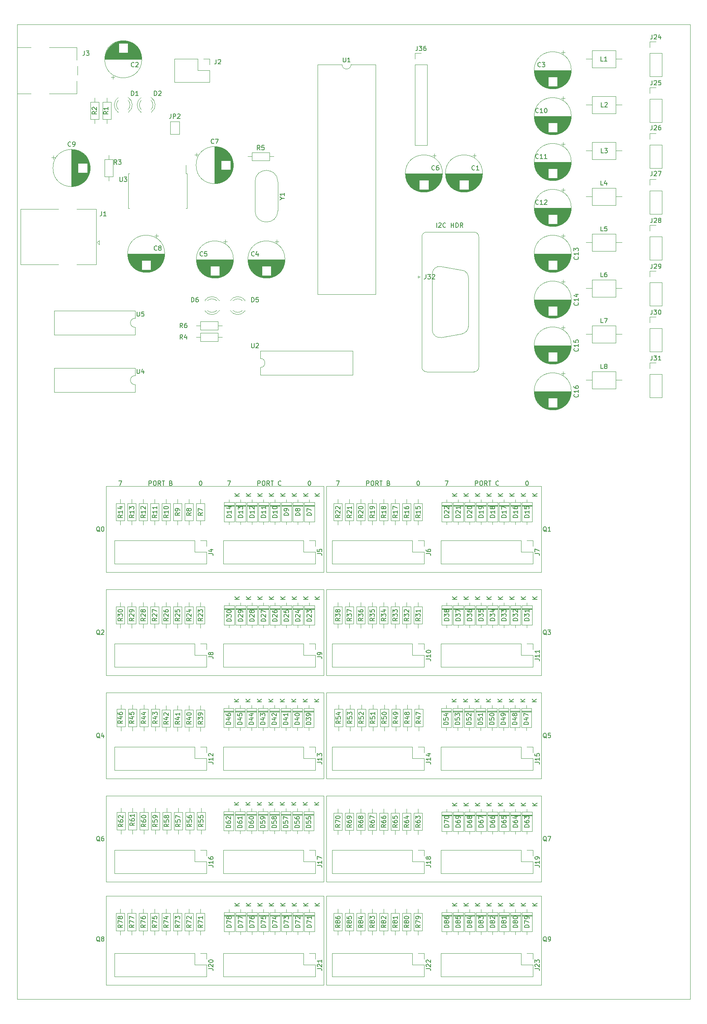
<source format=gbr>
%TF.GenerationSoftware,KiCad,Pcbnew,5.1.5+dfsg1-2build2*%
%TF.CreationDate,2021-10-31T16:16:40-04:00*%
%TF.ProjectId,PCB_LeftPanel,5043425f-4c65-4667-9450-616e656c2e6b,1*%
%TF.SameCoordinates,Original*%
%TF.FileFunction,Legend,Top*%
%TF.FilePolarity,Positive*%
%FSLAX46Y46*%
G04 Gerber Fmt 4.6, Leading zero omitted, Abs format (unit mm)*
G04 Created by KiCad (PCBNEW 5.1.5+dfsg1-2build2) date 2021-10-31 16:16:40*
%MOMM*%
%LPD*%
G04 APERTURE LIST*
%ADD10C,0.120000*%
%ADD11C,0.150000*%
G04 APERTURE END LIST*
D10*
X177800000Y-19050000D02*
X177800000Y-234950000D01*
X28575000Y-19050000D02*
X177800000Y-19050000D01*
X28575000Y-19050000D02*
X28575000Y-85090000D01*
X28575000Y-85090000D02*
X28575000Y-144780000D01*
X28575000Y-233045000D02*
X28575000Y-234950000D01*
X28575000Y-144780000D02*
X28575000Y-233045000D01*
X28575000Y-234950000D02*
X44450000Y-234950000D01*
X177800000Y-234950000D02*
X44450000Y-234950000D01*
D11*
X145954761Y-222162619D02*
X145859523Y-222115000D01*
X145764285Y-222019761D01*
X145621428Y-221876904D01*
X145526190Y-221829285D01*
X145430952Y-221829285D01*
X145478571Y-222067380D02*
X145383333Y-222019761D01*
X145288095Y-221924523D01*
X145240476Y-221734047D01*
X145240476Y-221400714D01*
X145288095Y-221210238D01*
X145383333Y-221115000D01*
X145478571Y-221067380D01*
X145669047Y-221067380D01*
X145764285Y-221115000D01*
X145859523Y-221210238D01*
X145907142Y-221400714D01*
X145907142Y-221734047D01*
X145859523Y-221924523D01*
X145764285Y-222019761D01*
X145669047Y-222067380D01*
X145478571Y-222067380D01*
X146383333Y-222067380D02*
X146573809Y-222067380D01*
X146669047Y-222019761D01*
X146716666Y-221972142D01*
X146811904Y-221829285D01*
X146859523Y-221638809D01*
X146859523Y-221257857D01*
X146811904Y-221162619D01*
X146764285Y-221115000D01*
X146669047Y-221067380D01*
X146478571Y-221067380D01*
X146383333Y-221115000D01*
X146335714Y-221162619D01*
X146288095Y-221257857D01*
X146288095Y-221495952D01*
X146335714Y-221591190D01*
X146383333Y-221638809D01*
X146478571Y-221686428D01*
X146669047Y-221686428D01*
X146764285Y-221638809D01*
X146811904Y-221591190D01*
X146859523Y-221495952D01*
X145954761Y-199937619D02*
X145859523Y-199890000D01*
X145764285Y-199794761D01*
X145621428Y-199651904D01*
X145526190Y-199604285D01*
X145430952Y-199604285D01*
X145478571Y-199842380D02*
X145383333Y-199794761D01*
X145288095Y-199699523D01*
X145240476Y-199509047D01*
X145240476Y-199175714D01*
X145288095Y-198985238D01*
X145383333Y-198890000D01*
X145478571Y-198842380D01*
X145669047Y-198842380D01*
X145764285Y-198890000D01*
X145859523Y-198985238D01*
X145907142Y-199175714D01*
X145907142Y-199509047D01*
X145859523Y-199699523D01*
X145764285Y-199794761D01*
X145669047Y-199842380D01*
X145478571Y-199842380D01*
X146240476Y-198842380D02*
X146907142Y-198842380D01*
X146478571Y-199842380D01*
X145954761Y-177077619D02*
X145859523Y-177030000D01*
X145764285Y-176934761D01*
X145621428Y-176791904D01*
X145526190Y-176744285D01*
X145430952Y-176744285D01*
X145478571Y-176982380D02*
X145383333Y-176934761D01*
X145288095Y-176839523D01*
X145240476Y-176649047D01*
X145240476Y-176315714D01*
X145288095Y-176125238D01*
X145383333Y-176030000D01*
X145478571Y-175982380D01*
X145669047Y-175982380D01*
X145764285Y-176030000D01*
X145859523Y-176125238D01*
X145907142Y-176315714D01*
X145907142Y-176649047D01*
X145859523Y-176839523D01*
X145764285Y-176934761D01*
X145669047Y-176982380D01*
X145478571Y-176982380D01*
X146811904Y-175982380D02*
X146335714Y-175982380D01*
X146288095Y-176458571D01*
X146335714Y-176410952D01*
X146430952Y-176363333D01*
X146669047Y-176363333D01*
X146764285Y-176410952D01*
X146811904Y-176458571D01*
X146859523Y-176553809D01*
X146859523Y-176791904D01*
X146811904Y-176887142D01*
X146764285Y-176934761D01*
X146669047Y-176982380D01*
X146430952Y-176982380D01*
X146335714Y-176934761D01*
X146288095Y-176887142D01*
X46894761Y-222162619D02*
X46799523Y-222115000D01*
X46704285Y-222019761D01*
X46561428Y-221876904D01*
X46466190Y-221829285D01*
X46370952Y-221829285D01*
X46418571Y-222067380D02*
X46323333Y-222019761D01*
X46228095Y-221924523D01*
X46180476Y-221734047D01*
X46180476Y-221400714D01*
X46228095Y-221210238D01*
X46323333Y-221115000D01*
X46418571Y-221067380D01*
X46609047Y-221067380D01*
X46704285Y-221115000D01*
X46799523Y-221210238D01*
X46847142Y-221400714D01*
X46847142Y-221734047D01*
X46799523Y-221924523D01*
X46704285Y-222019761D01*
X46609047Y-222067380D01*
X46418571Y-222067380D01*
X47418571Y-221495952D02*
X47323333Y-221448333D01*
X47275714Y-221400714D01*
X47228095Y-221305476D01*
X47228095Y-221257857D01*
X47275714Y-221162619D01*
X47323333Y-221115000D01*
X47418571Y-221067380D01*
X47609047Y-221067380D01*
X47704285Y-221115000D01*
X47751904Y-221162619D01*
X47799523Y-221257857D01*
X47799523Y-221305476D01*
X47751904Y-221400714D01*
X47704285Y-221448333D01*
X47609047Y-221495952D01*
X47418571Y-221495952D01*
X47323333Y-221543571D01*
X47275714Y-221591190D01*
X47228095Y-221686428D01*
X47228095Y-221876904D01*
X47275714Y-221972142D01*
X47323333Y-222019761D01*
X47418571Y-222067380D01*
X47609047Y-222067380D01*
X47704285Y-222019761D01*
X47751904Y-221972142D01*
X47799523Y-221876904D01*
X47799523Y-221686428D01*
X47751904Y-221591190D01*
X47704285Y-221543571D01*
X47609047Y-221495952D01*
X46894761Y-199937619D02*
X46799523Y-199890000D01*
X46704285Y-199794761D01*
X46561428Y-199651904D01*
X46466190Y-199604285D01*
X46370952Y-199604285D01*
X46418571Y-199842380D02*
X46323333Y-199794761D01*
X46228095Y-199699523D01*
X46180476Y-199509047D01*
X46180476Y-199175714D01*
X46228095Y-198985238D01*
X46323333Y-198890000D01*
X46418571Y-198842380D01*
X46609047Y-198842380D01*
X46704285Y-198890000D01*
X46799523Y-198985238D01*
X46847142Y-199175714D01*
X46847142Y-199509047D01*
X46799523Y-199699523D01*
X46704285Y-199794761D01*
X46609047Y-199842380D01*
X46418571Y-199842380D01*
X47704285Y-198842380D02*
X47513809Y-198842380D01*
X47418571Y-198890000D01*
X47370952Y-198937619D01*
X47275714Y-199080476D01*
X47228095Y-199270952D01*
X47228095Y-199651904D01*
X47275714Y-199747142D01*
X47323333Y-199794761D01*
X47418571Y-199842380D01*
X47609047Y-199842380D01*
X47704285Y-199794761D01*
X47751904Y-199747142D01*
X47799523Y-199651904D01*
X47799523Y-199413809D01*
X47751904Y-199318571D01*
X47704285Y-199270952D01*
X47609047Y-199223333D01*
X47418571Y-199223333D01*
X47323333Y-199270952D01*
X47275714Y-199318571D01*
X47228095Y-199413809D01*
X46894761Y-177077619D02*
X46799523Y-177030000D01*
X46704285Y-176934761D01*
X46561428Y-176791904D01*
X46466190Y-176744285D01*
X46370952Y-176744285D01*
X46418571Y-176982380D02*
X46323333Y-176934761D01*
X46228095Y-176839523D01*
X46180476Y-176649047D01*
X46180476Y-176315714D01*
X46228095Y-176125238D01*
X46323333Y-176030000D01*
X46418571Y-175982380D01*
X46609047Y-175982380D01*
X46704285Y-176030000D01*
X46799523Y-176125238D01*
X46847142Y-176315714D01*
X46847142Y-176649047D01*
X46799523Y-176839523D01*
X46704285Y-176934761D01*
X46609047Y-176982380D01*
X46418571Y-176982380D01*
X47704285Y-176315714D02*
X47704285Y-176982380D01*
X47466190Y-175934761D02*
X47228095Y-176649047D01*
X47847142Y-176649047D01*
X46894761Y-154217619D02*
X46799523Y-154170000D01*
X46704285Y-154074761D01*
X46561428Y-153931904D01*
X46466190Y-153884285D01*
X46370952Y-153884285D01*
X46418571Y-154122380D02*
X46323333Y-154074761D01*
X46228095Y-153979523D01*
X46180476Y-153789047D01*
X46180476Y-153455714D01*
X46228095Y-153265238D01*
X46323333Y-153170000D01*
X46418571Y-153122380D01*
X46609047Y-153122380D01*
X46704285Y-153170000D01*
X46799523Y-153265238D01*
X46847142Y-153455714D01*
X46847142Y-153789047D01*
X46799523Y-153979523D01*
X46704285Y-154074761D01*
X46609047Y-154122380D01*
X46418571Y-154122380D01*
X47228095Y-153217619D02*
X47275714Y-153170000D01*
X47370952Y-153122380D01*
X47609047Y-153122380D01*
X47704285Y-153170000D01*
X47751904Y-153217619D01*
X47799523Y-153312857D01*
X47799523Y-153408095D01*
X47751904Y-153550952D01*
X47180476Y-154122380D01*
X47799523Y-154122380D01*
X145954761Y-154217619D02*
X145859523Y-154170000D01*
X145764285Y-154074761D01*
X145621428Y-153931904D01*
X145526190Y-153884285D01*
X145430952Y-153884285D01*
X145478571Y-154122380D02*
X145383333Y-154074761D01*
X145288095Y-153979523D01*
X145240476Y-153789047D01*
X145240476Y-153455714D01*
X145288095Y-153265238D01*
X145383333Y-153170000D01*
X145478571Y-153122380D01*
X145669047Y-153122380D01*
X145764285Y-153170000D01*
X145859523Y-153265238D01*
X145907142Y-153455714D01*
X145907142Y-153789047D01*
X145859523Y-153979523D01*
X145764285Y-154074761D01*
X145669047Y-154122380D01*
X145478571Y-154122380D01*
X146240476Y-153122380D02*
X146859523Y-153122380D01*
X146526190Y-153503333D01*
X146669047Y-153503333D01*
X146764285Y-153550952D01*
X146811904Y-153598571D01*
X146859523Y-153693809D01*
X146859523Y-153931904D01*
X146811904Y-154027142D01*
X146764285Y-154074761D01*
X146669047Y-154122380D01*
X146383333Y-154122380D01*
X146288095Y-154074761D01*
X146240476Y-154027142D01*
X145954761Y-131357619D02*
X145859523Y-131310000D01*
X145764285Y-131214761D01*
X145621428Y-131071904D01*
X145526190Y-131024285D01*
X145430952Y-131024285D01*
X145478571Y-131262380D02*
X145383333Y-131214761D01*
X145288095Y-131119523D01*
X145240476Y-130929047D01*
X145240476Y-130595714D01*
X145288095Y-130405238D01*
X145383333Y-130310000D01*
X145478571Y-130262380D01*
X145669047Y-130262380D01*
X145764285Y-130310000D01*
X145859523Y-130405238D01*
X145907142Y-130595714D01*
X145907142Y-130929047D01*
X145859523Y-131119523D01*
X145764285Y-131214761D01*
X145669047Y-131262380D01*
X145478571Y-131262380D01*
X146859523Y-131262380D02*
X146288095Y-131262380D01*
X146573809Y-131262380D02*
X146573809Y-130262380D01*
X146478571Y-130405238D01*
X146383333Y-130500476D01*
X146288095Y-130548095D01*
X123491666Y-120102380D02*
X124158333Y-120102380D01*
X123729761Y-121102380D01*
X141557380Y-120102380D02*
X141652619Y-120102380D01*
X141747857Y-120150000D01*
X141795476Y-120197619D01*
X141843095Y-120292857D01*
X141890714Y-120483333D01*
X141890714Y-120721428D01*
X141843095Y-120911904D01*
X141795476Y-121007142D01*
X141747857Y-121054761D01*
X141652619Y-121102380D01*
X141557380Y-121102380D01*
X141462142Y-121054761D01*
X141414523Y-121007142D01*
X141366904Y-120911904D01*
X141319285Y-120721428D01*
X141319285Y-120483333D01*
X141366904Y-120292857D01*
X141414523Y-120197619D01*
X141462142Y-120150000D01*
X141557380Y-120102380D01*
X99361666Y-120102380D02*
X100028333Y-120102380D01*
X99599761Y-121102380D01*
X117427380Y-120102380D02*
X117522619Y-120102380D01*
X117617857Y-120150000D01*
X117665476Y-120197619D01*
X117713095Y-120292857D01*
X117760714Y-120483333D01*
X117760714Y-120721428D01*
X117713095Y-120911904D01*
X117665476Y-121007142D01*
X117617857Y-121054761D01*
X117522619Y-121102380D01*
X117427380Y-121102380D01*
X117332142Y-121054761D01*
X117284523Y-121007142D01*
X117236904Y-120911904D01*
X117189285Y-120721428D01*
X117189285Y-120483333D01*
X117236904Y-120292857D01*
X117284523Y-120197619D01*
X117332142Y-120150000D01*
X117427380Y-120102380D01*
X75231666Y-120102380D02*
X75898333Y-120102380D01*
X75469761Y-121102380D01*
X93297380Y-120102380D02*
X93392619Y-120102380D01*
X93487857Y-120150000D01*
X93535476Y-120197619D01*
X93583095Y-120292857D01*
X93630714Y-120483333D01*
X93630714Y-120721428D01*
X93583095Y-120911904D01*
X93535476Y-121007142D01*
X93487857Y-121054761D01*
X93392619Y-121102380D01*
X93297380Y-121102380D01*
X93202142Y-121054761D01*
X93154523Y-121007142D01*
X93106904Y-120911904D01*
X93059285Y-120721428D01*
X93059285Y-120483333D01*
X93106904Y-120292857D01*
X93154523Y-120197619D01*
X93202142Y-120150000D01*
X93297380Y-120102380D01*
X51101666Y-120102380D02*
X51768333Y-120102380D01*
X51339761Y-121102380D01*
X69167380Y-120102380D02*
X69262619Y-120102380D01*
X69357857Y-120150000D01*
X69405476Y-120197619D01*
X69453095Y-120292857D01*
X69500714Y-120483333D01*
X69500714Y-120721428D01*
X69453095Y-120911904D01*
X69405476Y-121007142D01*
X69357857Y-121054761D01*
X69262619Y-121102380D01*
X69167380Y-121102380D01*
X69072142Y-121054761D01*
X69024523Y-121007142D01*
X68976904Y-120911904D01*
X68929285Y-120721428D01*
X68929285Y-120483333D01*
X68976904Y-120292857D01*
X69024523Y-120197619D01*
X69072142Y-120150000D01*
X69167380Y-120102380D01*
X130167380Y-121102380D02*
X130167380Y-120102380D01*
X130548333Y-120102380D01*
X130643571Y-120150000D01*
X130691190Y-120197619D01*
X130738809Y-120292857D01*
X130738809Y-120435714D01*
X130691190Y-120530952D01*
X130643571Y-120578571D01*
X130548333Y-120626190D01*
X130167380Y-120626190D01*
X131357857Y-120102380D02*
X131548333Y-120102380D01*
X131643571Y-120150000D01*
X131738809Y-120245238D01*
X131786428Y-120435714D01*
X131786428Y-120769047D01*
X131738809Y-120959523D01*
X131643571Y-121054761D01*
X131548333Y-121102380D01*
X131357857Y-121102380D01*
X131262619Y-121054761D01*
X131167380Y-120959523D01*
X131119761Y-120769047D01*
X131119761Y-120435714D01*
X131167380Y-120245238D01*
X131262619Y-120150000D01*
X131357857Y-120102380D01*
X132786428Y-121102380D02*
X132453095Y-120626190D01*
X132215000Y-121102380D02*
X132215000Y-120102380D01*
X132595952Y-120102380D01*
X132691190Y-120150000D01*
X132738809Y-120197619D01*
X132786428Y-120292857D01*
X132786428Y-120435714D01*
X132738809Y-120530952D01*
X132691190Y-120578571D01*
X132595952Y-120626190D01*
X132215000Y-120626190D01*
X133072142Y-120102380D02*
X133643571Y-120102380D01*
X133357857Y-121102380D02*
X133357857Y-120102380D01*
X135310238Y-121007142D02*
X135262619Y-121054761D01*
X135119761Y-121102380D01*
X135024523Y-121102380D01*
X134881666Y-121054761D01*
X134786428Y-120959523D01*
X134738809Y-120864285D01*
X134691190Y-120673809D01*
X134691190Y-120530952D01*
X134738809Y-120340476D01*
X134786428Y-120245238D01*
X134881666Y-120150000D01*
X135024523Y-120102380D01*
X135119761Y-120102380D01*
X135262619Y-120150000D01*
X135310238Y-120197619D01*
X106037380Y-121102380D02*
X106037380Y-120102380D01*
X106418333Y-120102380D01*
X106513571Y-120150000D01*
X106561190Y-120197619D01*
X106608809Y-120292857D01*
X106608809Y-120435714D01*
X106561190Y-120530952D01*
X106513571Y-120578571D01*
X106418333Y-120626190D01*
X106037380Y-120626190D01*
X107227857Y-120102380D02*
X107418333Y-120102380D01*
X107513571Y-120150000D01*
X107608809Y-120245238D01*
X107656428Y-120435714D01*
X107656428Y-120769047D01*
X107608809Y-120959523D01*
X107513571Y-121054761D01*
X107418333Y-121102380D01*
X107227857Y-121102380D01*
X107132619Y-121054761D01*
X107037380Y-120959523D01*
X106989761Y-120769047D01*
X106989761Y-120435714D01*
X107037380Y-120245238D01*
X107132619Y-120150000D01*
X107227857Y-120102380D01*
X108656428Y-121102380D02*
X108323095Y-120626190D01*
X108085000Y-121102380D02*
X108085000Y-120102380D01*
X108465952Y-120102380D01*
X108561190Y-120150000D01*
X108608809Y-120197619D01*
X108656428Y-120292857D01*
X108656428Y-120435714D01*
X108608809Y-120530952D01*
X108561190Y-120578571D01*
X108465952Y-120626190D01*
X108085000Y-120626190D01*
X108942142Y-120102380D02*
X109513571Y-120102380D01*
X109227857Y-121102380D02*
X109227857Y-120102380D01*
X110942142Y-120578571D02*
X111085000Y-120626190D01*
X111132619Y-120673809D01*
X111180238Y-120769047D01*
X111180238Y-120911904D01*
X111132619Y-121007142D01*
X111085000Y-121054761D01*
X110989761Y-121102380D01*
X110608809Y-121102380D01*
X110608809Y-120102380D01*
X110942142Y-120102380D01*
X111037380Y-120150000D01*
X111085000Y-120197619D01*
X111132619Y-120292857D01*
X111132619Y-120388095D01*
X111085000Y-120483333D01*
X111037380Y-120530952D01*
X110942142Y-120578571D01*
X110608809Y-120578571D01*
D10*
X97155000Y-231775000D02*
X97155000Y-212090000D01*
X144780000Y-231775000D02*
X97155000Y-231775000D01*
X144780000Y-231140000D02*
X144780000Y-231775000D01*
X144780000Y-212090000D02*
X144780000Y-231140000D01*
X97155000Y-212090000D02*
X144780000Y-212090000D01*
X97155000Y-208915000D02*
X97155000Y-189865000D01*
X144780000Y-208915000D02*
X97155000Y-208915000D01*
X144780000Y-208280000D02*
X144780000Y-208915000D01*
X144780000Y-189865000D02*
X144780000Y-208280000D01*
X97155000Y-189865000D02*
X144780000Y-189865000D01*
X97155000Y-186055000D02*
X97155000Y-167005000D01*
X144780000Y-186055000D02*
X97155000Y-186055000D01*
X144780000Y-185420000D02*
X144780000Y-186055000D01*
X144780000Y-167005000D02*
X144780000Y-185420000D01*
X97155000Y-167005000D02*
X144780000Y-167005000D01*
X144780000Y-144145000D02*
X97155000Y-144145000D01*
X144780000Y-163195000D02*
X144780000Y-144145000D01*
X97155000Y-163195000D02*
X144780000Y-163195000D01*
X97155000Y-144145000D02*
X97155000Y-163195000D01*
X144780000Y-140335000D02*
X97155000Y-140335000D01*
X144780000Y-139700000D02*
X144780000Y-140335000D01*
X144780000Y-121285000D02*
X144780000Y-139700000D01*
X97155000Y-121285000D02*
X144780000Y-121285000D01*
X97155000Y-140335000D02*
X97155000Y-121285000D01*
X96520000Y-231775000D02*
X48895000Y-231775000D01*
X96520000Y-212090000D02*
X96520000Y-231775000D01*
X48260000Y-212090000D02*
X96520000Y-212090000D01*
X48260000Y-231775000D02*
X48260000Y-212090000D01*
X48895000Y-231775000D02*
X48260000Y-231775000D01*
X48260000Y-208915000D02*
X48260000Y-189865000D01*
X96520000Y-208915000D02*
X48260000Y-208915000D01*
X96520000Y-189865000D02*
X96520000Y-208915000D01*
X48260000Y-189865000D02*
X96520000Y-189865000D01*
D11*
X46894761Y-131357619D02*
X46799523Y-131310000D01*
X46704285Y-131214761D01*
X46561428Y-131071904D01*
X46466190Y-131024285D01*
X46370952Y-131024285D01*
X46418571Y-131262380D02*
X46323333Y-131214761D01*
X46228095Y-131119523D01*
X46180476Y-130929047D01*
X46180476Y-130595714D01*
X46228095Y-130405238D01*
X46323333Y-130310000D01*
X46418571Y-130262380D01*
X46609047Y-130262380D01*
X46704285Y-130310000D01*
X46799523Y-130405238D01*
X46847142Y-130595714D01*
X46847142Y-130929047D01*
X46799523Y-131119523D01*
X46704285Y-131214761D01*
X46609047Y-131262380D01*
X46418571Y-131262380D01*
X47466190Y-130262380D02*
X47561428Y-130262380D01*
X47656666Y-130310000D01*
X47704285Y-130357619D01*
X47751904Y-130452857D01*
X47799523Y-130643333D01*
X47799523Y-130881428D01*
X47751904Y-131071904D01*
X47704285Y-131167142D01*
X47656666Y-131214761D01*
X47561428Y-131262380D01*
X47466190Y-131262380D01*
X47370952Y-131214761D01*
X47323333Y-131167142D01*
X47275714Y-131071904D01*
X47228095Y-130881428D01*
X47228095Y-130643333D01*
X47275714Y-130452857D01*
X47323333Y-130357619D01*
X47370952Y-130310000D01*
X47466190Y-130262380D01*
X81907380Y-121102380D02*
X81907380Y-120102380D01*
X82288333Y-120102380D01*
X82383571Y-120150000D01*
X82431190Y-120197619D01*
X82478809Y-120292857D01*
X82478809Y-120435714D01*
X82431190Y-120530952D01*
X82383571Y-120578571D01*
X82288333Y-120626190D01*
X81907380Y-120626190D01*
X83097857Y-120102380D02*
X83288333Y-120102380D01*
X83383571Y-120150000D01*
X83478809Y-120245238D01*
X83526428Y-120435714D01*
X83526428Y-120769047D01*
X83478809Y-120959523D01*
X83383571Y-121054761D01*
X83288333Y-121102380D01*
X83097857Y-121102380D01*
X83002619Y-121054761D01*
X82907380Y-120959523D01*
X82859761Y-120769047D01*
X82859761Y-120435714D01*
X82907380Y-120245238D01*
X83002619Y-120150000D01*
X83097857Y-120102380D01*
X84526428Y-121102380D02*
X84193095Y-120626190D01*
X83955000Y-121102380D02*
X83955000Y-120102380D01*
X84335952Y-120102380D01*
X84431190Y-120150000D01*
X84478809Y-120197619D01*
X84526428Y-120292857D01*
X84526428Y-120435714D01*
X84478809Y-120530952D01*
X84431190Y-120578571D01*
X84335952Y-120626190D01*
X83955000Y-120626190D01*
X84812142Y-120102380D02*
X85383571Y-120102380D01*
X85097857Y-121102380D02*
X85097857Y-120102380D01*
X87050238Y-121007142D02*
X87002619Y-121054761D01*
X86859761Y-121102380D01*
X86764523Y-121102380D01*
X86621666Y-121054761D01*
X86526428Y-120959523D01*
X86478809Y-120864285D01*
X86431190Y-120673809D01*
X86431190Y-120530952D01*
X86478809Y-120340476D01*
X86526428Y-120245238D01*
X86621666Y-120150000D01*
X86764523Y-120102380D01*
X86859761Y-120102380D01*
X87002619Y-120150000D01*
X87050238Y-120197619D01*
X57777380Y-121102380D02*
X57777380Y-120102380D01*
X58158333Y-120102380D01*
X58253571Y-120150000D01*
X58301190Y-120197619D01*
X58348809Y-120292857D01*
X58348809Y-120435714D01*
X58301190Y-120530952D01*
X58253571Y-120578571D01*
X58158333Y-120626190D01*
X57777380Y-120626190D01*
X58967857Y-120102380D02*
X59158333Y-120102380D01*
X59253571Y-120150000D01*
X59348809Y-120245238D01*
X59396428Y-120435714D01*
X59396428Y-120769047D01*
X59348809Y-120959523D01*
X59253571Y-121054761D01*
X59158333Y-121102380D01*
X58967857Y-121102380D01*
X58872619Y-121054761D01*
X58777380Y-120959523D01*
X58729761Y-120769047D01*
X58729761Y-120435714D01*
X58777380Y-120245238D01*
X58872619Y-120150000D01*
X58967857Y-120102380D01*
X60396428Y-121102380D02*
X60063095Y-120626190D01*
X59825000Y-121102380D02*
X59825000Y-120102380D01*
X60205952Y-120102380D01*
X60301190Y-120150000D01*
X60348809Y-120197619D01*
X60396428Y-120292857D01*
X60396428Y-120435714D01*
X60348809Y-120530952D01*
X60301190Y-120578571D01*
X60205952Y-120626190D01*
X59825000Y-120626190D01*
X60682142Y-120102380D02*
X61253571Y-120102380D01*
X60967857Y-121102380D02*
X60967857Y-120102380D01*
X62682142Y-120578571D02*
X62825000Y-120626190D01*
X62872619Y-120673809D01*
X62920238Y-120769047D01*
X62920238Y-120911904D01*
X62872619Y-121007142D01*
X62825000Y-121054761D01*
X62729761Y-121102380D01*
X62348809Y-121102380D01*
X62348809Y-120102380D01*
X62682142Y-120102380D01*
X62777380Y-120150000D01*
X62825000Y-120197619D01*
X62872619Y-120292857D01*
X62872619Y-120388095D01*
X62825000Y-120483333D01*
X62777380Y-120530952D01*
X62682142Y-120578571D01*
X62348809Y-120578571D01*
D10*
X96520000Y-186055000D02*
X96520000Y-167005000D01*
X48260000Y-186055000D02*
X96520000Y-186055000D01*
X48260000Y-167005000D02*
X48260000Y-186055000D01*
X96520000Y-167005000D02*
X48260000Y-167005000D01*
X48260000Y-163195000D02*
X48260000Y-144145000D01*
X96520000Y-163195000D02*
X48260000Y-163195000D01*
X96520000Y-144145000D02*
X96520000Y-163195000D01*
X48260000Y-144145000D02*
X96520000Y-144145000D01*
X48260000Y-121285000D02*
X49530000Y-121285000D01*
X48260000Y-121285000D02*
X48260000Y-140335000D01*
X96520000Y-140335000D02*
X48260000Y-140335000D01*
X96520000Y-121285000D02*
X96520000Y-140335000D01*
X49530000Y-121285000D02*
X96520000Y-121285000D01*
%TO.C,J32*%
X122548256Y-88336470D02*
X127248256Y-87507733D01*
X122548256Y-72603530D02*
X127248256Y-73432267D01*
X128620000Y-85872952D02*
X128620000Y-75067048D01*
X120600000Y-86701689D02*
X120600000Y-74238311D01*
X117838675Y-74930000D02*
X117405662Y-75180000D01*
X117405662Y-74680000D02*
X117838675Y-74930000D01*
X117405662Y-75180000D02*
X117405662Y-74680000D01*
X129860000Y-95955000D02*
X119360000Y-95955000D01*
X130920000Y-66045000D02*
X130920000Y-94895000D01*
X119360000Y-64985000D02*
X129860000Y-64985000D01*
X118300000Y-94895000D02*
X118300000Y-66045000D01*
X127248256Y-73432267D02*
G75*
G02X128620000Y-75067048I-288256J-1634781D01*
G01*
X127248256Y-87507733D02*
G75*
G03X128620000Y-85872952I-288256J1634781D01*
G01*
X122548256Y-72603530D02*
G75*
G03X120600000Y-74238311I-288256J-1634781D01*
G01*
X122548256Y-88336470D02*
G75*
G02X120600000Y-86701689I-288256J1634781D01*
G01*
X130920000Y-66045000D02*
G75*
G03X129860000Y-64985000I-1060000J0D01*
G01*
X130920000Y-94895000D02*
G75*
G02X129860000Y-95955000I-1060000J0D01*
G01*
X119360000Y-64985000D02*
G75*
G03X118300000Y-66045000I0J-1060000D01*
G01*
X118300000Y-94895000D02*
G75*
G03X119360000Y-95955000I1060000J0D01*
G01*
%TO.C,U1*%
X100600000Y-27880000D02*
X95140000Y-27880000D01*
X95140000Y-27880000D02*
X95140000Y-78800000D01*
X95140000Y-78800000D02*
X108060000Y-78800000D01*
X108060000Y-78800000D02*
X108060000Y-27880000D01*
X108060000Y-27880000D02*
X102600000Y-27880000D01*
X102600000Y-27880000D02*
G75*
G02X100600000Y-27880000I-1000000J0D01*
G01*
%TO.C,U5*%
X54670000Y-84090000D02*
X54670000Y-82440000D01*
X54670000Y-82440000D02*
X36770000Y-82440000D01*
X36770000Y-82440000D02*
X36770000Y-87740000D01*
X36770000Y-87740000D02*
X54670000Y-87740000D01*
X54670000Y-87740000D02*
X54670000Y-86090000D01*
X54670000Y-86090000D02*
G75*
G02X54670000Y-84090000I0J1000000D01*
G01*
%TO.C,U4*%
X54670000Y-96790000D02*
X54670000Y-95140000D01*
X54670000Y-95140000D02*
X36770000Y-95140000D01*
X36770000Y-95140000D02*
X36770000Y-100440000D01*
X36770000Y-100440000D02*
X54670000Y-100440000D01*
X54670000Y-100440000D02*
X54670000Y-98790000D01*
X54670000Y-98790000D02*
G75*
G02X54670000Y-96790000I0J1000000D01*
G01*
%TO.C,J36*%
X116780000Y-45780000D02*
X119440000Y-45780000D01*
X116780000Y-27940000D02*
X116780000Y-45780000D01*
X119440000Y-27940000D02*
X119440000Y-45780000D01*
X116780000Y-27940000D02*
X119440000Y-27940000D01*
X116780000Y-26670000D02*
X116780000Y-25340000D01*
X116780000Y-25340000D02*
X118110000Y-25340000D01*
%TO.C,J2*%
X63440000Y-26610000D02*
X63440000Y-31810000D01*
X68580000Y-26610000D02*
X63440000Y-26610000D01*
X71180000Y-31810000D02*
X63440000Y-31810000D01*
X68580000Y-26610000D02*
X68580000Y-29210000D01*
X68580000Y-29210000D02*
X71180000Y-29210000D01*
X71180000Y-29210000D02*
X71180000Y-31810000D01*
X69850000Y-26610000D02*
X71180000Y-26610000D01*
X71180000Y-26610000D02*
X71180000Y-27940000D01*
%TO.C,Y1*%
X81295000Y-53850000D02*
X81295000Y-60250000D01*
X86345000Y-53850000D02*
X86345000Y-60250000D01*
X81295000Y-60250000D02*
G75*
G03X86345000Y-60250000I2525000J0D01*
G01*
X81295000Y-53850000D02*
G75*
G02X86345000Y-53850000I2525000J0D01*
G01*
%TO.C,U2*%
X82490000Y-91330000D02*
X82490000Y-92980000D01*
X102930000Y-91330000D02*
X82490000Y-91330000D01*
X102930000Y-96630000D02*
X102930000Y-91330000D01*
X82490000Y-96630000D02*
X102930000Y-96630000D01*
X82490000Y-94980000D02*
X82490000Y-96630000D01*
X82490000Y-92980000D02*
G75*
G02X82490000Y-94980000I0J-1000000D01*
G01*
%TO.C,R86*%
X99695000Y-214935000D02*
X99695000Y-215885000D01*
X99695000Y-220675000D02*
X99695000Y-219725000D01*
X98775000Y-215885000D02*
X98775000Y-219725000D01*
X100615000Y-215885000D02*
X98775000Y-215885000D01*
X100615000Y-219725000D02*
X100615000Y-215885000D01*
X98775000Y-219725000D02*
X100615000Y-219725000D01*
%TO.C,R85*%
X102235000Y-214935000D02*
X102235000Y-215885000D01*
X102235000Y-220675000D02*
X102235000Y-219725000D01*
X101315000Y-215885000D02*
X101315000Y-219725000D01*
X103155000Y-215885000D02*
X101315000Y-215885000D01*
X103155000Y-219725000D02*
X103155000Y-215885000D01*
X101315000Y-219725000D02*
X103155000Y-219725000D01*
%TO.C,R84*%
X104775000Y-214935000D02*
X104775000Y-215885000D01*
X104775000Y-220675000D02*
X104775000Y-219725000D01*
X103855000Y-215885000D02*
X103855000Y-219725000D01*
X105695000Y-215885000D02*
X103855000Y-215885000D01*
X105695000Y-219725000D02*
X105695000Y-215885000D01*
X103855000Y-219725000D02*
X105695000Y-219725000D01*
%TO.C,R83*%
X107315000Y-214935000D02*
X107315000Y-215885000D01*
X107315000Y-220675000D02*
X107315000Y-219725000D01*
X106395000Y-215885000D02*
X106395000Y-219725000D01*
X108235000Y-215885000D02*
X106395000Y-215885000D01*
X108235000Y-219725000D02*
X108235000Y-215885000D01*
X106395000Y-219725000D02*
X108235000Y-219725000D01*
%TO.C,R82*%
X109855000Y-214935000D02*
X109855000Y-215885000D01*
X109855000Y-220675000D02*
X109855000Y-219725000D01*
X108935000Y-215885000D02*
X108935000Y-219725000D01*
X110775000Y-215885000D02*
X108935000Y-215885000D01*
X110775000Y-219725000D02*
X110775000Y-215885000D01*
X108935000Y-219725000D02*
X110775000Y-219725000D01*
%TO.C,R81*%
X112395000Y-214935000D02*
X112395000Y-215885000D01*
X112395000Y-220675000D02*
X112395000Y-219725000D01*
X111475000Y-215885000D02*
X111475000Y-219725000D01*
X113315000Y-215885000D02*
X111475000Y-215885000D01*
X113315000Y-219725000D02*
X113315000Y-215885000D01*
X111475000Y-219725000D02*
X113315000Y-219725000D01*
%TO.C,R80*%
X114935000Y-214935000D02*
X114935000Y-215885000D01*
X114935000Y-220675000D02*
X114935000Y-219725000D01*
X114015000Y-215885000D02*
X114015000Y-219725000D01*
X115855000Y-215885000D02*
X114015000Y-215885000D01*
X115855000Y-219725000D02*
X115855000Y-215885000D01*
X114015000Y-219725000D02*
X115855000Y-219725000D01*
%TO.C,R79*%
X117475000Y-214935000D02*
X117475000Y-215885000D01*
X117475000Y-220675000D02*
X117475000Y-219725000D01*
X116555000Y-215885000D02*
X116555000Y-219725000D01*
X118395000Y-215885000D02*
X116555000Y-215885000D01*
X118395000Y-219725000D02*
X118395000Y-215885000D01*
X116555000Y-219725000D02*
X118395000Y-219725000D01*
%TO.C,R78*%
X51435000Y-214935000D02*
X51435000Y-215885000D01*
X51435000Y-220675000D02*
X51435000Y-219725000D01*
X50515000Y-215885000D02*
X50515000Y-219725000D01*
X52355000Y-215885000D02*
X50515000Y-215885000D01*
X52355000Y-219725000D02*
X52355000Y-215885000D01*
X50515000Y-219725000D02*
X52355000Y-219725000D01*
%TO.C,R77*%
X53975000Y-214935000D02*
X53975000Y-215885000D01*
X53975000Y-220675000D02*
X53975000Y-219725000D01*
X53055000Y-215885000D02*
X53055000Y-219725000D01*
X54895000Y-215885000D02*
X53055000Y-215885000D01*
X54895000Y-219725000D02*
X54895000Y-215885000D01*
X53055000Y-219725000D02*
X54895000Y-219725000D01*
%TO.C,R76*%
X56515000Y-214935000D02*
X56515000Y-215885000D01*
X56515000Y-220675000D02*
X56515000Y-219725000D01*
X55595000Y-215885000D02*
X55595000Y-219725000D01*
X57435000Y-215885000D02*
X55595000Y-215885000D01*
X57435000Y-219725000D02*
X57435000Y-215885000D01*
X55595000Y-219725000D02*
X57435000Y-219725000D01*
%TO.C,R75*%
X59055000Y-214935000D02*
X59055000Y-215885000D01*
X59055000Y-220675000D02*
X59055000Y-219725000D01*
X58135000Y-215885000D02*
X58135000Y-219725000D01*
X59975000Y-215885000D02*
X58135000Y-215885000D01*
X59975000Y-219725000D02*
X59975000Y-215885000D01*
X58135000Y-219725000D02*
X59975000Y-219725000D01*
%TO.C,R74*%
X61595000Y-214935000D02*
X61595000Y-215885000D01*
X61595000Y-220675000D02*
X61595000Y-219725000D01*
X60675000Y-215885000D02*
X60675000Y-219725000D01*
X62515000Y-215885000D02*
X60675000Y-215885000D01*
X62515000Y-219725000D02*
X62515000Y-215885000D01*
X60675000Y-219725000D02*
X62515000Y-219725000D01*
%TO.C,R73*%
X64135000Y-214935000D02*
X64135000Y-215885000D01*
X64135000Y-220675000D02*
X64135000Y-219725000D01*
X63215000Y-215885000D02*
X63215000Y-219725000D01*
X65055000Y-215885000D02*
X63215000Y-215885000D01*
X65055000Y-219725000D02*
X65055000Y-215885000D01*
X63215000Y-219725000D02*
X65055000Y-219725000D01*
%TO.C,R72*%
X66675000Y-214935000D02*
X66675000Y-215885000D01*
X66675000Y-220675000D02*
X66675000Y-219725000D01*
X65755000Y-215885000D02*
X65755000Y-219725000D01*
X67595000Y-215885000D02*
X65755000Y-215885000D01*
X67595000Y-219725000D02*
X67595000Y-215885000D01*
X65755000Y-219725000D02*
X67595000Y-219725000D01*
%TO.C,R71*%
X69215000Y-214935000D02*
X69215000Y-215885000D01*
X69215000Y-220675000D02*
X69215000Y-219725000D01*
X68295000Y-215885000D02*
X68295000Y-219725000D01*
X70135000Y-215885000D02*
X68295000Y-215885000D01*
X70135000Y-219725000D02*
X70135000Y-215885000D01*
X68295000Y-219725000D02*
X70135000Y-219725000D01*
%TO.C,R70*%
X99695000Y-192710000D02*
X99695000Y-193660000D01*
X99695000Y-198450000D02*
X99695000Y-197500000D01*
X98775000Y-193660000D02*
X98775000Y-197500000D01*
X100615000Y-193660000D02*
X98775000Y-193660000D01*
X100615000Y-197500000D02*
X100615000Y-193660000D01*
X98775000Y-197500000D02*
X100615000Y-197500000D01*
%TO.C,R69*%
X102235000Y-192710000D02*
X102235000Y-193660000D01*
X102235000Y-198450000D02*
X102235000Y-197500000D01*
X101315000Y-193660000D02*
X101315000Y-197500000D01*
X103155000Y-193660000D02*
X101315000Y-193660000D01*
X103155000Y-197500000D02*
X103155000Y-193660000D01*
X101315000Y-197500000D02*
X103155000Y-197500000D01*
%TO.C,R68*%
X104775000Y-192710000D02*
X104775000Y-193660000D01*
X104775000Y-198450000D02*
X104775000Y-197500000D01*
X103855000Y-193660000D02*
X103855000Y-197500000D01*
X105695000Y-193660000D02*
X103855000Y-193660000D01*
X105695000Y-197500000D02*
X105695000Y-193660000D01*
X103855000Y-197500000D02*
X105695000Y-197500000D01*
%TO.C,R67*%
X107315000Y-192710000D02*
X107315000Y-193660000D01*
X107315000Y-198450000D02*
X107315000Y-197500000D01*
X106395000Y-193660000D02*
X106395000Y-197500000D01*
X108235000Y-193660000D02*
X106395000Y-193660000D01*
X108235000Y-197500000D02*
X108235000Y-193660000D01*
X106395000Y-197500000D02*
X108235000Y-197500000D01*
%TO.C,R66*%
X109855000Y-192710000D02*
X109855000Y-193660000D01*
X109855000Y-198450000D02*
X109855000Y-197500000D01*
X108935000Y-193660000D02*
X108935000Y-197500000D01*
X110775000Y-193660000D02*
X108935000Y-193660000D01*
X110775000Y-197500000D02*
X110775000Y-193660000D01*
X108935000Y-197500000D02*
X110775000Y-197500000D01*
%TO.C,R65*%
X112395000Y-192710000D02*
X112395000Y-193660000D01*
X112395000Y-198450000D02*
X112395000Y-197500000D01*
X111475000Y-193660000D02*
X111475000Y-197500000D01*
X113315000Y-193660000D02*
X111475000Y-193660000D01*
X113315000Y-197500000D02*
X113315000Y-193660000D01*
X111475000Y-197500000D02*
X113315000Y-197500000D01*
%TO.C,R64*%
X114935000Y-192710000D02*
X114935000Y-193660000D01*
X114935000Y-198450000D02*
X114935000Y-197500000D01*
X114015000Y-193660000D02*
X114015000Y-197500000D01*
X115855000Y-193660000D02*
X114015000Y-193660000D01*
X115855000Y-197500000D02*
X115855000Y-193660000D01*
X114015000Y-197500000D02*
X115855000Y-197500000D01*
%TO.C,R63*%
X117475000Y-192710000D02*
X117475000Y-193660000D01*
X117475000Y-198450000D02*
X117475000Y-197500000D01*
X116555000Y-193660000D02*
X116555000Y-197500000D01*
X118395000Y-193660000D02*
X116555000Y-193660000D01*
X118395000Y-197500000D02*
X118395000Y-193660000D01*
X116555000Y-197500000D02*
X118395000Y-197500000D01*
%TO.C,R62*%
X51562000Y-192583000D02*
X51562000Y-193533000D01*
X51562000Y-198323000D02*
X51562000Y-197373000D01*
X50642000Y-193533000D02*
X50642000Y-197373000D01*
X52482000Y-193533000D02*
X50642000Y-193533000D01*
X52482000Y-197373000D02*
X52482000Y-193533000D01*
X50642000Y-197373000D02*
X52482000Y-197373000D01*
%TO.C,R61*%
X54102000Y-192583000D02*
X54102000Y-193533000D01*
X54102000Y-198323000D02*
X54102000Y-197373000D01*
X53182000Y-193533000D02*
X53182000Y-197373000D01*
X55022000Y-193533000D02*
X53182000Y-193533000D01*
X55022000Y-197373000D02*
X55022000Y-193533000D01*
X53182000Y-197373000D02*
X55022000Y-197373000D01*
%TO.C,R60*%
X56642000Y-192583000D02*
X56642000Y-193533000D01*
X56642000Y-198323000D02*
X56642000Y-197373000D01*
X55722000Y-193533000D02*
X55722000Y-197373000D01*
X57562000Y-193533000D02*
X55722000Y-193533000D01*
X57562000Y-197373000D02*
X57562000Y-193533000D01*
X55722000Y-197373000D02*
X57562000Y-197373000D01*
%TO.C,R59*%
X59182000Y-192583000D02*
X59182000Y-193533000D01*
X59182000Y-198323000D02*
X59182000Y-197373000D01*
X58262000Y-193533000D02*
X58262000Y-197373000D01*
X60102000Y-193533000D02*
X58262000Y-193533000D01*
X60102000Y-197373000D02*
X60102000Y-193533000D01*
X58262000Y-197373000D02*
X60102000Y-197373000D01*
%TO.C,R58*%
X61722000Y-192583000D02*
X61722000Y-193533000D01*
X61722000Y-198323000D02*
X61722000Y-197373000D01*
X60802000Y-193533000D02*
X60802000Y-197373000D01*
X62642000Y-193533000D02*
X60802000Y-193533000D01*
X62642000Y-197373000D02*
X62642000Y-193533000D01*
X60802000Y-197373000D02*
X62642000Y-197373000D01*
%TO.C,R57*%
X64262000Y-192583000D02*
X64262000Y-193533000D01*
X64262000Y-198323000D02*
X64262000Y-197373000D01*
X63342000Y-193533000D02*
X63342000Y-197373000D01*
X65182000Y-193533000D02*
X63342000Y-193533000D01*
X65182000Y-197373000D02*
X65182000Y-193533000D01*
X63342000Y-197373000D02*
X65182000Y-197373000D01*
%TO.C,R56*%
X66802000Y-192583000D02*
X66802000Y-193533000D01*
X66802000Y-198323000D02*
X66802000Y-197373000D01*
X65882000Y-193533000D02*
X65882000Y-197373000D01*
X67722000Y-193533000D02*
X65882000Y-193533000D01*
X67722000Y-197373000D02*
X67722000Y-193533000D01*
X65882000Y-197373000D02*
X67722000Y-197373000D01*
%TO.C,R55*%
X69342000Y-192583000D02*
X69342000Y-193533000D01*
X69342000Y-198323000D02*
X69342000Y-197373000D01*
X68422000Y-193533000D02*
X68422000Y-197373000D01*
X70262000Y-193533000D02*
X68422000Y-193533000D01*
X70262000Y-197373000D02*
X70262000Y-193533000D01*
X68422000Y-197373000D02*
X70262000Y-197373000D01*
%TO.C,R54*%
X99822000Y-169723000D02*
X99822000Y-170673000D01*
X99822000Y-175463000D02*
X99822000Y-174513000D01*
X98902000Y-170673000D02*
X98902000Y-174513000D01*
X100742000Y-170673000D02*
X98902000Y-170673000D01*
X100742000Y-174513000D02*
X100742000Y-170673000D01*
X98902000Y-174513000D02*
X100742000Y-174513000D01*
%TO.C,R53*%
X102362000Y-169723000D02*
X102362000Y-170673000D01*
X102362000Y-175463000D02*
X102362000Y-174513000D01*
X101442000Y-170673000D02*
X101442000Y-174513000D01*
X103282000Y-170673000D02*
X101442000Y-170673000D01*
X103282000Y-174513000D02*
X103282000Y-170673000D01*
X101442000Y-174513000D02*
X103282000Y-174513000D01*
%TO.C,R52*%
X104902000Y-169723000D02*
X104902000Y-170673000D01*
X104902000Y-175463000D02*
X104902000Y-174513000D01*
X103982000Y-170673000D02*
X103982000Y-174513000D01*
X105822000Y-170673000D02*
X103982000Y-170673000D01*
X105822000Y-174513000D02*
X105822000Y-170673000D01*
X103982000Y-174513000D02*
X105822000Y-174513000D01*
%TO.C,R51*%
X107442000Y-169723000D02*
X107442000Y-170673000D01*
X107442000Y-175463000D02*
X107442000Y-174513000D01*
X106522000Y-170673000D02*
X106522000Y-174513000D01*
X108362000Y-170673000D02*
X106522000Y-170673000D01*
X108362000Y-174513000D02*
X108362000Y-170673000D01*
X106522000Y-174513000D02*
X108362000Y-174513000D01*
%TO.C,R50*%
X109982000Y-169723000D02*
X109982000Y-170673000D01*
X109982000Y-175463000D02*
X109982000Y-174513000D01*
X109062000Y-170673000D02*
X109062000Y-174513000D01*
X110902000Y-170673000D02*
X109062000Y-170673000D01*
X110902000Y-174513000D02*
X110902000Y-170673000D01*
X109062000Y-174513000D02*
X110902000Y-174513000D01*
%TO.C,R49*%
X112522000Y-169723000D02*
X112522000Y-170673000D01*
X112522000Y-175463000D02*
X112522000Y-174513000D01*
X111602000Y-170673000D02*
X111602000Y-174513000D01*
X113442000Y-170673000D02*
X111602000Y-170673000D01*
X113442000Y-174513000D02*
X113442000Y-170673000D01*
X111602000Y-174513000D02*
X113442000Y-174513000D01*
%TO.C,R48*%
X115062000Y-169723000D02*
X115062000Y-170673000D01*
X115062000Y-175463000D02*
X115062000Y-174513000D01*
X114142000Y-170673000D02*
X114142000Y-174513000D01*
X115982000Y-170673000D02*
X114142000Y-170673000D01*
X115982000Y-174513000D02*
X115982000Y-170673000D01*
X114142000Y-174513000D02*
X115982000Y-174513000D01*
%TO.C,R47*%
X117602000Y-169723000D02*
X117602000Y-170673000D01*
X117602000Y-175463000D02*
X117602000Y-174513000D01*
X116682000Y-170673000D02*
X116682000Y-174513000D01*
X118522000Y-170673000D02*
X116682000Y-170673000D01*
X118522000Y-174513000D02*
X118522000Y-170673000D01*
X116682000Y-174513000D02*
X118522000Y-174513000D01*
%TO.C,R46*%
X51562000Y-169723000D02*
X51562000Y-170673000D01*
X51562000Y-175463000D02*
X51562000Y-174513000D01*
X50642000Y-170673000D02*
X50642000Y-174513000D01*
X52482000Y-170673000D02*
X50642000Y-170673000D01*
X52482000Y-174513000D02*
X52482000Y-170673000D01*
X50642000Y-174513000D02*
X52482000Y-174513000D01*
%TO.C,R45*%
X54102000Y-169723000D02*
X54102000Y-170673000D01*
X54102000Y-175463000D02*
X54102000Y-174513000D01*
X53182000Y-170673000D02*
X53182000Y-174513000D01*
X55022000Y-170673000D02*
X53182000Y-170673000D01*
X55022000Y-174513000D02*
X55022000Y-170673000D01*
X53182000Y-174513000D02*
X55022000Y-174513000D01*
%TO.C,R44*%
X56642000Y-169723000D02*
X56642000Y-170673000D01*
X56642000Y-175463000D02*
X56642000Y-174513000D01*
X55722000Y-170673000D02*
X55722000Y-174513000D01*
X57562000Y-170673000D02*
X55722000Y-170673000D01*
X57562000Y-174513000D02*
X57562000Y-170673000D01*
X55722000Y-174513000D02*
X57562000Y-174513000D01*
%TO.C,R43*%
X59182000Y-169723000D02*
X59182000Y-170673000D01*
X59182000Y-175463000D02*
X59182000Y-174513000D01*
X58262000Y-170673000D02*
X58262000Y-174513000D01*
X60102000Y-170673000D02*
X58262000Y-170673000D01*
X60102000Y-174513000D02*
X60102000Y-170673000D01*
X58262000Y-174513000D02*
X60102000Y-174513000D01*
%TO.C,R42*%
X61595000Y-169850000D02*
X61595000Y-170800000D01*
X61595000Y-175590000D02*
X61595000Y-174640000D01*
X60675000Y-170800000D02*
X60675000Y-174640000D01*
X62515000Y-170800000D02*
X60675000Y-170800000D01*
X62515000Y-174640000D02*
X62515000Y-170800000D01*
X60675000Y-174640000D02*
X62515000Y-174640000D01*
%TO.C,R41*%
X64135000Y-169850000D02*
X64135000Y-170800000D01*
X64135000Y-175590000D02*
X64135000Y-174640000D01*
X63215000Y-170800000D02*
X63215000Y-174640000D01*
X65055000Y-170800000D02*
X63215000Y-170800000D01*
X65055000Y-174640000D02*
X65055000Y-170800000D01*
X63215000Y-174640000D02*
X65055000Y-174640000D01*
%TO.C,R40*%
X66675000Y-169850000D02*
X66675000Y-170800000D01*
X66675000Y-175590000D02*
X66675000Y-174640000D01*
X65755000Y-170800000D02*
X65755000Y-174640000D01*
X67595000Y-170800000D02*
X65755000Y-170800000D01*
X67595000Y-174640000D02*
X67595000Y-170800000D01*
X65755000Y-174640000D02*
X67595000Y-174640000D01*
%TO.C,R39*%
X69215000Y-169850000D02*
X69215000Y-170800000D01*
X69215000Y-175590000D02*
X69215000Y-174640000D01*
X68295000Y-170800000D02*
X68295000Y-174640000D01*
X70135000Y-170800000D02*
X68295000Y-170800000D01*
X70135000Y-174640000D02*
X70135000Y-170800000D01*
X68295000Y-174640000D02*
X70135000Y-174640000D01*
%TO.C,R38*%
X99695000Y-146990000D02*
X99695000Y-147940000D01*
X99695000Y-152730000D02*
X99695000Y-151780000D01*
X98775000Y-147940000D02*
X98775000Y-151780000D01*
X100615000Y-147940000D02*
X98775000Y-147940000D01*
X100615000Y-151780000D02*
X100615000Y-147940000D01*
X98775000Y-151780000D02*
X100615000Y-151780000D01*
%TO.C,R37*%
X102235000Y-146990000D02*
X102235000Y-147940000D01*
X102235000Y-152730000D02*
X102235000Y-151780000D01*
X101315000Y-147940000D02*
X101315000Y-151780000D01*
X103155000Y-147940000D02*
X101315000Y-147940000D01*
X103155000Y-151780000D02*
X103155000Y-147940000D01*
X101315000Y-151780000D02*
X103155000Y-151780000D01*
%TO.C,R36*%
X104775000Y-146990000D02*
X104775000Y-147940000D01*
X104775000Y-152730000D02*
X104775000Y-151780000D01*
X103855000Y-147940000D02*
X103855000Y-151780000D01*
X105695000Y-147940000D02*
X103855000Y-147940000D01*
X105695000Y-151780000D02*
X105695000Y-147940000D01*
X103855000Y-151780000D02*
X105695000Y-151780000D01*
%TO.C,R35*%
X107315000Y-146990000D02*
X107315000Y-147940000D01*
X107315000Y-152730000D02*
X107315000Y-151780000D01*
X106395000Y-147940000D02*
X106395000Y-151780000D01*
X108235000Y-147940000D02*
X106395000Y-147940000D01*
X108235000Y-151780000D02*
X108235000Y-147940000D01*
X106395000Y-151780000D02*
X108235000Y-151780000D01*
%TO.C,R34*%
X109855000Y-146990000D02*
X109855000Y-147940000D01*
X109855000Y-152730000D02*
X109855000Y-151780000D01*
X108935000Y-147940000D02*
X108935000Y-151780000D01*
X110775000Y-147940000D02*
X108935000Y-147940000D01*
X110775000Y-151780000D02*
X110775000Y-147940000D01*
X108935000Y-151780000D02*
X110775000Y-151780000D01*
%TO.C,R33*%
X112395000Y-146990000D02*
X112395000Y-147940000D01*
X112395000Y-152730000D02*
X112395000Y-151780000D01*
X111475000Y-147940000D02*
X111475000Y-151780000D01*
X113315000Y-147940000D02*
X111475000Y-147940000D01*
X113315000Y-151780000D02*
X113315000Y-147940000D01*
X111475000Y-151780000D02*
X113315000Y-151780000D01*
%TO.C,R32*%
X114935000Y-146990000D02*
X114935000Y-147940000D01*
X114935000Y-152730000D02*
X114935000Y-151780000D01*
X114015000Y-147940000D02*
X114015000Y-151780000D01*
X115855000Y-147940000D02*
X114015000Y-147940000D01*
X115855000Y-151780000D02*
X115855000Y-147940000D01*
X114015000Y-151780000D02*
X115855000Y-151780000D01*
%TO.C,R31*%
X117475000Y-146990000D02*
X117475000Y-147940000D01*
X117475000Y-152730000D02*
X117475000Y-151780000D01*
X116555000Y-147940000D02*
X116555000Y-151780000D01*
X118395000Y-147940000D02*
X116555000Y-147940000D01*
X118395000Y-151780000D02*
X118395000Y-147940000D01*
X116555000Y-151780000D02*
X118395000Y-151780000D01*
%TO.C,R30*%
X51435000Y-146990000D02*
X51435000Y-147940000D01*
X51435000Y-152730000D02*
X51435000Y-151780000D01*
X50515000Y-147940000D02*
X50515000Y-151780000D01*
X52355000Y-147940000D02*
X50515000Y-147940000D01*
X52355000Y-151780000D02*
X52355000Y-147940000D01*
X50515000Y-151780000D02*
X52355000Y-151780000D01*
%TO.C,R29*%
X53975000Y-146990000D02*
X53975000Y-147940000D01*
X53975000Y-152730000D02*
X53975000Y-151780000D01*
X53055000Y-147940000D02*
X53055000Y-151780000D01*
X54895000Y-147940000D02*
X53055000Y-147940000D01*
X54895000Y-151780000D02*
X54895000Y-147940000D01*
X53055000Y-151780000D02*
X54895000Y-151780000D01*
%TO.C,R28*%
X56515000Y-146990000D02*
X56515000Y-147940000D01*
X56515000Y-152730000D02*
X56515000Y-151780000D01*
X55595000Y-147940000D02*
X55595000Y-151780000D01*
X57435000Y-147940000D02*
X55595000Y-147940000D01*
X57435000Y-151780000D02*
X57435000Y-147940000D01*
X55595000Y-151780000D02*
X57435000Y-151780000D01*
%TO.C,R27*%
X59055000Y-146990000D02*
X59055000Y-147940000D01*
X59055000Y-152730000D02*
X59055000Y-151780000D01*
X58135000Y-147940000D02*
X58135000Y-151780000D01*
X59975000Y-147940000D02*
X58135000Y-147940000D01*
X59975000Y-151780000D02*
X59975000Y-147940000D01*
X58135000Y-151780000D02*
X59975000Y-151780000D01*
%TO.C,R26*%
X61595000Y-146990000D02*
X61595000Y-147940000D01*
X61595000Y-152730000D02*
X61595000Y-151780000D01*
X60675000Y-147940000D02*
X60675000Y-151780000D01*
X62515000Y-147940000D02*
X60675000Y-147940000D01*
X62515000Y-151780000D02*
X62515000Y-147940000D01*
X60675000Y-151780000D02*
X62515000Y-151780000D01*
%TO.C,R25*%
X64135000Y-146990000D02*
X64135000Y-147940000D01*
X64135000Y-152730000D02*
X64135000Y-151780000D01*
X63215000Y-147940000D02*
X63215000Y-151780000D01*
X65055000Y-147940000D02*
X63215000Y-147940000D01*
X65055000Y-151780000D02*
X65055000Y-147940000D01*
X63215000Y-151780000D02*
X65055000Y-151780000D01*
%TO.C,R24*%
X66675000Y-146990000D02*
X66675000Y-147940000D01*
X66675000Y-152730000D02*
X66675000Y-151780000D01*
X65755000Y-147940000D02*
X65755000Y-151780000D01*
X67595000Y-147940000D02*
X65755000Y-147940000D01*
X67595000Y-151780000D02*
X67595000Y-147940000D01*
X65755000Y-151780000D02*
X67595000Y-151780000D01*
%TO.C,R23*%
X69215000Y-146990000D02*
X69215000Y-147940000D01*
X69215000Y-152730000D02*
X69215000Y-151780000D01*
X68295000Y-147940000D02*
X68295000Y-151780000D01*
X70135000Y-147940000D02*
X68295000Y-147940000D01*
X70135000Y-151780000D02*
X70135000Y-147940000D01*
X68295000Y-151780000D02*
X70135000Y-151780000D01*
%TO.C,R22*%
X99695000Y-124130000D02*
X99695000Y-125080000D01*
X99695000Y-129870000D02*
X99695000Y-128920000D01*
X98775000Y-125080000D02*
X98775000Y-128920000D01*
X100615000Y-125080000D02*
X98775000Y-125080000D01*
X100615000Y-128920000D02*
X100615000Y-125080000D01*
X98775000Y-128920000D02*
X100615000Y-128920000D01*
%TO.C,R21*%
X102235000Y-124130000D02*
X102235000Y-125080000D01*
X102235000Y-129870000D02*
X102235000Y-128920000D01*
X101315000Y-125080000D02*
X101315000Y-128920000D01*
X103155000Y-125080000D02*
X101315000Y-125080000D01*
X103155000Y-128920000D02*
X103155000Y-125080000D01*
X101315000Y-128920000D02*
X103155000Y-128920000D01*
%TO.C,R20*%
X104775000Y-124130000D02*
X104775000Y-125080000D01*
X104775000Y-129870000D02*
X104775000Y-128920000D01*
X103855000Y-125080000D02*
X103855000Y-128920000D01*
X105695000Y-125080000D02*
X103855000Y-125080000D01*
X105695000Y-128920000D02*
X105695000Y-125080000D01*
X103855000Y-128920000D02*
X105695000Y-128920000D01*
%TO.C,R19*%
X107315000Y-124130000D02*
X107315000Y-125080000D01*
X107315000Y-129870000D02*
X107315000Y-128920000D01*
X106395000Y-125080000D02*
X106395000Y-128920000D01*
X108235000Y-125080000D02*
X106395000Y-125080000D01*
X108235000Y-128920000D02*
X108235000Y-125080000D01*
X106395000Y-128920000D02*
X108235000Y-128920000D01*
%TO.C,R18*%
X109855000Y-124130000D02*
X109855000Y-125080000D01*
X109855000Y-129870000D02*
X109855000Y-128920000D01*
X108935000Y-125080000D02*
X108935000Y-128920000D01*
X110775000Y-125080000D02*
X108935000Y-125080000D01*
X110775000Y-128920000D02*
X110775000Y-125080000D01*
X108935000Y-128920000D02*
X110775000Y-128920000D01*
%TO.C,R17*%
X112395000Y-124130000D02*
X112395000Y-125080000D01*
X112395000Y-129870000D02*
X112395000Y-128920000D01*
X111475000Y-125080000D02*
X111475000Y-128920000D01*
X113315000Y-125080000D02*
X111475000Y-125080000D01*
X113315000Y-128920000D02*
X113315000Y-125080000D01*
X111475000Y-128920000D02*
X113315000Y-128920000D01*
%TO.C,R16*%
X114935000Y-124130000D02*
X114935000Y-125080000D01*
X114935000Y-129870000D02*
X114935000Y-128920000D01*
X114015000Y-125080000D02*
X114015000Y-128920000D01*
X115855000Y-125080000D02*
X114015000Y-125080000D01*
X115855000Y-128920000D02*
X115855000Y-125080000D01*
X114015000Y-128920000D02*
X115855000Y-128920000D01*
%TO.C,R15*%
X117475000Y-124130000D02*
X117475000Y-125080000D01*
X117475000Y-129870000D02*
X117475000Y-128920000D01*
X116555000Y-125080000D02*
X116555000Y-128920000D01*
X118395000Y-125080000D02*
X116555000Y-125080000D01*
X118395000Y-128920000D02*
X118395000Y-125080000D01*
X116555000Y-128920000D02*
X118395000Y-128920000D01*
%TO.C,R14*%
X51435000Y-124130000D02*
X51435000Y-125080000D01*
X51435000Y-129870000D02*
X51435000Y-128920000D01*
X50515000Y-125080000D02*
X50515000Y-128920000D01*
X52355000Y-125080000D02*
X50515000Y-125080000D01*
X52355000Y-128920000D02*
X52355000Y-125080000D01*
X50515000Y-128920000D02*
X52355000Y-128920000D01*
%TO.C,R13*%
X53975000Y-124130000D02*
X53975000Y-125080000D01*
X53975000Y-129870000D02*
X53975000Y-128920000D01*
X53055000Y-125080000D02*
X53055000Y-128920000D01*
X54895000Y-125080000D02*
X53055000Y-125080000D01*
X54895000Y-128920000D02*
X54895000Y-125080000D01*
X53055000Y-128920000D02*
X54895000Y-128920000D01*
%TO.C,R12*%
X56515000Y-124130000D02*
X56515000Y-125080000D01*
X56515000Y-129870000D02*
X56515000Y-128920000D01*
X55595000Y-125080000D02*
X55595000Y-128920000D01*
X57435000Y-125080000D02*
X55595000Y-125080000D01*
X57435000Y-128920000D02*
X57435000Y-125080000D01*
X55595000Y-128920000D02*
X57435000Y-128920000D01*
%TO.C,R11*%
X59055000Y-124130000D02*
X59055000Y-125080000D01*
X59055000Y-129870000D02*
X59055000Y-128920000D01*
X58135000Y-125080000D02*
X58135000Y-128920000D01*
X59975000Y-125080000D02*
X58135000Y-125080000D01*
X59975000Y-128920000D02*
X59975000Y-125080000D01*
X58135000Y-128920000D02*
X59975000Y-128920000D01*
%TO.C,R10*%
X61595000Y-124130000D02*
X61595000Y-125080000D01*
X61595000Y-129870000D02*
X61595000Y-128920000D01*
X60675000Y-125080000D02*
X60675000Y-128920000D01*
X62515000Y-125080000D02*
X60675000Y-125080000D01*
X62515000Y-128920000D02*
X62515000Y-125080000D01*
X60675000Y-128920000D02*
X62515000Y-128920000D01*
%TO.C,R9*%
X64135000Y-124130000D02*
X64135000Y-125080000D01*
X64135000Y-129870000D02*
X64135000Y-128920000D01*
X63215000Y-125080000D02*
X63215000Y-128920000D01*
X65055000Y-125080000D02*
X63215000Y-125080000D01*
X65055000Y-128920000D02*
X65055000Y-125080000D01*
X63215000Y-128920000D02*
X65055000Y-128920000D01*
%TO.C,R8*%
X66675000Y-124130000D02*
X66675000Y-125080000D01*
X66675000Y-129870000D02*
X66675000Y-128920000D01*
X65755000Y-125080000D02*
X65755000Y-128920000D01*
X67595000Y-125080000D02*
X65755000Y-125080000D01*
X67595000Y-128920000D02*
X67595000Y-125080000D01*
X65755000Y-128920000D02*
X67595000Y-128920000D01*
%TO.C,R7*%
X69215000Y-124130000D02*
X69215000Y-125080000D01*
X69215000Y-129870000D02*
X69215000Y-128920000D01*
X68295000Y-125080000D02*
X68295000Y-128920000D01*
X70135000Y-125080000D02*
X68295000Y-125080000D01*
X70135000Y-128920000D02*
X70135000Y-125080000D01*
X68295000Y-128920000D02*
X70135000Y-128920000D01*
%TO.C,R6*%
X73990000Y-85725000D02*
X73040000Y-85725000D01*
X68250000Y-85725000D02*
X69200000Y-85725000D01*
X73040000Y-84805000D02*
X69200000Y-84805000D01*
X73040000Y-86645000D02*
X73040000Y-84805000D01*
X69200000Y-86645000D02*
X73040000Y-86645000D01*
X69200000Y-84805000D02*
X69200000Y-86645000D01*
%TO.C,R5*%
X85420000Y-48260000D02*
X84470000Y-48260000D01*
X79680000Y-48260000D02*
X80630000Y-48260000D01*
X84470000Y-47340000D02*
X80630000Y-47340000D01*
X84470000Y-49180000D02*
X84470000Y-47340000D01*
X80630000Y-49180000D02*
X84470000Y-49180000D01*
X80630000Y-47340000D02*
X80630000Y-49180000D01*
%TO.C,R4*%
X73990000Y-88265000D02*
X73040000Y-88265000D01*
X68250000Y-88265000D02*
X69200000Y-88265000D01*
X73040000Y-87345000D02*
X69200000Y-87345000D01*
X73040000Y-89185000D02*
X73040000Y-87345000D01*
X69200000Y-89185000D02*
X73040000Y-89185000D01*
X69200000Y-87345000D02*
X69200000Y-89185000D01*
%TO.C,R3*%
X48895000Y-53670000D02*
X48895000Y-52720000D01*
X48895000Y-47930000D02*
X48895000Y-48880000D01*
X49815000Y-52720000D02*
X49815000Y-48880000D01*
X47975000Y-52720000D02*
X49815000Y-52720000D01*
X47975000Y-48880000D02*
X47975000Y-52720000D01*
X49815000Y-48880000D02*
X47975000Y-48880000D01*
%TO.C,R2*%
X45720000Y-40970000D02*
X45720000Y-40020000D01*
X45720000Y-35230000D02*
X45720000Y-36180000D01*
X46640000Y-40020000D02*
X46640000Y-36180000D01*
X44800000Y-40020000D02*
X46640000Y-40020000D01*
X44800000Y-36180000D02*
X44800000Y-40020000D01*
X46640000Y-36180000D02*
X44800000Y-36180000D01*
%TO.C,R1*%
X48470000Y-40970000D02*
X48470000Y-40020000D01*
X48470000Y-35230000D02*
X48470000Y-36180000D01*
X49390000Y-40020000D02*
X49390000Y-36180000D01*
X47550000Y-40020000D02*
X49390000Y-40020000D01*
X47550000Y-36180000D02*
X47550000Y-40020000D01*
X49390000Y-36180000D02*
X47550000Y-36180000D01*
%TO.C,L8*%
X162670000Y-97790000D02*
X161290000Y-97790000D01*
X154670000Y-97790000D02*
X156050000Y-97790000D01*
X161290000Y-95870000D02*
X156050000Y-95870000D01*
X161290000Y-99710000D02*
X161290000Y-95870000D01*
X156050000Y-99710000D02*
X161290000Y-99710000D01*
X156050000Y-95870000D02*
X156050000Y-99710000D01*
%TO.C,L7*%
X162670000Y-87630000D02*
X161290000Y-87630000D01*
X154670000Y-87630000D02*
X156050000Y-87630000D01*
X161290000Y-85710000D02*
X156050000Y-85710000D01*
X161290000Y-89550000D02*
X161290000Y-85710000D01*
X156050000Y-89550000D02*
X161290000Y-89550000D01*
X156050000Y-85710000D02*
X156050000Y-89550000D01*
%TO.C,L6*%
X162670000Y-77470000D02*
X161290000Y-77470000D01*
X154670000Y-77470000D02*
X156050000Y-77470000D01*
X161290000Y-75550000D02*
X156050000Y-75550000D01*
X161290000Y-79390000D02*
X161290000Y-75550000D01*
X156050000Y-79390000D02*
X161290000Y-79390000D01*
X156050000Y-75550000D02*
X156050000Y-79390000D01*
%TO.C,L5*%
X162670000Y-67310000D02*
X161290000Y-67310000D01*
X154670000Y-67310000D02*
X156050000Y-67310000D01*
X161290000Y-65390000D02*
X156050000Y-65390000D01*
X161290000Y-69230000D02*
X161290000Y-65390000D01*
X156050000Y-69230000D02*
X161290000Y-69230000D01*
X156050000Y-65390000D02*
X156050000Y-69230000D01*
%TO.C,L4*%
X162670000Y-57150000D02*
X161290000Y-57150000D01*
X154670000Y-57150000D02*
X156050000Y-57150000D01*
X161290000Y-55230000D02*
X156050000Y-55230000D01*
X161290000Y-59070000D02*
X161290000Y-55230000D01*
X156050000Y-59070000D02*
X161290000Y-59070000D01*
X156050000Y-55230000D02*
X156050000Y-59070000D01*
%TO.C,L3*%
X162670000Y-46990000D02*
X161290000Y-46990000D01*
X154670000Y-46990000D02*
X156050000Y-46990000D01*
X161290000Y-45070000D02*
X156050000Y-45070000D01*
X161290000Y-48910000D02*
X161290000Y-45070000D01*
X156050000Y-48910000D02*
X161290000Y-48910000D01*
X156050000Y-45070000D02*
X156050000Y-48910000D01*
%TO.C,L2*%
X162670000Y-36830000D02*
X161290000Y-36830000D01*
X154670000Y-36830000D02*
X156050000Y-36830000D01*
X161290000Y-34910000D02*
X156050000Y-34910000D01*
X161290000Y-38750000D02*
X161290000Y-34910000D01*
X156050000Y-38750000D02*
X161290000Y-38750000D01*
X156050000Y-34910000D02*
X156050000Y-38750000D01*
%TO.C,L1*%
X162670000Y-26670000D02*
X161290000Y-26670000D01*
X154670000Y-26670000D02*
X156050000Y-26670000D01*
X161290000Y-24750000D02*
X156050000Y-24750000D01*
X161290000Y-28590000D02*
X161290000Y-24750000D01*
X156050000Y-28590000D02*
X161290000Y-28590000D01*
X156050000Y-24750000D02*
X156050000Y-28590000D01*
%TO.C,JP2*%
X64500000Y-40510000D02*
X64500000Y-43310000D01*
X64500000Y-43310000D02*
X62500000Y-43310000D01*
X62500000Y-43310000D02*
X62500000Y-40510000D01*
X62500000Y-40510000D02*
X64500000Y-40510000D01*
%TO.C,J31*%
X168850000Y-93920000D02*
X170180000Y-93920000D01*
X168850000Y-95250000D02*
X168850000Y-93920000D01*
X168850000Y-96520000D02*
X171510000Y-96520000D01*
X171510000Y-96520000D02*
X171510000Y-101660000D01*
X168850000Y-96520000D02*
X168850000Y-101660000D01*
X168850000Y-101660000D02*
X171510000Y-101660000D01*
%TO.C,J30*%
X168850000Y-83760000D02*
X170180000Y-83760000D01*
X168850000Y-85090000D02*
X168850000Y-83760000D01*
X168850000Y-86360000D02*
X171510000Y-86360000D01*
X171510000Y-86360000D02*
X171510000Y-91500000D01*
X168850000Y-86360000D02*
X168850000Y-91500000D01*
X168850000Y-91500000D02*
X171510000Y-91500000D01*
%TO.C,J29*%
X168850000Y-73600000D02*
X170180000Y-73600000D01*
X168850000Y-74930000D02*
X168850000Y-73600000D01*
X168850000Y-76200000D02*
X171510000Y-76200000D01*
X171510000Y-76200000D02*
X171510000Y-81340000D01*
X168850000Y-76200000D02*
X168850000Y-81340000D01*
X168850000Y-81340000D02*
X171510000Y-81340000D01*
%TO.C,J28*%
X168850000Y-63440000D02*
X170180000Y-63440000D01*
X168850000Y-64770000D02*
X168850000Y-63440000D01*
X168850000Y-66040000D02*
X171510000Y-66040000D01*
X171510000Y-66040000D02*
X171510000Y-71180000D01*
X168850000Y-66040000D02*
X168850000Y-71180000D01*
X168850000Y-71180000D02*
X171510000Y-71180000D01*
%TO.C,J27*%
X168850000Y-53280000D02*
X170180000Y-53280000D01*
X168850000Y-54610000D02*
X168850000Y-53280000D01*
X168850000Y-55880000D02*
X171510000Y-55880000D01*
X171510000Y-55880000D02*
X171510000Y-61020000D01*
X168850000Y-55880000D02*
X168850000Y-61020000D01*
X168850000Y-61020000D02*
X171510000Y-61020000D01*
%TO.C,J26*%
X168850000Y-43120000D02*
X170180000Y-43120000D01*
X168850000Y-44450000D02*
X168850000Y-43120000D01*
X168850000Y-45720000D02*
X171510000Y-45720000D01*
X171510000Y-45720000D02*
X171510000Y-50860000D01*
X168850000Y-45720000D02*
X168850000Y-50860000D01*
X168850000Y-50860000D02*
X171510000Y-50860000D01*
%TO.C,J25*%
X168850000Y-32960000D02*
X170180000Y-32960000D01*
X168850000Y-34290000D02*
X168850000Y-32960000D01*
X168850000Y-35560000D02*
X171510000Y-35560000D01*
X171510000Y-35560000D02*
X171510000Y-40700000D01*
X168850000Y-35560000D02*
X168850000Y-40700000D01*
X168850000Y-40700000D02*
X171510000Y-40700000D01*
%TO.C,J24*%
X168850000Y-22800000D02*
X170180000Y-22800000D01*
X168850000Y-24130000D02*
X168850000Y-22800000D01*
X168850000Y-25400000D02*
X171510000Y-25400000D01*
X171510000Y-25400000D02*
X171510000Y-30540000D01*
X168850000Y-25400000D02*
X168850000Y-30540000D01*
X168850000Y-30540000D02*
X171510000Y-30540000D01*
%TO.C,J23*%
X142935000Y-224730000D02*
X142935000Y-226060000D01*
X141605000Y-224730000D02*
X142935000Y-224730000D01*
X142935000Y-227330000D02*
X142935000Y-229930000D01*
X140335000Y-227330000D02*
X142935000Y-227330000D01*
X140335000Y-224730000D02*
X140335000Y-227330000D01*
X142935000Y-229930000D02*
X122495000Y-229930000D01*
X140335000Y-224730000D02*
X122495000Y-224730000D01*
X122495000Y-224730000D02*
X122495000Y-229930000D01*
%TO.C,J22*%
X118805000Y-224730000D02*
X118805000Y-226060000D01*
X117475000Y-224730000D02*
X118805000Y-224730000D01*
X118805000Y-227330000D02*
X118805000Y-229930000D01*
X116205000Y-227330000D02*
X118805000Y-227330000D01*
X116205000Y-224730000D02*
X116205000Y-227330000D01*
X118805000Y-229930000D02*
X98365000Y-229930000D01*
X116205000Y-224730000D02*
X98365000Y-224730000D01*
X98365000Y-224730000D02*
X98365000Y-229930000D01*
%TO.C,J21*%
X94675000Y-224730000D02*
X94675000Y-226060000D01*
X93345000Y-224730000D02*
X94675000Y-224730000D01*
X94675000Y-227330000D02*
X94675000Y-229930000D01*
X92075000Y-227330000D02*
X94675000Y-227330000D01*
X92075000Y-224730000D02*
X92075000Y-227330000D01*
X94675000Y-229930000D02*
X74235000Y-229930000D01*
X92075000Y-224730000D02*
X74235000Y-224730000D01*
X74235000Y-224730000D02*
X74235000Y-229930000D01*
%TO.C,J20*%
X70545000Y-224730000D02*
X70545000Y-226060000D01*
X69215000Y-224730000D02*
X70545000Y-224730000D01*
X70545000Y-227330000D02*
X70545000Y-229930000D01*
X67945000Y-227330000D02*
X70545000Y-227330000D01*
X67945000Y-224730000D02*
X67945000Y-227330000D01*
X70545000Y-229930000D02*
X50105000Y-229930000D01*
X67945000Y-224730000D02*
X50105000Y-224730000D01*
X50105000Y-224730000D02*
X50105000Y-229930000D01*
%TO.C,J19*%
X142935000Y-201870000D02*
X142935000Y-203200000D01*
X141605000Y-201870000D02*
X142935000Y-201870000D01*
X142935000Y-204470000D02*
X142935000Y-207070000D01*
X140335000Y-204470000D02*
X142935000Y-204470000D01*
X140335000Y-201870000D02*
X140335000Y-204470000D01*
X142935000Y-207070000D02*
X122495000Y-207070000D01*
X140335000Y-201870000D02*
X122495000Y-201870000D01*
X122495000Y-201870000D02*
X122495000Y-207070000D01*
%TO.C,J18*%
X118805000Y-201870000D02*
X118805000Y-203200000D01*
X117475000Y-201870000D02*
X118805000Y-201870000D01*
X118805000Y-204470000D02*
X118805000Y-207070000D01*
X116205000Y-204470000D02*
X118805000Y-204470000D01*
X116205000Y-201870000D02*
X116205000Y-204470000D01*
X118805000Y-207070000D02*
X98365000Y-207070000D01*
X116205000Y-201870000D02*
X98365000Y-201870000D01*
X98365000Y-201870000D02*
X98365000Y-207070000D01*
%TO.C,J17*%
X94675000Y-201870000D02*
X94675000Y-203200000D01*
X93345000Y-201870000D02*
X94675000Y-201870000D01*
X94675000Y-204470000D02*
X94675000Y-207070000D01*
X92075000Y-204470000D02*
X94675000Y-204470000D01*
X92075000Y-201870000D02*
X92075000Y-204470000D01*
X94675000Y-207070000D02*
X74235000Y-207070000D01*
X92075000Y-201870000D02*
X74235000Y-201870000D01*
X74235000Y-201870000D02*
X74235000Y-207070000D01*
%TO.C,J16*%
X70545000Y-201870000D02*
X70545000Y-203200000D01*
X69215000Y-201870000D02*
X70545000Y-201870000D01*
X70545000Y-204470000D02*
X70545000Y-207070000D01*
X67945000Y-204470000D02*
X70545000Y-204470000D01*
X67945000Y-201870000D02*
X67945000Y-204470000D01*
X70545000Y-207070000D02*
X50105000Y-207070000D01*
X67945000Y-201870000D02*
X50105000Y-201870000D01*
X50105000Y-201870000D02*
X50105000Y-207070000D01*
%TO.C,J15*%
X142935000Y-179010000D02*
X142935000Y-180340000D01*
X141605000Y-179010000D02*
X142935000Y-179010000D01*
X142935000Y-181610000D02*
X142935000Y-184210000D01*
X140335000Y-181610000D02*
X142935000Y-181610000D01*
X140335000Y-179010000D02*
X140335000Y-181610000D01*
X142935000Y-184210000D02*
X122495000Y-184210000D01*
X140335000Y-179010000D02*
X122495000Y-179010000D01*
X122495000Y-179010000D02*
X122495000Y-184210000D01*
%TO.C,J14*%
X118805000Y-179010000D02*
X118805000Y-180340000D01*
X117475000Y-179010000D02*
X118805000Y-179010000D01*
X118805000Y-181610000D02*
X118805000Y-184210000D01*
X116205000Y-181610000D02*
X118805000Y-181610000D01*
X116205000Y-179010000D02*
X116205000Y-181610000D01*
X118805000Y-184210000D02*
X98365000Y-184210000D01*
X116205000Y-179010000D02*
X98365000Y-179010000D01*
X98365000Y-179010000D02*
X98365000Y-184210000D01*
%TO.C,J13*%
X94675000Y-179010000D02*
X94675000Y-180340000D01*
X93345000Y-179010000D02*
X94675000Y-179010000D01*
X94675000Y-181610000D02*
X94675000Y-184210000D01*
X92075000Y-181610000D02*
X94675000Y-181610000D01*
X92075000Y-179010000D02*
X92075000Y-181610000D01*
X94675000Y-184210000D02*
X74235000Y-184210000D01*
X92075000Y-179010000D02*
X74235000Y-179010000D01*
X74235000Y-179010000D02*
X74235000Y-184210000D01*
%TO.C,J12*%
X70545000Y-179010000D02*
X70545000Y-180340000D01*
X69215000Y-179010000D02*
X70545000Y-179010000D01*
X70545000Y-181610000D02*
X70545000Y-184210000D01*
X67945000Y-181610000D02*
X70545000Y-181610000D01*
X67945000Y-179010000D02*
X67945000Y-181610000D01*
X70545000Y-184210000D02*
X50105000Y-184210000D01*
X67945000Y-179010000D02*
X50105000Y-179010000D01*
X50105000Y-179010000D02*
X50105000Y-184210000D01*
%TO.C,J11*%
X142935000Y-156150000D02*
X142935000Y-157480000D01*
X141605000Y-156150000D02*
X142935000Y-156150000D01*
X142935000Y-158750000D02*
X142935000Y-161350000D01*
X140335000Y-158750000D02*
X142935000Y-158750000D01*
X140335000Y-156150000D02*
X140335000Y-158750000D01*
X142935000Y-161350000D02*
X122495000Y-161350000D01*
X140335000Y-156150000D02*
X122495000Y-156150000D01*
X122495000Y-156150000D02*
X122495000Y-161350000D01*
%TO.C,J10*%
X118805000Y-156150000D02*
X118805000Y-157480000D01*
X117475000Y-156150000D02*
X118805000Y-156150000D01*
X118805000Y-158750000D02*
X118805000Y-161350000D01*
X116205000Y-158750000D02*
X118805000Y-158750000D01*
X116205000Y-156150000D02*
X116205000Y-158750000D01*
X118805000Y-161350000D02*
X98365000Y-161350000D01*
X116205000Y-156150000D02*
X98365000Y-156150000D01*
X98365000Y-156150000D02*
X98365000Y-161350000D01*
%TO.C,J9*%
X94675000Y-156150000D02*
X94675000Y-157480000D01*
X93345000Y-156150000D02*
X94675000Y-156150000D01*
X94675000Y-158750000D02*
X94675000Y-161350000D01*
X92075000Y-158750000D02*
X94675000Y-158750000D01*
X92075000Y-156150000D02*
X92075000Y-158750000D01*
X94675000Y-161350000D02*
X74235000Y-161350000D01*
X92075000Y-156150000D02*
X74235000Y-156150000D01*
X74235000Y-156150000D02*
X74235000Y-161350000D01*
%TO.C,J8*%
X70545000Y-156150000D02*
X70545000Y-157480000D01*
X69215000Y-156150000D02*
X70545000Y-156150000D01*
X70545000Y-158750000D02*
X70545000Y-161350000D01*
X67945000Y-158750000D02*
X70545000Y-158750000D01*
X67945000Y-156150000D02*
X67945000Y-158750000D01*
X70545000Y-161350000D02*
X50105000Y-161350000D01*
X67945000Y-156150000D02*
X50105000Y-156150000D01*
X50105000Y-156150000D02*
X50105000Y-161350000D01*
%TO.C,J7*%
X142935000Y-133290000D02*
X142935000Y-134620000D01*
X141605000Y-133290000D02*
X142935000Y-133290000D01*
X142935000Y-135890000D02*
X142935000Y-138490000D01*
X140335000Y-135890000D02*
X142935000Y-135890000D01*
X140335000Y-133290000D02*
X140335000Y-135890000D01*
X142935000Y-138490000D02*
X122495000Y-138490000D01*
X140335000Y-133290000D02*
X122495000Y-133290000D01*
X122495000Y-133290000D02*
X122495000Y-138490000D01*
%TO.C,J6*%
X118805000Y-133290000D02*
X118805000Y-134620000D01*
X117475000Y-133290000D02*
X118805000Y-133290000D01*
X118805000Y-135890000D02*
X118805000Y-138490000D01*
X116205000Y-135890000D02*
X118805000Y-135890000D01*
X116205000Y-133290000D02*
X116205000Y-135890000D01*
X118805000Y-138490000D02*
X98365000Y-138490000D01*
X116205000Y-133290000D02*
X98365000Y-133290000D01*
X98365000Y-133290000D02*
X98365000Y-138490000D01*
%TO.C,J5*%
X94675000Y-133290000D02*
X94675000Y-134620000D01*
X93345000Y-133290000D02*
X94675000Y-133290000D01*
X94675000Y-135890000D02*
X94675000Y-138490000D01*
X92075000Y-135890000D02*
X94675000Y-135890000D01*
X92075000Y-133290000D02*
X92075000Y-135890000D01*
X94675000Y-138490000D02*
X74235000Y-138490000D01*
X92075000Y-133290000D02*
X74235000Y-133290000D01*
X74235000Y-133290000D02*
X74235000Y-138490000D01*
%TO.C,J4*%
X70545000Y-133290000D02*
X70545000Y-134620000D01*
X69215000Y-133290000D02*
X70545000Y-133290000D01*
X70545000Y-135890000D02*
X70545000Y-138490000D01*
X67945000Y-135890000D02*
X70545000Y-135890000D01*
X67945000Y-133290000D02*
X67945000Y-135890000D01*
X70545000Y-138490000D02*
X50105000Y-138490000D01*
X67945000Y-133290000D02*
X50105000Y-133290000D01*
X50105000Y-133290000D02*
X50105000Y-138490000D01*
%TO.C,J3*%
X41940000Y-28210000D02*
X41940000Y-30210000D01*
X28530000Y-24100000D02*
X31590000Y-24100000D01*
X28530000Y-34320000D02*
X28530000Y-24100000D01*
X31590000Y-34320000D02*
X28530000Y-34320000D01*
X41750000Y-34320000D02*
X35690000Y-34320000D01*
X41750000Y-31510000D02*
X41750000Y-34320000D01*
X41750000Y-24100000D02*
X41750000Y-26910000D01*
X35690000Y-24100000D02*
X41750000Y-24100000D01*
%TO.C,J1*%
X46770000Y-66810000D02*
X46270000Y-67310000D01*
X46770000Y-67810000D02*
X46770000Y-66810000D01*
X46270000Y-67310000D02*
X46770000Y-67810000D01*
X29330000Y-59900000D02*
X37690000Y-59900000D01*
X29330000Y-72220000D02*
X29330000Y-59900000D01*
X37690000Y-72220000D02*
X29330000Y-72220000D01*
X46050000Y-59900000D02*
X41790000Y-59900000D01*
X46050000Y-72220000D02*
X46050000Y-59900000D01*
X41790000Y-72220000D02*
X46050000Y-72220000D01*
%TO.C,D86*%
X124945000Y-216285000D02*
X122705000Y-216285000D01*
X124945000Y-216525000D02*
X122705000Y-216525000D01*
X124945000Y-216405000D02*
X122705000Y-216405000D01*
X123825000Y-220575000D02*
X123825000Y-219925000D01*
X123825000Y-215035000D02*
X123825000Y-215685000D01*
X124945000Y-219925000D02*
X124945000Y-215685000D01*
X122705000Y-219925000D02*
X124945000Y-219925000D01*
X122705000Y-215685000D02*
X122705000Y-219925000D01*
X124945000Y-215685000D02*
X122705000Y-215685000D01*
%TO.C,D85*%
X127485000Y-216285000D02*
X125245000Y-216285000D01*
X127485000Y-216525000D02*
X125245000Y-216525000D01*
X127485000Y-216405000D02*
X125245000Y-216405000D01*
X126365000Y-220575000D02*
X126365000Y-219925000D01*
X126365000Y-215035000D02*
X126365000Y-215685000D01*
X127485000Y-219925000D02*
X127485000Y-215685000D01*
X125245000Y-219925000D02*
X127485000Y-219925000D01*
X125245000Y-215685000D02*
X125245000Y-219925000D01*
X127485000Y-215685000D02*
X125245000Y-215685000D01*
%TO.C,D84*%
X130025000Y-216285000D02*
X127785000Y-216285000D01*
X130025000Y-216525000D02*
X127785000Y-216525000D01*
X130025000Y-216405000D02*
X127785000Y-216405000D01*
X128905000Y-220575000D02*
X128905000Y-219925000D01*
X128905000Y-215035000D02*
X128905000Y-215685000D01*
X130025000Y-219925000D02*
X130025000Y-215685000D01*
X127785000Y-219925000D02*
X130025000Y-219925000D01*
X127785000Y-215685000D02*
X127785000Y-219925000D01*
X130025000Y-215685000D02*
X127785000Y-215685000D01*
%TO.C,D83*%
X132565000Y-216285000D02*
X130325000Y-216285000D01*
X132565000Y-216525000D02*
X130325000Y-216525000D01*
X132565000Y-216405000D02*
X130325000Y-216405000D01*
X131445000Y-220575000D02*
X131445000Y-219925000D01*
X131445000Y-215035000D02*
X131445000Y-215685000D01*
X132565000Y-219925000D02*
X132565000Y-215685000D01*
X130325000Y-219925000D02*
X132565000Y-219925000D01*
X130325000Y-215685000D02*
X130325000Y-219925000D01*
X132565000Y-215685000D02*
X130325000Y-215685000D01*
%TO.C,D82*%
X135105000Y-216285000D02*
X132865000Y-216285000D01*
X135105000Y-216525000D02*
X132865000Y-216525000D01*
X135105000Y-216405000D02*
X132865000Y-216405000D01*
X133985000Y-220575000D02*
X133985000Y-219925000D01*
X133985000Y-215035000D02*
X133985000Y-215685000D01*
X135105000Y-219925000D02*
X135105000Y-215685000D01*
X132865000Y-219925000D02*
X135105000Y-219925000D01*
X132865000Y-215685000D02*
X132865000Y-219925000D01*
X135105000Y-215685000D02*
X132865000Y-215685000D01*
%TO.C,D81*%
X137645000Y-216285000D02*
X135405000Y-216285000D01*
X137645000Y-216525000D02*
X135405000Y-216525000D01*
X137645000Y-216405000D02*
X135405000Y-216405000D01*
X136525000Y-220575000D02*
X136525000Y-219925000D01*
X136525000Y-215035000D02*
X136525000Y-215685000D01*
X137645000Y-219925000D02*
X137645000Y-215685000D01*
X135405000Y-219925000D02*
X137645000Y-219925000D01*
X135405000Y-215685000D02*
X135405000Y-219925000D01*
X137645000Y-215685000D02*
X135405000Y-215685000D01*
%TO.C,D80*%
X140185000Y-216285000D02*
X137945000Y-216285000D01*
X140185000Y-216525000D02*
X137945000Y-216525000D01*
X140185000Y-216405000D02*
X137945000Y-216405000D01*
X139065000Y-220575000D02*
X139065000Y-219925000D01*
X139065000Y-215035000D02*
X139065000Y-215685000D01*
X140185000Y-219925000D02*
X140185000Y-215685000D01*
X137945000Y-219925000D02*
X140185000Y-219925000D01*
X137945000Y-215685000D02*
X137945000Y-219925000D01*
X140185000Y-215685000D02*
X137945000Y-215685000D01*
%TO.C,D79*%
X142725000Y-216285000D02*
X140485000Y-216285000D01*
X142725000Y-216525000D02*
X140485000Y-216525000D01*
X142725000Y-216405000D02*
X140485000Y-216405000D01*
X141605000Y-220575000D02*
X141605000Y-219925000D01*
X141605000Y-215035000D02*
X141605000Y-215685000D01*
X142725000Y-219925000D02*
X142725000Y-215685000D01*
X140485000Y-219925000D02*
X142725000Y-219925000D01*
X140485000Y-215685000D02*
X140485000Y-219925000D01*
X142725000Y-215685000D02*
X140485000Y-215685000D01*
%TO.C,D78*%
X76685000Y-216285000D02*
X74445000Y-216285000D01*
X76685000Y-216525000D02*
X74445000Y-216525000D01*
X76685000Y-216405000D02*
X74445000Y-216405000D01*
X75565000Y-220575000D02*
X75565000Y-219925000D01*
X75565000Y-215035000D02*
X75565000Y-215685000D01*
X76685000Y-219925000D02*
X76685000Y-215685000D01*
X74445000Y-219925000D02*
X76685000Y-219925000D01*
X74445000Y-215685000D02*
X74445000Y-219925000D01*
X76685000Y-215685000D02*
X74445000Y-215685000D01*
%TO.C,D77*%
X79225000Y-216285000D02*
X76985000Y-216285000D01*
X79225000Y-216525000D02*
X76985000Y-216525000D01*
X79225000Y-216405000D02*
X76985000Y-216405000D01*
X78105000Y-220575000D02*
X78105000Y-219925000D01*
X78105000Y-215035000D02*
X78105000Y-215685000D01*
X79225000Y-219925000D02*
X79225000Y-215685000D01*
X76985000Y-219925000D02*
X79225000Y-219925000D01*
X76985000Y-215685000D02*
X76985000Y-219925000D01*
X79225000Y-215685000D02*
X76985000Y-215685000D01*
%TO.C,D76*%
X81765000Y-216285000D02*
X79525000Y-216285000D01*
X81765000Y-216525000D02*
X79525000Y-216525000D01*
X81765000Y-216405000D02*
X79525000Y-216405000D01*
X80645000Y-220575000D02*
X80645000Y-219925000D01*
X80645000Y-215035000D02*
X80645000Y-215685000D01*
X81765000Y-219925000D02*
X81765000Y-215685000D01*
X79525000Y-219925000D02*
X81765000Y-219925000D01*
X79525000Y-215685000D02*
X79525000Y-219925000D01*
X81765000Y-215685000D02*
X79525000Y-215685000D01*
%TO.C,D75*%
X84305000Y-216285000D02*
X82065000Y-216285000D01*
X84305000Y-216525000D02*
X82065000Y-216525000D01*
X84305000Y-216405000D02*
X82065000Y-216405000D01*
X83185000Y-220575000D02*
X83185000Y-219925000D01*
X83185000Y-215035000D02*
X83185000Y-215685000D01*
X84305000Y-219925000D02*
X84305000Y-215685000D01*
X82065000Y-219925000D02*
X84305000Y-219925000D01*
X82065000Y-215685000D02*
X82065000Y-219925000D01*
X84305000Y-215685000D02*
X82065000Y-215685000D01*
%TO.C,D74*%
X86845000Y-216285000D02*
X84605000Y-216285000D01*
X86845000Y-216525000D02*
X84605000Y-216525000D01*
X86845000Y-216405000D02*
X84605000Y-216405000D01*
X85725000Y-220575000D02*
X85725000Y-219925000D01*
X85725000Y-215035000D02*
X85725000Y-215685000D01*
X86845000Y-219925000D02*
X86845000Y-215685000D01*
X84605000Y-219925000D02*
X86845000Y-219925000D01*
X84605000Y-215685000D02*
X84605000Y-219925000D01*
X86845000Y-215685000D02*
X84605000Y-215685000D01*
%TO.C,D73*%
X89385000Y-216285000D02*
X87145000Y-216285000D01*
X89385000Y-216525000D02*
X87145000Y-216525000D01*
X89385000Y-216405000D02*
X87145000Y-216405000D01*
X88265000Y-220575000D02*
X88265000Y-219925000D01*
X88265000Y-215035000D02*
X88265000Y-215685000D01*
X89385000Y-219925000D02*
X89385000Y-215685000D01*
X87145000Y-219925000D02*
X89385000Y-219925000D01*
X87145000Y-215685000D02*
X87145000Y-219925000D01*
X89385000Y-215685000D02*
X87145000Y-215685000D01*
%TO.C,D72*%
X91925000Y-216285000D02*
X89685000Y-216285000D01*
X91925000Y-216525000D02*
X89685000Y-216525000D01*
X91925000Y-216405000D02*
X89685000Y-216405000D01*
X90805000Y-220575000D02*
X90805000Y-219925000D01*
X90805000Y-215035000D02*
X90805000Y-215685000D01*
X91925000Y-219925000D02*
X91925000Y-215685000D01*
X89685000Y-219925000D02*
X91925000Y-219925000D01*
X89685000Y-215685000D02*
X89685000Y-219925000D01*
X91925000Y-215685000D02*
X89685000Y-215685000D01*
%TO.C,D71*%
X94465000Y-216285000D02*
X92225000Y-216285000D01*
X94465000Y-216525000D02*
X92225000Y-216525000D01*
X94465000Y-216405000D02*
X92225000Y-216405000D01*
X93345000Y-220575000D02*
X93345000Y-219925000D01*
X93345000Y-215035000D02*
X93345000Y-215685000D01*
X94465000Y-219925000D02*
X94465000Y-215685000D01*
X92225000Y-219925000D02*
X94465000Y-219925000D01*
X92225000Y-215685000D02*
X92225000Y-219925000D01*
X94465000Y-215685000D02*
X92225000Y-215685000D01*
%TO.C,D70*%
X124945000Y-194060000D02*
X122705000Y-194060000D01*
X124945000Y-194300000D02*
X122705000Y-194300000D01*
X124945000Y-194180000D02*
X122705000Y-194180000D01*
X123825000Y-198350000D02*
X123825000Y-197700000D01*
X123825000Y-192810000D02*
X123825000Y-193460000D01*
X124945000Y-197700000D02*
X124945000Y-193460000D01*
X122705000Y-197700000D02*
X124945000Y-197700000D01*
X122705000Y-193460000D02*
X122705000Y-197700000D01*
X124945000Y-193460000D02*
X122705000Y-193460000D01*
%TO.C,D69*%
X127485000Y-194060000D02*
X125245000Y-194060000D01*
X127485000Y-194300000D02*
X125245000Y-194300000D01*
X127485000Y-194180000D02*
X125245000Y-194180000D01*
X126365000Y-198350000D02*
X126365000Y-197700000D01*
X126365000Y-192810000D02*
X126365000Y-193460000D01*
X127485000Y-197700000D02*
X127485000Y-193460000D01*
X125245000Y-197700000D02*
X127485000Y-197700000D01*
X125245000Y-193460000D02*
X125245000Y-197700000D01*
X127485000Y-193460000D02*
X125245000Y-193460000D01*
%TO.C,D68*%
X130025000Y-194060000D02*
X127785000Y-194060000D01*
X130025000Y-194300000D02*
X127785000Y-194300000D01*
X130025000Y-194180000D02*
X127785000Y-194180000D01*
X128905000Y-198350000D02*
X128905000Y-197700000D01*
X128905000Y-192810000D02*
X128905000Y-193460000D01*
X130025000Y-197700000D02*
X130025000Y-193460000D01*
X127785000Y-197700000D02*
X130025000Y-197700000D01*
X127785000Y-193460000D02*
X127785000Y-197700000D01*
X130025000Y-193460000D02*
X127785000Y-193460000D01*
%TO.C,D67*%
X132565000Y-194060000D02*
X130325000Y-194060000D01*
X132565000Y-194300000D02*
X130325000Y-194300000D01*
X132565000Y-194180000D02*
X130325000Y-194180000D01*
X131445000Y-198350000D02*
X131445000Y-197700000D01*
X131445000Y-192810000D02*
X131445000Y-193460000D01*
X132565000Y-197700000D02*
X132565000Y-193460000D01*
X130325000Y-197700000D02*
X132565000Y-197700000D01*
X130325000Y-193460000D02*
X130325000Y-197700000D01*
X132565000Y-193460000D02*
X130325000Y-193460000D01*
%TO.C,D66*%
X135105000Y-194060000D02*
X132865000Y-194060000D01*
X135105000Y-194300000D02*
X132865000Y-194300000D01*
X135105000Y-194180000D02*
X132865000Y-194180000D01*
X133985000Y-198350000D02*
X133985000Y-197700000D01*
X133985000Y-192810000D02*
X133985000Y-193460000D01*
X135105000Y-197700000D02*
X135105000Y-193460000D01*
X132865000Y-197700000D02*
X135105000Y-197700000D01*
X132865000Y-193460000D02*
X132865000Y-197700000D01*
X135105000Y-193460000D02*
X132865000Y-193460000D01*
%TO.C,D65*%
X137645000Y-194060000D02*
X135405000Y-194060000D01*
X137645000Y-194300000D02*
X135405000Y-194300000D01*
X137645000Y-194180000D02*
X135405000Y-194180000D01*
X136525000Y-198350000D02*
X136525000Y-197700000D01*
X136525000Y-192810000D02*
X136525000Y-193460000D01*
X137645000Y-197700000D02*
X137645000Y-193460000D01*
X135405000Y-197700000D02*
X137645000Y-197700000D01*
X135405000Y-193460000D02*
X135405000Y-197700000D01*
X137645000Y-193460000D02*
X135405000Y-193460000D01*
%TO.C,D64*%
X140185000Y-194060000D02*
X137945000Y-194060000D01*
X140185000Y-194300000D02*
X137945000Y-194300000D01*
X140185000Y-194180000D02*
X137945000Y-194180000D01*
X139065000Y-198350000D02*
X139065000Y-197700000D01*
X139065000Y-192810000D02*
X139065000Y-193460000D01*
X140185000Y-197700000D02*
X140185000Y-193460000D01*
X137945000Y-197700000D02*
X140185000Y-197700000D01*
X137945000Y-193460000D02*
X137945000Y-197700000D01*
X140185000Y-193460000D02*
X137945000Y-193460000D01*
%TO.C,D63*%
X142725000Y-194060000D02*
X140485000Y-194060000D01*
X142725000Y-194300000D02*
X140485000Y-194300000D01*
X142725000Y-194180000D02*
X140485000Y-194180000D01*
X141605000Y-198350000D02*
X141605000Y-197700000D01*
X141605000Y-192810000D02*
X141605000Y-193460000D01*
X142725000Y-197700000D02*
X142725000Y-193460000D01*
X140485000Y-197700000D02*
X142725000Y-197700000D01*
X140485000Y-193460000D02*
X140485000Y-197700000D01*
X142725000Y-193460000D02*
X140485000Y-193460000D01*
%TO.C,D62*%
X76558000Y-193933000D02*
X74318000Y-193933000D01*
X76558000Y-194173000D02*
X74318000Y-194173000D01*
X76558000Y-194053000D02*
X74318000Y-194053000D01*
X75438000Y-198223000D02*
X75438000Y-197573000D01*
X75438000Y-192683000D02*
X75438000Y-193333000D01*
X76558000Y-197573000D02*
X76558000Y-193333000D01*
X74318000Y-197573000D02*
X76558000Y-197573000D01*
X74318000Y-193333000D02*
X74318000Y-197573000D01*
X76558000Y-193333000D02*
X74318000Y-193333000D01*
%TO.C,D61*%
X79098000Y-193933000D02*
X76858000Y-193933000D01*
X79098000Y-194173000D02*
X76858000Y-194173000D01*
X79098000Y-194053000D02*
X76858000Y-194053000D01*
X77978000Y-198223000D02*
X77978000Y-197573000D01*
X77978000Y-192683000D02*
X77978000Y-193333000D01*
X79098000Y-197573000D02*
X79098000Y-193333000D01*
X76858000Y-197573000D02*
X79098000Y-197573000D01*
X76858000Y-193333000D02*
X76858000Y-197573000D01*
X79098000Y-193333000D02*
X76858000Y-193333000D01*
%TO.C,D60*%
X81638000Y-193933000D02*
X79398000Y-193933000D01*
X81638000Y-194173000D02*
X79398000Y-194173000D01*
X81638000Y-194053000D02*
X79398000Y-194053000D01*
X80518000Y-198223000D02*
X80518000Y-197573000D01*
X80518000Y-192683000D02*
X80518000Y-193333000D01*
X81638000Y-197573000D02*
X81638000Y-193333000D01*
X79398000Y-197573000D02*
X81638000Y-197573000D01*
X79398000Y-193333000D02*
X79398000Y-197573000D01*
X81638000Y-193333000D02*
X79398000Y-193333000D01*
%TO.C,D59*%
X84178000Y-193933000D02*
X81938000Y-193933000D01*
X84178000Y-194173000D02*
X81938000Y-194173000D01*
X84178000Y-194053000D02*
X81938000Y-194053000D01*
X83058000Y-198223000D02*
X83058000Y-197573000D01*
X83058000Y-192683000D02*
X83058000Y-193333000D01*
X84178000Y-197573000D02*
X84178000Y-193333000D01*
X81938000Y-197573000D02*
X84178000Y-197573000D01*
X81938000Y-193333000D02*
X81938000Y-197573000D01*
X84178000Y-193333000D02*
X81938000Y-193333000D01*
%TO.C,D58*%
X86718000Y-193933000D02*
X84478000Y-193933000D01*
X86718000Y-194173000D02*
X84478000Y-194173000D01*
X86718000Y-194053000D02*
X84478000Y-194053000D01*
X85598000Y-198223000D02*
X85598000Y-197573000D01*
X85598000Y-192683000D02*
X85598000Y-193333000D01*
X86718000Y-197573000D02*
X86718000Y-193333000D01*
X84478000Y-197573000D02*
X86718000Y-197573000D01*
X84478000Y-193333000D02*
X84478000Y-197573000D01*
X86718000Y-193333000D02*
X84478000Y-193333000D01*
%TO.C,D57*%
X89258000Y-193933000D02*
X87018000Y-193933000D01*
X89258000Y-194173000D02*
X87018000Y-194173000D01*
X89258000Y-194053000D02*
X87018000Y-194053000D01*
X88138000Y-198223000D02*
X88138000Y-197573000D01*
X88138000Y-192683000D02*
X88138000Y-193333000D01*
X89258000Y-197573000D02*
X89258000Y-193333000D01*
X87018000Y-197573000D02*
X89258000Y-197573000D01*
X87018000Y-193333000D02*
X87018000Y-197573000D01*
X89258000Y-193333000D02*
X87018000Y-193333000D01*
%TO.C,D56*%
X91798000Y-193933000D02*
X89558000Y-193933000D01*
X91798000Y-194173000D02*
X89558000Y-194173000D01*
X91798000Y-194053000D02*
X89558000Y-194053000D01*
X90678000Y-198223000D02*
X90678000Y-197573000D01*
X90678000Y-192683000D02*
X90678000Y-193333000D01*
X91798000Y-197573000D02*
X91798000Y-193333000D01*
X89558000Y-197573000D02*
X91798000Y-197573000D01*
X89558000Y-193333000D02*
X89558000Y-197573000D01*
X91798000Y-193333000D02*
X89558000Y-193333000D01*
%TO.C,D55*%
X94338000Y-193933000D02*
X92098000Y-193933000D01*
X94338000Y-194173000D02*
X92098000Y-194173000D01*
X94338000Y-194053000D02*
X92098000Y-194053000D01*
X93218000Y-198223000D02*
X93218000Y-197573000D01*
X93218000Y-192683000D02*
X93218000Y-193333000D01*
X94338000Y-197573000D02*
X94338000Y-193333000D01*
X92098000Y-197573000D02*
X94338000Y-197573000D01*
X92098000Y-193333000D02*
X92098000Y-197573000D01*
X94338000Y-193333000D02*
X92098000Y-193333000D01*
%TO.C,D54*%
X124818000Y-171073000D02*
X122578000Y-171073000D01*
X124818000Y-171313000D02*
X122578000Y-171313000D01*
X124818000Y-171193000D02*
X122578000Y-171193000D01*
X123698000Y-175363000D02*
X123698000Y-174713000D01*
X123698000Y-169823000D02*
X123698000Y-170473000D01*
X124818000Y-174713000D02*
X124818000Y-170473000D01*
X122578000Y-174713000D02*
X124818000Y-174713000D01*
X122578000Y-170473000D02*
X122578000Y-174713000D01*
X124818000Y-170473000D02*
X122578000Y-170473000D01*
%TO.C,D53*%
X127358000Y-171073000D02*
X125118000Y-171073000D01*
X127358000Y-171313000D02*
X125118000Y-171313000D01*
X127358000Y-171193000D02*
X125118000Y-171193000D01*
X126238000Y-175363000D02*
X126238000Y-174713000D01*
X126238000Y-169823000D02*
X126238000Y-170473000D01*
X127358000Y-174713000D02*
X127358000Y-170473000D01*
X125118000Y-174713000D02*
X127358000Y-174713000D01*
X125118000Y-170473000D02*
X125118000Y-174713000D01*
X127358000Y-170473000D02*
X125118000Y-170473000D01*
%TO.C,D52*%
X129898000Y-171073000D02*
X127658000Y-171073000D01*
X129898000Y-171313000D02*
X127658000Y-171313000D01*
X129898000Y-171193000D02*
X127658000Y-171193000D01*
X128778000Y-175363000D02*
X128778000Y-174713000D01*
X128778000Y-169823000D02*
X128778000Y-170473000D01*
X129898000Y-174713000D02*
X129898000Y-170473000D01*
X127658000Y-174713000D02*
X129898000Y-174713000D01*
X127658000Y-170473000D02*
X127658000Y-174713000D01*
X129898000Y-170473000D02*
X127658000Y-170473000D01*
%TO.C,D51*%
X132438000Y-171073000D02*
X130198000Y-171073000D01*
X132438000Y-171313000D02*
X130198000Y-171313000D01*
X132438000Y-171193000D02*
X130198000Y-171193000D01*
X131318000Y-175363000D02*
X131318000Y-174713000D01*
X131318000Y-169823000D02*
X131318000Y-170473000D01*
X132438000Y-174713000D02*
X132438000Y-170473000D01*
X130198000Y-174713000D02*
X132438000Y-174713000D01*
X130198000Y-170473000D02*
X130198000Y-174713000D01*
X132438000Y-170473000D02*
X130198000Y-170473000D01*
%TO.C,D50*%
X134978000Y-171073000D02*
X132738000Y-171073000D01*
X134978000Y-171313000D02*
X132738000Y-171313000D01*
X134978000Y-171193000D02*
X132738000Y-171193000D01*
X133858000Y-175363000D02*
X133858000Y-174713000D01*
X133858000Y-169823000D02*
X133858000Y-170473000D01*
X134978000Y-174713000D02*
X134978000Y-170473000D01*
X132738000Y-174713000D02*
X134978000Y-174713000D01*
X132738000Y-170473000D02*
X132738000Y-174713000D01*
X134978000Y-170473000D02*
X132738000Y-170473000D01*
%TO.C,D49*%
X137518000Y-171073000D02*
X135278000Y-171073000D01*
X137518000Y-171313000D02*
X135278000Y-171313000D01*
X137518000Y-171193000D02*
X135278000Y-171193000D01*
X136398000Y-175363000D02*
X136398000Y-174713000D01*
X136398000Y-169823000D02*
X136398000Y-170473000D01*
X137518000Y-174713000D02*
X137518000Y-170473000D01*
X135278000Y-174713000D02*
X137518000Y-174713000D01*
X135278000Y-170473000D02*
X135278000Y-174713000D01*
X137518000Y-170473000D02*
X135278000Y-170473000D01*
%TO.C,D48*%
X140058000Y-171073000D02*
X137818000Y-171073000D01*
X140058000Y-171313000D02*
X137818000Y-171313000D01*
X140058000Y-171193000D02*
X137818000Y-171193000D01*
X138938000Y-175363000D02*
X138938000Y-174713000D01*
X138938000Y-169823000D02*
X138938000Y-170473000D01*
X140058000Y-174713000D02*
X140058000Y-170473000D01*
X137818000Y-174713000D02*
X140058000Y-174713000D01*
X137818000Y-170473000D02*
X137818000Y-174713000D01*
X140058000Y-170473000D02*
X137818000Y-170473000D01*
%TO.C,D47*%
X142598000Y-171073000D02*
X140358000Y-171073000D01*
X142598000Y-171313000D02*
X140358000Y-171313000D01*
X142598000Y-171193000D02*
X140358000Y-171193000D01*
X141478000Y-175363000D02*
X141478000Y-174713000D01*
X141478000Y-169823000D02*
X141478000Y-170473000D01*
X142598000Y-174713000D02*
X142598000Y-170473000D01*
X140358000Y-174713000D02*
X142598000Y-174713000D01*
X140358000Y-170473000D02*
X140358000Y-174713000D01*
X142598000Y-170473000D02*
X140358000Y-170473000D01*
%TO.C,D46*%
X76558000Y-171073000D02*
X74318000Y-171073000D01*
X76558000Y-171313000D02*
X74318000Y-171313000D01*
X76558000Y-171193000D02*
X74318000Y-171193000D01*
X75438000Y-175363000D02*
X75438000Y-174713000D01*
X75438000Y-169823000D02*
X75438000Y-170473000D01*
X76558000Y-174713000D02*
X76558000Y-170473000D01*
X74318000Y-174713000D02*
X76558000Y-174713000D01*
X74318000Y-170473000D02*
X74318000Y-174713000D01*
X76558000Y-170473000D02*
X74318000Y-170473000D01*
%TO.C,D45*%
X79098000Y-171073000D02*
X76858000Y-171073000D01*
X79098000Y-171313000D02*
X76858000Y-171313000D01*
X79098000Y-171193000D02*
X76858000Y-171193000D01*
X77978000Y-175363000D02*
X77978000Y-174713000D01*
X77978000Y-169823000D02*
X77978000Y-170473000D01*
X79098000Y-174713000D02*
X79098000Y-170473000D01*
X76858000Y-174713000D02*
X79098000Y-174713000D01*
X76858000Y-170473000D02*
X76858000Y-174713000D01*
X79098000Y-170473000D02*
X76858000Y-170473000D01*
%TO.C,D44*%
X81638000Y-171073000D02*
X79398000Y-171073000D01*
X81638000Y-171313000D02*
X79398000Y-171313000D01*
X81638000Y-171193000D02*
X79398000Y-171193000D01*
X80518000Y-175363000D02*
X80518000Y-174713000D01*
X80518000Y-169823000D02*
X80518000Y-170473000D01*
X81638000Y-174713000D02*
X81638000Y-170473000D01*
X79398000Y-174713000D02*
X81638000Y-174713000D01*
X79398000Y-170473000D02*
X79398000Y-174713000D01*
X81638000Y-170473000D02*
X79398000Y-170473000D01*
%TO.C,D43*%
X84178000Y-171073000D02*
X81938000Y-171073000D01*
X84178000Y-171313000D02*
X81938000Y-171313000D01*
X84178000Y-171193000D02*
X81938000Y-171193000D01*
X83058000Y-175363000D02*
X83058000Y-174713000D01*
X83058000Y-169823000D02*
X83058000Y-170473000D01*
X84178000Y-174713000D02*
X84178000Y-170473000D01*
X81938000Y-174713000D02*
X84178000Y-174713000D01*
X81938000Y-170473000D02*
X81938000Y-174713000D01*
X84178000Y-170473000D02*
X81938000Y-170473000D01*
%TO.C,D42*%
X86718000Y-171073000D02*
X84478000Y-171073000D01*
X86718000Y-171313000D02*
X84478000Y-171313000D01*
X86718000Y-171193000D02*
X84478000Y-171193000D01*
X85598000Y-175363000D02*
X85598000Y-174713000D01*
X85598000Y-169823000D02*
X85598000Y-170473000D01*
X86718000Y-174713000D02*
X86718000Y-170473000D01*
X84478000Y-174713000D02*
X86718000Y-174713000D01*
X84478000Y-170473000D02*
X84478000Y-174713000D01*
X86718000Y-170473000D02*
X84478000Y-170473000D01*
%TO.C,D41*%
X89258000Y-171073000D02*
X87018000Y-171073000D01*
X89258000Y-171313000D02*
X87018000Y-171313000D01*
X89258000Y-171193000D02*
X87018000Y-171193000D01*
X88138000Y-175363000D02*
X88138000Y-174713000D01*
X88138000Y-169823000D02*
X88138000Y-170473000D01*
X89258000Y-174713000D02*
X89258000Y-170473000D01*
X87018000Y-174713000D02*
X89258000Y-174713000D01*
X87018000Y-170473000D02*
X87018000Y-174713000D01*
X89258000Y-170473000D02*
X87018000Y-170473000D01*
%TO.C,D40*%
X91798000Y-171073000D02*
X89558000Y-171073000D01*
X91798000Y-171313000D02*
X89558000Y-171313000D01*
X91798000Y-171193000D02*
X89558000Y-171193000D01*
X90678000Y-175363000D02*
X90678000Y-174713000D01*
X90678000Y-169823000D02*
X90678000Y-170473000D01*
X91798000Y-174713000D02*
X91798000Y-170473000D01*
X89558000Y-174713000D02*
X91798000Y-174713000D01*
X89558000Y-170473000D02*
X89558000Y-174713000D01*
X91798000Y-170473000D02*
X89558000Y-170473000D01*
%TO.C,D39*%
X94338000Y-171073000D02*
X92098000Y-171073000D01*
X94338000Y-171313000D02*
X92098000Y-171313000D01*
X94338000Y-171193000D02*
X92098000Y-171193000D01*
X93218000Y-175363000D02*
X93218000Y-174713000D01*
X93218000Y-169823000D02*
X93218000Y-170473000D01*
X94338000Y-174713000D02*
X94338000Y-170473000D01*
X92098000Y-174713000D02*
X94338000Y-174713000D01*
X92098000Y-170473000D02*
X92098000Y-174713000D01*
X94338000Y-170473000D02*
X92098000Y-170473000D01*
%TO.C,D38*%
X124945000Y-148340000D02*
X122705000Y-148340000D01*
X124945000Y-148580000D02*
X122705000Y-148580000D01*
X124945000Y-148460000D02*
X122705000Y-148460000D01*
X123825000Y-152630000D02*
X123825000Y-151980000D01*
X123825000Y-147090000D02*
X123825000Y-147740000D01*
X124945000Y-151980000D02*
X124945000Y-147740000D01*
X122705000Y-151980000D02*
X124945000Y-151980000D01*
X122705000Y-147740000D02*
X122705000Y-151980000D01*
X124945000Y-147740000D02*
X122705000Y-147740000D01*
%TO.C,D37*%
X127485000Y-148340000D02*
X125245000Y-148340000D01*
X127485000Y-148580000D02*
X125245000Y-148580000D01*
X127485000Y-148460000D02*
X125245000Y-148460000D01*
X126365000Y-152630000D02*
X126365000Y-151980000D01*
X126365000Y-147090000D02*
X126365000Y-147740000D01*
X127485000Y-151980000D02*
X127485000Y-147740000D01*
X125245000Y-151980000D02*
X127485000Y-151980000D01*
X125245000Y-147740000D02*
X125245000Y-151980000D01*
X127485000Y-147740000D02*
X125245000Y-147740000D01*
%TO.C,D36*%
X130025000Y-148340000D02*
X127785000Y-148340000D01*
X130025000Y-148580000D02*
X127785000Y-148580000D01*
X130025000Y-148460000D02*
X127785000Y-148460000D01*
X128905000Y-152630000D02*
X128905000Y-151980000D01*
X128905000Y-147090000D02*
X128905000Y-147740000D01*
X130025000Y-151980000D02*
X130025000Y-147740000D01*
X127785000Y-151980000D02*
X130025000Y-151980000D01*
X127785000Y-147740000D02*
X127785000Y-151980000D01*
X130025000Y-147740000D02*
X127785000Y-147740000D01*
%TO.C,D35*%
X132565000Y-148340000D02*
X130325000Y-148340000D01*
X132565000Y-148580000D02*
X130325000Y-148580000D01*
X132565000Y-148460000D02*
X130325000Y-148460000D01*
X131445000Y-152630000D02*
X131445000Y-151980000D01*
X131445000Y-147090000D02*
X131445000Y-147740000D01*
X132565000Y-151980000D02*
X132565000Y-147740000D01*
X130325000Y-151980000D02*
X132565000Y-151980000D01*
X130325000Y-147740000D02*
X130325000Y-151980000D01*
X132565000Y-147740000D02*
X130325000Y-147740000D01*
%TO.C,D34*%
X135105000Y-148340000D02*
X132865000Y-148340000D01*
X135105000Y-148580000D02*
X132865000Y-148580000D01*
X135105000Y-148460000D02*
X132865000Y-148460000D01*
X133985000Y-152630000D02*
X133985000Y-151980000D01*
X133985000Y-147090000D02*
X133985000Y-147740000D01*
X135105000Y-151980000D02*
X135105000Y-147740000D01*
X132865000Y-151980000D02*
X135105000Y-151980000D01*
X132865000Y-147740000D02*
X132865000Y-151980000D01*
X135105000Y-147740000D02*
X132865000Y-147740000D01*
%TO.C,D33*%
X137645000Y-148340000D02*
X135405000Y-148340000D01*
X137645000Y-148580000D02*
X135405000Y-148580000D01*
X137645000Y-148460000D02*
X135405000Y-148460000D01*
X136525000Y-152630000D02*
X136525000Y-151980000D01*
X136525000Y-147090000D02*
X136525000Y-147740000D01*
X137645000Y-151980000D02*
X137645000Y-147740000D01*
X135405000Y-151980000D02*
X137645000Y-151980000D01*
X135405000Y-147740000D02*
X135405000Y-151980000D01*
X137645000Y-147740000D02*
X135405000Y-147740000D01*
%TO.C,D32*%
X140185000Y-148340000D02*
X137945000Y-148340000D01*
X140185000Y-148580000D02*
X137945000Y-148580000D01*
X140185000Y-148460000D02*
X137945000Y-148460000D01*
X139065000Y-152630000D02*
X139065000Y-151980000D01*
X139065000Y-147090000D02*
X139065000Y-147740000D01*
X140185000Y-151980000D02*
X140185000Y-147740000D01*
X137945000Y-151980000D02*
X140185000Y-151980000D01*
X137945000Y-147740000D02*
X137945000Y-151980000D01*
X140185000Y-147740000D02*
X137945000Y-147740000D01*
%TO.C,D31*%
X142725000Y-148340000D02*
X140485000Y-148340000D01*
X142725000Y-148580000D02*
X140485000Y-148580000D01*
X142725000Y-148460000D02*
X140485000Y-148460000D01*
X141605000Y-152630000D02*
X141605000Y-151980000D01*
X141605000Y-147090000D02*
X141605000Y-147740000D01*
X142725000Y-151980000D02*
X142725000Y-147740000D01*
X140485000Y-151980000D02*
X142725000Y-151980000D01*
X140485000Y-147740000D02*
X140485000Y-151980000D01*
X142725000Y-147740000D02*
X140485000Y-147740000D01*
%TO.C,D30*%
X76685000Y-148340000D02*
X74445000Y-148340000D01*
X76685000Y-148580000D02*
X74445000Y-148580000D01*
X76685000Y-148460000D02*
X74445000Y-148460000D01*
X75565000Y-152630000D02*
X75565000Y-151980000D01*
X75565000Y-147090000D02*
X75565000Y-147740000D01*
X76685000Y-151980000D02*
X76685000Y-147740000D01*
X74445000Y-151980000D02*
X76685000Y-151980000D01*
X74445000Y-147740000D02*
X74445000Y-151980000D01*
X76685000Y-147740000D02*
X74445000Y-147740000D01*
%TO.C,D29*%
X79225000Y-148340000D02*
X76985000Y-148340000D01*
X79225000Y-148580000D02*
X76985000Y-148580000D01*
X79225000Y-148460000D02*
X76985000Y-148460000D01*
X78105000Y-152630000D02*
X78105000Y-151980000D01*
X78105000Y-147090000D02*
X78105000Y-147740000D01*
X79225000Y-151980000D02*
X79225000Y-147740000D01*
X76985000Y-151980000D02*
X79225000Y-151980000D01*
X76985000Y-147740000D02*
X76985000Y-151980000D01*
X79225000Y-147740000D02*
X76985000Y-147740000D01*
%TO.C,D28*%
X81765000Y-148340000D02*
X79525000Y-148340000D01*
X81765000Y-148580000D02*
X79525000Y-148580000D01*
X81765000Y-148460000D02*
X79525000Y-148460000D01*
X80645000Y-152630000D02*
X80645000Y-151980000D01*
X80645000Y-147090000D02*
X80645000Y-147740000D01*
X81765000Y-151980000D02*
X81765000Y-147740000D01*
X79525000Y-151980000D02*
X81765000Y-151980000D01*
X79525000Y-147740000D02*
X79525000Y-151980000D01*
X81765000Y-147740000D02*
X79525000Y-147740000D01*
%TO.C,D27*%
X84305000Y-148340000D02*
X82065000Y-148340000D01*
X84305000Y-148580000D02*
X82065000Y-148580000D01*
X84305000Y-148460000D02*
X82065000Y-148460000D01*
X83185000Y-152630000D02*
X83185000Y-151980000D01*
X83185000Y-147090000D02*
X83185000Y-147740000D01*
X84305000Y-151980000D02*
X84305000Y-147740000D01*
X82065000Y-151980000D02*
X84305000Y-151980000D01*
X82065000Y-147740000D02*
X82065000Y-151980000D01*
X84305000Y-147740000D02*
X82065000Y-147740000D01*
%TO.C,D26*%
X86845000Y-148340000D02*
X84605000Y-148340000D01*
X86845000Y-148580000D02*
X84605000Y-148580000D01*
X86845000Y-148460000D02*
X84605000Y-148460000D01*
X85725000Y-152630000D02*
X85725000Y-151980000D01*
X85725000Y-147090000D02*
X85725000Y-147740000D01*
X86845000Y-151980000D02*
X86845000Y-147740000D01*
X84605000Y-151980000D02*
X86845000Y-151980000D01*
X84605000Y-147740000D02*
X84605000Y-151980000D01*
X86845000Y-147740000D02*
X84605000Y-147740000D01*
%TO.C,D25*%
X89385000Y-148340000D02*
X87145000Y-148340000D01*
X89385000Y-148580000D02*
X87145000Y-148580000D01*
X89385000Y-148460000D02*
X87145000Y-148460000D01*
X88265000Y-152630000D02*
X88265000Y-151980000D01*
X88265000Y-147090000D02*
X88265000Y-147740000D01*
X89385000Y-151980000D02*
X89385000Y-147740000D01*
X87145000Y-151980000D02*
X89385000Y-151980000D01*
X87145000Y-147740000D02*
X87145000Y-151980000D01*
X89385000Y-147740000D02*
X87145000Y-147740000D01*
%TO.C,D24*%
X91925000Y-148340000D02*
X89685000Y-148340000D01*
X91925000Y-148580000D02*
X89685000Y-148580000D01*
X91925000Y-148460000D02*
X89685000Y-148460000D01*
X90805000Y-152630000D02*
X90805000Y-151980000D01*
X90805000Y-147090000D02*
X90805000Y-147740000D01*
X91925000Y-151980000D02*
X91925000Y-147740000D01*
X89685000Y-151980000D02*
X91925000Y-151980000D01*
X89685000Y-147740000D02*
X89685000Y-151980000D01*
X91925000Y-147740000D02*
X89685000Y-147740000D01*
%TO.C,D23*%
X94465000Y-148340000D02*
X92225000Y-148340000D01*
X94465000Y-148580000D02*
X92225000Y-148580000D01*
X94465000Y-148460000D02*
X92225000Y-148460000D01*
X93345000Y-152630000D02*
X93345000Y-151980000D01*
X93345000Y-147090000D02*
X93345000Y-147740000D01*
X94465000Y-151980000D02*
X94465000Y-147740000D01*
X92225000Y-151980000D02*
X94465000Y-151980000D01*
X92225000Y-147740000D02*
X92225000Y-151980000D01*
X94465000Y-147740000D02*
X92225000Y-147740000D01*
%TO.C,D22*%
X124945000Y-125480000D02*
X122705000Y-125480000D01*
X124945000Y-125720000D02*
X122705000Y-125720000D01*
X124945000Y-125600000D02*
X122705000Y-125600000D01*
X123825000Y-129770000D02*
X123825000Y-129120000D01*
X123825000Y-124230000D02*
X123825000Y-124880000D01*
X124945000Y-129120000D02*
X124945000Y-124880000D01*
X122705000Y-129120000D02*
X124945000Y-129120000D01*
X122705000Y-124880000D02*
X122705000Y-129120000D01*
X124945000Y-124880000D02*
X122705000Y-124880000D01*
%TO.C,D21*%
X127485000Y-125480000D02*
X125245000Y-125480000D01*
X127485000Y-125720000D02*
X125245000Y-125720000D01*
X127485000Y-125600000D02*
X125245000Y-125600000D01*
X126365000Y-129770000D02*
X126365000Y-129120000D01*
X126365000Y-124230000D02*
X126365000Y-124880000D01*
X127485000Y-129120000D02*
X127485000Y-124880000D01*
X125245000Y-129120000D02*
X127485000Y-129120000D01*
X125245000Y-124880000D02*
X125245000Y-129120000D01*
X127485000Y-124880000D02*
X125245000Y-124880000D01*
%TO.C,D20*%
X130025000Y-125480000D02*
X127785000Y-125480000D01*
X130025000Y-125720000D02*
X127785000Y-125720000D01*
X130025000Y-125600000D02*
X127785000Y-125600000D01*
X128905000Y-129770000D02*
X128905000Y-129120000D01*
X128905000Y-124230000D02*
X128905000Y-124880000D01*
X130025000Y-129120000D02*
X130025000Y-124880000D01*
X127785000Y-129120000D02*
X130025000Y-129120000D01*
X127785000Y-124880000D02*
X127785000Y-129120000D01*
X130025000Y-124880000D02*
X127785000Y-124880000D01*
%TO.C,D19*%
X132565000Y-125480000D02*
X130325000Y-125480000D01*
X132565000Y-125720000D02*
X130325000Y-125720000D01*
X132565000Y-125600000D02*
X130325000Y-125600000D01*
X131445000Y-129770000D02*
X131445000Y-129120000D01*
X131445000Y-124230000D02*
X131445000Y-124880000D01*
X132565000Y-129120000D02*
X132565000Y-124880000D01*
X130325000Y-129120000D02*
X132565000Y-129120000D01*
X130325000Y-124880000D02*
X130325000Y-129120000D01*
X132565000Y-124880000D02*
X130325000Y-124880000D01*
%TO.C,D18*%
X135105000Y-125480000D02*
X132865000Y-125480000D01*
X135105000Y-125720000D02*
X132865000Y-125720000D01*
X135105000Y-125600000D02*
X132865000Y-125600000D01*
X133985000Y-129770000D02*
X133985000Y-129120000D01*
X133985000Y-124230000D02*
X133985000Y-124880000D01*
X135105000Y-129120000D02*
X135105000Y-124880000D01*
X132865000Y-129120000D02*
X135105000Y-129120000D01*
X132865000Y-124880000D02*
X132865000Y-129120000D01*
X135105000Y-124880000D02*
X132865000Y-124880000D01*
%TO.C,D17*%
X137645000Y-125480000D02*
X135405000Y-125480000D01*
X137645000Y-125720000D02*
X135405000Y-125720000D01*
X137645000Y-125600000D02*
X135405000Y-125600000D01*
X136525000Y-129770000D02*
X136525000Y-129120000D01*
X136525000Y-124230000D02*
X136525000Y-124880000D01*
X137645000Y-129120000D02*
X137645000Y-124880000D01*
X135405000Y-129120000D02*
X137645000Y-129120000D01*
X135405000Y-124880000D02*
X135405000Y-129120000D01*
X137645000Y-124880000D02*
X135405000Y-124880000D01*
%TO.C,D16*%
X140185000Y-125480000D02*
X137945000Y-125480000D01*
X140185000Y-125720000D02*
X137945000Y-125720000D01*
X140185000Y-125600000D02*
X137945000Y-125600000D01*
X139065000Y-129770000D02*
X139065000Y-129120000D01*
X139065000Y-124230000D02*
X139065000Y-124880000D01*
X140185000Y-129120000D02*
X140185000Y-124880000D01*
X137945000Y-129120000D02*
X140185000Y-129120000D01*
X137945000Y-124880000D02*
X137945000Y-129120000D01*
X140185000Y-124880000D02*
X137945000Y-124880000D01*
%TO.C,D15*%
X142725000Y-125480000D02*
X140485000Y-125480000D01*
X142725000Y-125720000D02*
X140485000Y-125720000D01*
X142725000Y-125600000D02*
X140485000Y-125600000D01*
X141605000Y-129770000D02*
X141605000Y-129120000D01*
X141605000Y-124230000D02*
X141605000Y-124880000D01*
X142725000Y-129120000D02*
X142725000Y-124880000D01*
X140485000Y-129120000D02*
X142725000Y-129120000D01*
X140485000Y-124880000D02*
X140485000Y-129120000D01*
X142725000Y-124880000D02*
X140485000Y-124880000D01*
%TO.C,D14*%
X76685000Y-125480000D02*
X74445000Y-125480000D01*
X76685000Y-125720000D02*
X74445000Y-125720000D01*
X76685000Y-125600000D02*
X74445000Y-125600000D01*
X75565000Y-129770000D02*
X75565000Y-129120000D01*
X75565000Y-124230000D02*
X75565000Y-124880000D01*
X76685000Y-129120000D02*
X76685000Y-124880000D01*
X74445000Y-129120000D02*
X76685000Y-129120000D01*
X74445000Y-124880000D02*
X74445000Y-129120000D01*
X76685000Y-124880000D02*
X74445000Y-124880000D01*
%TO.C,D13*%
X79225000Y-125480000D02*
X76985000Y-125480000D01*
X79225000Y-125720000D02*
X76985000Y-125720000D01*
X79225000Y-125600000D02*
X76985000Y-125600000D01*
X78105000Y-129770000D02*
X78105000Y-129120000D01*
X78105000Y-124230000D02*
X78105000Y-124880000D01*
X79225000Y-129120000D02*
X79225000Y-124880000D01*
X76985000Y-129120000D02*
X79225000Y-129120000D01*
X76985000Y-124880000D02*
X76985000Y-129120000D01*
X79225000Y-124880000D02*
X76985000Y-124880000D01*
%TO.C,D12*%
X81765000Y-125480000D02*
X79525000Y-125480000D01*
X81765000Y-125720000D02*
X79525000Y-125720000D01*
X81765000Y-125600000D02*
X79525000Y-125600000D01*
X80645000Y-129770000D02*
X80645000Y-129120000D01*
X80645000Y-124230000D02*
X80645000Y-124880000D01*
X81765000Y-129120000D02*
X81765000Y-124880000D01*
X79525000Y-129120000D02*
X81765000Y-129120000D01*
X79525000Y-124880000D02*
X79525000Y-129120000D01*
X81765000Y-124880000D02*
X79525000Y-124880000D01*
%TO.C,D11*%
X84305000Y-125480000D02*
X82065000Y-125480000D01*
X84305000Y-125720000D02*
X82065000Y-125720000D01*
X84305000Y-125600000D02*
X82065000Y-125600000D01*
X83185000Y-129770000D02*
X83185000Y-129120000D01*
X83185000Y-124230000D02*
X83185000Y-124880000D01*
X84305000Y-129120000D02*
X84305000Y-124880000D01*
X82065000Y-129120000D02*
X84305000Y-129120000D01*
X82065000Y-124880000D02*
X82065000Y-129120000D01*
X84305000Y-124880000D02*
X82065000Y-124880000D01*
%TO.C,D10*%
X86845000Y-125480000D02*
X84605000Y-125480000D01*
X86845000Y-125720000D02*
X84605000Y-125720000D01*
X86845000Y-125600000D02*
X84605000Y-125600000D01*
X85725000Y-129770000D02*
X85725000Y-129120000D01*
X85725000Y-124230000D02*
X85725000Y-124880000D01*
X86845000Y-129120000D02*
X86845000Y-124880000D01*
X84605000Y-129120000D02*
X86845000Y-129120000D01*
X84605000Y-124880000D02*
X84605000Y-129120000D01*
X86845000Y-124880000D02*
X84605000Y-124880000D01*
%TO.C,D9*%
X89385000Y-125480000D02*
X87145000Y-125480000D01*
X89385000Y-125720000D02*
X87145000Y-125720000D01*
X89385000Y-125600000D02*
X87145000Y-125600000D01*
X88265000Y-129770000D02*
X88265000Y-129120000D01*
X88265000Y-124230000D02*
X88265000Y-124880000D01*
X89385000Y-129120000D02*
X89385000Y-124880000D01*
X87145000Y-129120000D02*
X89385000Y-129120000D01*
X87145000Y-124880000D02*
X87145000Y-129120000D01*
X89385000Y-124880000D02*
X87145000Y-124880000D01*
%TO.C,D8*%
X91925000Y-125480000D02*
X89685000Y-125480000D01*
X91925000Y-125720000D02*
X89685000Y-125720000D01*
X91925000Y-125600000D02*
X89685000Y-125600000D01*
X90805000Y-129770000D02*
X90805000Y-129120000D01*
X90805000Y-124230000D02*
X90805000Y-124880000D01*
X91925000Y-129120000D02*
X91925000Y-124880000D01*
X89685000Y-129120000D02*
X91925000Y-129120000D01*
X89685000Y-124880000D02*
X89685000Y-129120000D01*
X91925000Y-124880000D02*
X89685000Y-124880000D01*
%TO.C,D7*%
X94465000Y-125480000D02*
X92225000Y-125480000D01*
X94465000Y-125720000D02*
X92225000Y-125720000D01*
X94465000Y-125600000D02*
X92225000Y-125600000D01*
X93345000Y-129770000D02*
X93345000Y-129120000D01*
X93345000Y-124230000D02*
X93345000Y-124880000D01*
X94465000Y-129120000D02*
X94465000Y-124880000D01*
X92225000Y-129120000D02*
X94465000Y-129120000D01*
X92225000Y-124880000D02*
X92225000Y-129120000D01*
X94465000Y-124880000D02*
X92225000Y-124880000D01*
%TO.C,D6*%
X70195000Y-82360000D02*
X70195000Y-82516000D01*
X70195000Y-80044000D02*
X70195000Y-80200000D01*
X72796130Y-82359837D02*
G75*
G02X70714039Y-82360000I-1041130J1079837D01*
G01*
X72796130Y-80200163D02*
G75*
G03X70714039Y-80200000I-1041130J-1079837D01*
G01*
X73427335Y-82358608D02*
G75*
G02X70195000Y-82515516I-1672335J1078608D01*
G01*
X73427335Y-80201392D02*
G75*
G03X70195000Y-80044484I-1672335J-1078608D01*
G01*
%TO.C,D5*%
X79030000Y-80200000D02*
X79030000Y-80044000D01*
X79030000Y-82516000D02*
X79030000Y-82360000D01*
X76428870Y-80200163D02*
G75*
G02X78510961Y-80200000I1041130J-1079837D01*
G01*
X76428870Y-82359837D02*
G75*
G03X78510961Y-82360000I1041130J1079837D01*
G01*
X75797665Y-80201392D02*
G75*
G02X79030000Y-80044484I1672335J-1078608D01*
G01*
X75797665Y-82358608D02*
G75*
G03X79030000Y-82515516I1672335J1078608D01*
G01*
%TO.C,D2*%
X58230000Y-38390000D02*
X58386000Y-38390000D01*
X55914000Y-38390000D02*
X56070000Y-38390000D01*
X58229837Y-35788870D02*
G75*
G02X58230000Y-37870961I-1079837J-1041130D01*
G01*
X56070163Y-35788870D02*
G75*
G03X56070000Y-37870961I1079837J-1041130D01*
G01*
X58228608Y-35157665D02*
G75*
G02X58385516Y-38390000I-1078608J-1672335D01*
G01*
X56071392Y-35157665D02*
G75*
G03X55914484Y-38390000I1078608J-1672335D01*
G01*
%TO.C,D1*%
X53150000Y-38390000D02*
X53306000Y-38390000D01*
X50834000Y-38390000D02*
X50990000Y-38390000D01*
X53149837Y-35788870D02*
G75*
G02X53150000Y-37870961I-1079837J-1041130D01*
G01*
X50990163Y-35788870D02*
G75*
G03X50990000Y-37870961I1079837J-1041130D01*
G01*
X53148608Y-35157665D02*
G75*
G02X53305516Y-38390000I-1078608J-1672335D01*
G01*
X50991392Y-35157665D02*
G75*
G03X50834484Y-38390000I1078608J-1672335D01*
G01*
%TO.C,C16*%
X150035000Y-96280302D02*
X149235000Y-96280302D01*
X149635000Y-95880302D02*
X149635000Y-96680302D01*
X147853000Y-104371000D02*
X146787000Y-104371000D01*
X148088000Y-104331000D02*
X146552000Y-104331000D01*
X148268000Y-104291000D02*
X146372000Y-104291000D01*
X148418000Y-104251000D02*
X146222000Y-104251000D01*
X148549000Y-104211000D02*
X146091000Y-104211000D01*
X148666000Y-104171000D02*
X145974000Y-104171000D01*
X148773000Y-104131000D02*
X145867000Y-104131000D01*
X148872000Y-104091000D02*
X145768000Y-104091000D01*
X148965000Y-104051000D02*
X145675000Y-104051000D01*
X149051000Y-104011000D02*
X145589000Y-104011000D01*
X149133000Y-103971000D02*
X145507000Y-103971000D01*
X149210000Y-103931000D02*
X145430000Y-103931000D01*
X149284000Y-103891000D02*
X145356000Y-103891000D01*
X149354000Y-103851000D02*
X145286000Y-103851000D01*
X146280000Y-103811000D02*
X145218000Y-103811000D01*
X149422000Y-103811000D02*
X148360000Y-103811000D01*
X146280000Y-103771000D02*
X145154000Y-103771000D01*
X149486000Y-103771000D02*
X148360000Y-103771000D01*
X146280000Y-103731000D02*
X145092000Y-103731000D01*
X149548000Y-103731000D02*
X148360000Y-103731000D01*
X146280000Y-103691000D02*
X145033000Y-103691000D01*
X149607000Y-103691000D02*
X148360000Y-103691000D01*
X146280000Y-103651000D02*
X144975000Y-103651000D01*
X149665000Y-103651000D02*
X148360000Y-103651000D01*
X146280000Y-103611000D02*
X144920000Y-103611000D01*
X149720000Y-103611000D02*
X148360000Y-103611000D01*
X146280000Y-103571000D02*
X144866000Y-103571000D01*
X149774000Y-103571000D02*
X148360000Y-103571000D01*
X146280000Y-103531000D02*
X144815000Y-103531000D01*
X149825000Y-103531000D02*
X148360000Y-103531000D01*
X146280000Y-103491000D02*
X144764000Y-103491000D01*
X149876000Y-103491000D02*
X148360000Y-103491000D01*
X146280000Y-103451000D02*
X144716000Y-103451000D01*
X149924000Y-103451000D02*
X148360000Y-103451000D01*
X146280000Y-103411000D02*
X144669000Y-103411000D01*
X149971000Y-103411000D02*
X148360000Y-103411000D01*
X146280000Y-103371000D02*
X144623000Y-103371000D01*
X150017000Y-103371000D02*
X148360000Y-103371000D01*
X146280000Y-103331000D02*
X144579000Y-103331000D01*
X150061000Y-103331000D02*
X148360000Y-103331000D01*
X146280000Y-103291000D02*
X144536000Y-103291000D01*
X150104000Y-103291000D02*
X148360000Y-103291000D01*
X146280000Y-103251000D02*
X144494000Y-103251000D01*
X150146000Y-103251000D02*
X148360000Y-103251000D01*
X146280000Y-103211000D02*
X144453000Y-103211000D01*
X150187000Y-103211000D02*
X148360000Y-103211000D01*
X146280000Y-103171000D02*
X144413000Y-103171000D01*
X150227000Y-103171000D02*
X148360000Y-103171000D01*
X146280000Y-103131000D02*
X144375000Y-103131000D01*
X150265000Y-103131000D02*
X148360000Y-103131000D01*
X146280000Y-103091000D02*
X144337000Y-103091000D01*
X150303000Y-103091000D02*
X148360000Y-103091000D01*
X146280000Y-103051000D02*
X144301000Y-103051000D01*
X150339000Y-103051000D02*
X148360000Y-103051000D01*
X146280000Y-103011000D02*
X144265000Y-103011000D01*
X150375000Y-103011000D02*
X148360000Y-103011000D01*
X146280000Y-102971000D02*
X144230000Y-102971000D01*
X150410000Y-102971000D02*
X148360000Y-102971000D01*
X146280000Y-102931000D02*
X144196000Y-102931000D01*
X150444000Y-102931000D02*
X148360000Y-102931000D01*
X146280000Y-102891000D02*
X144164000Y-102891000D01*
X150476000Y-102891000D02*
X148360000Y-102891000D01*
X146280000Y-102851000D02*
X144131000Y-102851000D01*
X150509000Y-102851000D02*
X148360000Y-102851000D01*
X146280000Y-102811000D02*
X144100000Y-102811000D01*
X150540000Y-102811000D02*
X148360000Y-102811000D01*
X146280000Y-102771000D02*
X144070000Y-102771000D01*
X150570000Y-102771000D02*
X148360000Y-102771000D01*
X146280000Y-102731000D02*
X144040000Y-102731000D01*
X150600000Y-102731000D02*
X148360000Y-102731000D01*
X146280000Y-102691000D02*
X144011000Y-102691000D01*
X150629000Y-102691000D02*
X148360000Y-102691000D01*
X146280000Y-102651000D02*
X143982000Y-102651000D01*
X150658000Y-102651000D02*
X148360000Y-102651000D01*
X146280000Y-102611000D02*
X143955000Y-102611000D01*
X150685000Y-102611000D02*
X148360000Y-102611000D01*
X146280000Y-102571000D02*
X143928000Y-102571000D01*
X150712000Y-102571000D02*
X148360000Y-102571000D01*
X146280000Y-102531000D02*
X143902000Y-102531000D01*
X150738000Y-102531000D02*
X148360000Y-102531000D01*
X146280000Y-102491000D02*
X143876000Y-102491000D01*
X150764000Y-102491000D02*
X148360000Y-102491000D01*
X146280000Y-102451000D02*
X143851000Y-102451000D01*
X150789000Y-102451000D02*
X148360000Y-102451000D01*
X146280000Y-102411000D02*
X143827000Y-102411000D01*
X150813000Y-102411000D02*
X148360000Y-102411000D01*
X146280000Y-102371000D02*
X143803000Y-102371000D01*
X150837000Y-102371000D02*
X148360000Y-102371000D01*
X146280000Y-102331000D02*
X143780000Y-102331000D01*
X150860000Y-102331000D02*
X148360000Y-102331000D01*
X146280000Y-102291000D02*
X143758000Y-102291000D01*
X150882000Y-102291000D02*
X148360000Y-102291000D01*
X146280000Y-102251000D02*
X143736000Y-102251000D01*
X150904000Y-102251000D02*
X148360000Y-102251000D01*
X146280000Y-102211000D02*
X143714000Y-102211000D01*
X150926000Y-102211000D02*
X148360000Y-102211000D01*
X146280000Y-102171000D02*
X143693000Y-102171000D01*
X150947000Y-102171000D02*
X148360000Y-102171000D01*
X146280000Y-102131000D02*
X143673000Y-102131000D01*
X150967000Y-102131000D02*
X148360000Y-102131000D01*
X146280000Y-102091000D02*
X143654000Y-102091000D01*
X150986000Y-102091000D02*
X148360000Y-102091000D01*
X146280000Y-102051000D02*
X143634000Y-102051000D01*
X151006000Y-102051000D02*
X148360000Y-102051000D01*
X146280000Y-102011000D02*
X143616000Y-102011000D01*
X151024000Y-102011000D02*
X148360000Y-102011000D01*
X146280000Y-101971000D02*
X143598000Y-101971000D01*
X151042000Y-101971000D02*
X148360000Y-101971000D01*
X146280000Y-101931000D02*
X143580000Y-101931000D01*
X151060000Y-101931000D02*
X148360000Y-101931000D01*
X146280000Y-101891000D02*
X143563000Y-101891000D01*
X151077000Y-101891000D02*
X148360000Y-101891000D01*
X146280000Y-101851000D02*
X143546000Y-101851000D01*
X151094000Y-101851000D02*
X148360000Y-101851000D01*
X146280000Y-101811000D02*
X143530000Y-101811000D01*
X151110000Y-101811000D02*
X148360000Y-101811000D01*
X146280000Y-101771000D02*
X143515000Y-101771000D01*
X151125000Y-101771000D02*
X148360000Y-101771000D01*
X151141000Y-101731000D02*
X143499000Y-101731000D01*
X151155000Y-101691000D02*
X143485000Y-101691000D01*
X151170000Y-101651000D02*
X143470000Y-101651000D01*
X151183000Y-101611000D02*
X143457000Y-101611000D01*
X151197000Y-101571000D02*
X143443000Y-101571000D01*
X151209000Y-101531000D02*
X143431000Y-101531000D01*
X151222000Y-101491000D02*
X143418000Y-101491000D01*
X151234000Y-101451000D02*
X143406000Y-101451000D01*
X151245000Y-101411000D02*
X143395000Y-101411000D01*
X151256000Y-101371000D02*
X143384000Y-101371000D01*
X151267000Y-101331000D02*
X143373000Y-101331000D01*
X151277000Y-101291000D02*
X143363000Y-101291000D01*
X151287000Y-101251000D02*
X143353000Y-101251000D01*
X151296000Y-101211000D02*
X143344000Y-101211000D01*
X151305000Y-101171000D02*
X143335000Y-101171000D01*
X151314000Y-101131000D02*
X143326000Y-101131000D01*
X151322000Y-101091000D02*
X143318000Y-101091000D01*
X151330000Y-101051000D02*
X143310000Y-101051000D01*
X151337000Y-101011000D02*
X143303000Y-101011000D01*
X151344000Y-100970000D02*
X143296000Y-100970000D01*
X151350000Y-100930000D02*
X143290000Y-100930000D01*
X151357000Y-100890000D02*
X143283000Y-100890000D01*
X151362000Y-100850000D02*
X143278000Y-100850000D01*
X151368000Y-100810000D02*
X143272000Y-100810000D01*
X151372000Y-100770000D02*
X143268000Y-100770000D01*
X151377000Y-100730000D02*
X143263000Y-100730000D01*
X151381000Y-100690000D02*
X143259000Y-100690000D01*
X151385000Y-100650000D02*
X143255000Y-100650000D01*
X151388000Y-100610000D02*
X143252000Y-100610000D01*
X151391000Y-100570000D02*
X143249000Y-100570000D01*
X151394000Y-100530000D02*
X143246000Y-100530000D01*
X151396000Y-100490000D02*
X143244000Y-100490000D01*
X151397000Y-100450000D02*
X143243000Y-100450000D01*
X151399000Y-100410000D02*
X143241000Y-100410000D01*
X151400000Y-100370000D02*
X143240000Y-100370000D01*
X151400000Y-100330000D02*
X143240000Y-100330000D01*
X151400000Y-100290000D02*
X143240000Y-100290000D01*
X151440000Y-100290000D02*
G75*
G03X151440000Y-100290000I-4120000J0D01*
G01*
%TO.C,C15*%
X150035000Y-86120302D02*
X149235000Y-86120302D01*
X149635000Y-85720302D02*
X149635000Y-86520302D01*
X147853000Y-94211000D02*
X146787000Y-94211000D01*
X148088000Y-94171000D02*
X146552000Y-94171000D01*
X148268000Y-94131000D02*
X146372000Y-94131000D01*
X148418000Y-94091000D02*
X146222000Y-94091000D01*
X148549000Y-94051000D02*
X146091000Y-94051000D01*
X148666000Y-94011000D02*
X145974000Y-94011000D01*
X148773000Y-93971000D02*
X145867000Y-93971000D01*
X148872000Y-93931000D02*
X145768000Y-93931000D01*
X148965000Y-93891000D02*
X145675000Y-93891000D01*
X149051000Y-93851000D02*
X145589000Y-93851000D01*
X149133000Y-93811000D02*
X145507000Y-93811000D01*
X149210000Y-93771000D02*
X145430000Y-93771000D01*
X149284000Y-93731000D02*
X145356000Y-93731000D01*
X149354000Y-93691000D02*
X145286000Y-93691000D01*
X146280000Y-93651000D02*
X145218000Y-93651000D01*
X149422000Y-93651000D02*
X148360000Y-93651000D01*
X146280000Y-93611000D02*
X145154000Y-93611000D01*
X149486000Y-93611000D02*
X148360000Y-93611000D01*
X146280000Y-93571000D02*
X145092000Y-93571000D01*
X149548000Y-93571000D02*
X148360000Y-93571000D01*
X146280000Y-93531000D02*
X145033000Y-93531000D01*
X149607000Y-93531000D02*
X148360000Y-93531000D01*
X146280000Y-93491000D02*
X144975000Y-93491000D01*
X149665000Y-93491000D02*
X148360000Y-93491000D01*
X146280000Y-93451000D02*
X144920000Y-93451000D01*
X149720000Y-93451000D02*
X148360000Y-93451000D01*
X146280000Y-93411000D02*
X144866000Y-93411000D01*
X149774000Y-93411000D02*
X148360000Y-93411000D01*
X146280000Y-93371000D02*
X144815000Y-93371000D01*
X149825000Y-93371000D02*
X148360000Y-93371000D01*
X146280000Y-93331000D02*
X144764000Y-93331000D01*
X149876000Y-93331000D02*
X148360000Y-93331000D01*
X146280000Y-93291000D02*
X144716000Y-93291000D01*
X149924000Y-93291000D02*
X148360000Y-93291000D01*
X146280000Y-93251000D02*
X144669000Y-93251000D01*
X149971000Y-93251000D02*
X148360000Y-93251000D01*
X146280000Y-93211000D02*
X144623000Y-93211000D01*
X150017000Y-93211000D02*
X148360000Y-93211000D01*
X146280000Y-93171000D02*
X144579000Y-93171000D01*
X150061000Y-93171000D02*
X148360000Y-93171000D01*
X146280000Y-93131000D02*
X144536000Y-93131000D01*
X150104000Y-93131000D02*
X148360000Y-93131000D01*
X146280000Y-93091000D02*
X144494000Y-93091000D01*
X150146000Y-93091000D02*
X148360000Y-93091000D01*
X146280000Y-93051000D02*
X144453000Y-93051000D01*
X150187000Y-93051000D02*
X148360000Y-93051000D01*
X146280000Y-93011000D02*
X144413000Y-93011000D01*
X150227000Y-93011000D02*
X148360000Y-93011000D01*
X146280000Y-92971000D02*
X144375000Y-92971000D01*
X150265000Y-92971000D02*
X148360000Y-92971000D01*
X146280000Y-92931000D02*
X144337000Y-92931000D01*
X150303000Y-92931000D02*
X148360000Y-92931000D01*
X146280000Y-92891000D02*
X144301000Y-92891000D01*
X150339000Y-92891000D02*
X148360000Y-92891000D01*
X146280000Y-92851000D02*
X144265000Y-92851000D01*
X150375000Y-92851000D02*
X148360000Y-92851000D01*
X146280000Y-92811000D02*
X144230000Y-92811000D01*
X150410000Y-92811000D02*
X148360000Y-92811000D01*
X146280000Y-92771000D02*
X144196000Y-92771000D01*
X150444000Y-92771000D02*
X148360000Y-92771000D01*
X146280000Y-92731000D02*
X144164000Y-92731000D01*
X150476000Y-92731000D02*
X148360000Y-92731000D01*
X146280000Y-92691000D02*
X144131000Y-92691000D01*
X150509000Y-92691000D02*
X148360000Y-92691000D01*
X146280000Y-92651000D02*
X144100000Y-92651000D01*
X150540000Y-92651000D02*
X148360000Y-92651000D01*
X146280000Y-92611000D02*
X144070000Y-92611000D01*
X150570000Y-92611000D02*
X148360000Y-92611000D01*
X146280000Y-92571000D02*
X144040000Y-92571000D01*
X150600000Y-92571000D02*
X148360000Y-92571000D01*
X146280000Y-92531000D02*
X144011000Y-92531000D01*
X150629000Y-92531000D02*
X148360000Y-92531000D01*
X146280000Y-92491000D02*
X143982000Y-92491000D01*
X150658000Y-92491000D02*
X148360000Y-92491000D01*
X146280000Y-92451000D02*
X143955000Y-92451000D01*
X150685000Y-92451000D02*
X148360000Y-92451000D01*
X146280000Y-92411000D02*
X143928000Y-92411000D01*
X150712000Y-92411000D02*
X148360000Y-92411000D01*
X146280000Y-92371000D02*
X143902000Y-92371000D01*
X150738000Y-92371000D02*
X148360000Y-92371000D01*
X146280000Y-92331000D02*
X143876000Y-92331000D01*
X150764000Y-92331000D02*
X148360000Y-92331000D01*
X146280000Y-92291000D02*
X143851000Y-92291000D01*
X150789000Y-92291000D02*
X148360000Y-92291000D01*
X146280000Y-92251000D02*
X143827000Y-92251000D01*
X150813000Y-92251000D02*
X148360000Y-92251000D01*
X146280000Y-92211000D02*
X143803000Y-92211000D01*
X150837000Y-92211000D02*
X148360000Y-92211000D01*
X146280000Y-92171000D02*
X143780000Y-92171000D01*
X150860000Y-92171000D02*
X148360000Y-92171000D01*
X146280000Y-92131000D02*
X143758000Y-92131000D01*
X150882000Y-92131000D02*
X148360000Y-92131000D01*
X146280000Y-92091000D02*
X143736000Y-92091000D01*
X150904000Y-92091000D02*
X148360000Y-92091000D01*
X146280000Y-92051000D02*
X143714000Y-92051000D01*
X150926000Y-92051000D02*
X148360000Y-92051000D01*
X146280000Y-92011000D02*
X143693000Y-92011000D01*
X150947000Y-92011000D02*
X148360000Y-92011000D01*
X146280000Y-91971000D02*
X143673000Y-91971000D01*
X150967000Y-91971000D02*
X148360000Y-91971000D01*
X146280000Y-91931000D02*
X143654000Y-91931000D01*
X150986000Y-91931000D02*
X148360000Y-91931000D01*
X146280000Y-91891000D02*
X143634000Y-91891000D01*
X151006000Y-91891000D02*
X148360000Y-91891000D01*
X146280000Y-91851000D02*
X143616000Y-91851000D01*
X151024000Y-91851000D02*
X148360000Y-91851000D01*
X146280000Y-91811000D02*
X143598000Y-91811000D01*
X151042000Y-91811000D02*
X148360000Y-91811000D01*
X146280000Y-91771000D02*
X143580000Y-91771000D01*
X151060000Y-91771000D02*
X148360000Y-91771000D01*
X146280000Y-91731000D02*
X143563000Y-91731000D01*
X151077000Y-91731000D02*
X148360000Y-91731000D01*
X146280000Y-91691000D02*
X143546000Y-91691000D01*
X151094000Y-91691000D02*
X148360000Y-91691000D01*
X146280000Y-91651000D02*
X143530000Y-91651000D01*
X151110000Y-91651000D02*
X148360000Y-91651000D01*
X146280000Y-91611000D02*
X143515000Y-91611000D01*
X151125000Y-91611000D02*
X148360000Y-91611000D01*
X151141000Y-91571000D02*
X143499000Y-91571000D01*
X151155000Y-91531000D02*
X143485000Y-91531000D01*
X151170000Y-91491000D02*
X143470000Y-91491000D01*
X151183000Y-91451000D02*
X143457000Y-91451000D01*
X151197000Y-91411000D02*
X143443000Y-91411000D01*
X151209000Y-91371000D02*
X143431000Y-91371000D01*
X151222000Y-91331000D02*
X143418000Y-91331000D01*
X151234000Y-91291000D02*
X143406000Y-91291000D01*
X151245000Y-91251000D02*
X143395000Y-91251000D01*
X151256000Y-91211000D02*
X143384000Y-91211000D01*
X151267000Y-91171000D02*
X143373000Y-91171000D01*
X151277000Y-91131000D02*
X143363000Y-91131000D01*
X151287000Y-91091000D02*
X143353000Y-91091000D01*
X151296000Y-91051000D02*
X143344000Y-91051000D01*
X151305000Y-91011000D02*
X143335000Y-91011000D01*
X151314000Y-90971000D02*
X143326000Y-90971000D01*
X151322000Y-90931000D02*
X143318000Y-90931000D01*
X151330000Y-90891000D02*
X143310000Y-90891000D01*
X151337000Y-90851000D02*
X143303000Y-90851000D01*
X151344000Y-90810000D02*
X143296000Y-90810000D01*
X151350000Y-90770000D02*
X143290000Y-90770000D01*
X151357000Y-90730000D02*
X143283000Y-90730000D01*
X151362000Y-90690000D02*
X143278000Y-90690000D01*
X151368000Y-90650000D02*
X143272000Y-90650000D01*
X151372000Y-90610000D02*
X143268000Y-90610000D01*
X151377000Y-90570000D02*
X143263000Y-90570000D01*
X151381000Y-90530000D02*
X143259000Y-90530000D01*
X151385000Y-90490000D02*
X143255000Y-90490000D01*
X151388000Y-90450000D02*
X143252000Y-90450000D01*
X151391000Y-90410000D02*
X143249000Y-90410000D01*
X151394000Y-90370000D02*
X143246000Y-90370000D01*
X151396000Y-90330000D02*
X143244000Y-90330000D01*
X151397000Y-90290000D02*
X143243000Y-90290000D01*
X151399000Y-90250000D02*
X143241000Y-90250000D01*
X151400000Y-90210000D02*
X143240000Y-90210000D01*
X151400000Y-90170000D02*
X143240000Y-90170000D01*
X151400000Y-90130000D02*
X143240000Y-90130000D01*
X151440000Y-90130000D02*
G75*
G03X151440000Y-90130000I-4120000J0D01*
G01*
%TO.C,C14*%
X150035000Y-75960302D02*
X149235000Y-75960302D01*
X149635000Y-75560302D02*
X149635000Y-76360302D01*
X147853000Y-84051000D02*
X146787000Y-84051000D01*
X148088000Y-84011000D02*
X146552000Y-84011000D01*
X148268000Y-83971000D02*
X146372000Y-83971000D01*
X148418000Y-83931000D02*
X146222000Y-83931000D01*
X148549000Y-83891000D02*
X146091000Y-83891000D01*
X148666000Y-83851000D02*
X145974000Y-83851000D01*
X148773000Y-83811000D02*
X145867000Y-83811000D01*
X148872000Y-83771000D02*
X145768000Y-83771000D01*
X148965000Y-83731000D02*
X145675000Y-83731000D01*
X149051000Y-83691000D02*
X145589000Y-83691000D01*
X149133000Y-83651000D02*
X145507000Y-83651000D01*
X149210000Y-83611000D02*
X145430000Y-83611000D01*
X149284000Y-83571000D02*
X145356000Y-83571000D01*
X149354000Y-83531000D02*
X145286000Y-83531000D01*
X146280000Y-83491000D02*
X145218000Y-83491000D01*
X149422000Y-83491000D02*
X148360000Y-83491000D01*
X146280000Y-83451000D02*
X145154000Y-83451000D01*
X149486000Y-83451000D02*
X148360000Y-83451000D01*
X146280000Y-83411000D02*
X145092000Y-83411000D01*
X149548000Y-83411000D02*
X148360000Y-83411000D01*
X146280000Y-83371000D02*
X145033000Y-83371000D01*
X149607000Y-83371000D02*
X148360000Y-83371000D01*
X146280000Y-83331000D02*
X144975000Y-83331000D01*
X149665000Y-83331000D02*
X148360000Y-83331000D01*
X146280000Y-83291000D02*
X144920000Y-83291000D01*
X149720000Y-83291000D02*
X148360000Y-83291000D01*
X146280000Y-83251000D02*
X144866000Y-83251000D01*
X149774000Y-83251000D02*
X148360000Y-83251000D01*
X146280000Y-83211000D02*
X144815000Y-83211000D01*
X149825000Y-83211000D02*
X148360000Y-83211000D01*
X146280000Y-83171000D02*
X144764000Y-83171000D01*
X149876000Y-83171000D02*
X148360000Y-83171000D01*
X146280000Y-83131000D02*
X144716000Y-83131000D01*
X149924000Y-83131000D02*
X148360000Y-83131000D01*
X146280000Y-83091000D02*
X144669000Y-83091000D01*
X149971000Y-83091000D02*
X148360000Y-83091000D01*
X146280000Y-83051000D02*
X144623000Y-83051000D01*
X150017000Y-83051000D02*
X148360000Y-83051000D01*
X146280000Y-83011000D02*
X144579000Y-83011000D01*
X150061000Y-83011000D02*
X148360000Y-83011000D01*
X146280000Y-82971000D02*
X144536000Y-82971000D01*
X150104000Y-82971000D02*
X148360000Y-82971000D01*
X146280000Y-82931000D02*
X144494000Y-82931000D01*
X150146000Y-82931000D02*
X148360000Y-82931000D01*
X146280000Y-82891000D02*
X144453000Y-82891000D01*
X150187000Y-82891000D02*
X148360000Y-82891000D01*
X146280000Y-82851000D02*
X144413000Y-82851000D01*
X150227000Y-82851000D02*
X148360000Y-82851000D01*
X146280000Y-82811000D02*
X144375000Y-82811000D01*
X150265000Y-82811000D02*
X148360000Y-82811000D01*
X146280000Y-82771000D02*
X144337000Y-82771000D01*
X150303000Y-82771000D02*
X148360000Y-82771000D01*
X146280000Y-82731000D02*
X144301000Y-82731000D01*
X150339000Y-82731000D02*
X148360000Y-82731000D01*
X146280000Y-82691000D02*
X144265000Y-82691000D01*
X150375000Y-82691000D02*
X148360000Y-82691000D01*
X146280000Y-82651000D02*
X144230000Y-82651000D01*
X150410000Y-82651000D02*
X148360000Y-82651000D01*
X146280000Y-82611000D02*
X144196000Y-82611000D01*
X150444000Y-82611000D02*
X148360000Y-82611000D01*
X146280000Y-82571000D02*
X144164000Y-82571000D01*
X150476000Y-82571000D02*
X148360000Y-82571000D01*
X146280000Y-82531000D02*
X144131000Y-82531000D01*
X150509000Y-82531000D02*
X148360000Y-82531000D01*
X146280000Y-82491000D02*
X144100000Y-82491000D01*
X150540000Y-82491000D02*
X148360000Y-82491000D01*
X146280000Y-82451000D02*
X144070000Y-82451000D01*
X150570000Y-82451000D02*
X148360000Y-82451000D01*
X146280000Y-82411000D02*
X144040000Y-82411000D01*
X150600000Y-82411000D02*
X148360000Y-82411000D01*
X146280000Y-82371000D02*
X144011000Y-82371000D01*
X150629000Y-82371000D02*
X148360000Y-82371000D01*
X146280000Y-82331000D02*
X143982000Y-82331000D01*
X150658000Y-82331000D02*
X148360000Y-82331000D01*
X146280000Y-82291000D02*
X143955000Y-82291000D01*
X150685000Y-82291000D02*
X148360000Y-82291000D01*
X146280000Y-82251000D02*
X143928000Y-82251000D01*
X150712000Y-82251000D02*
X148360000Y-82251000D01*
X146280000Y-82211000D02*
X143902000Y-82211000D01*
X150738000Y-82211000D02*
X148360000Y-82211000D01*
X146280000Y-82171000D02*
X143876000Y-82171000D01*
X150764000Y-82171000D02*
X148360000Y-82171000D01*
X146280000Y-82131000D02*
X143851000Y-82131000D01*
X150789000Y-82131000D02*
X148360000Y-82131000D01*
X146280000Y-82091000D02*
X143827000Y-82091000D01*
X150813000Y-82091000D02*
X148360000Y-82091000D01*
X146280000Y-82051000D02*
X143803000Y-82051000D01*
X150837000Y-82051000D02*
X148360000Y-82051000D01*
X146280000Y-82011000D02*
X143780000Y-82011000D01*
X150860000Y-82011000D02*
X148360000Y-82011000D01*
X146280000Y-81971000D02*
X143758000Y-81971000D01*
X150882000Y-81971000D02*
X148360000Y-81971000D01*
X146280000Y-81931000D02*
X143736000Y-81931000D01*
X150904000Y-81931000D02*
X148360000Y-81931000D01*
X146280000Y-81891000D02*
X143714000Y-81891000D01*
X150926000Y-81891000D02*
X148360000Y-81891000D01*
X146280000Y-81851000D02*
X143693000Y-81851000D01*
X150947000Y-81851000D02*
X148360000Y-81851000D01*
X146280000Y-81811000D02*
X143673000Y-81811000D01*
X150967000Y-81811000D02*
X148360000Y-81811000D01*
X146280000Y-81771000D02*
X143654000Y-81771000D01*
X150986000Y-81771000D02*
X148360000Y-81771000D01*
X146280000Y-81731000D02*
X143634000Y-81731000D01*
X151006000Y-81731000D02*
X148360000Y-81731000D01*
X146280000Y-81691000D02*
X143616000Y-81691000D01*
X151024000Y-81691000D02*
X148360000Y-81691000D01*
X146280000Y-81651000D02*
X143598000Y-81651000D01*
X151042000Y-81651000D02*
X148360000Y-81651000D01*
X146280000Y-81611000D02*
X143580000Y-81611000D01*
X151060000Y-81611000D02*
X148360000Y-81611000D01*
X146280000Y-81571000D02*
X143563000Y-81571000D01*
X151077000Y-81571000D02*
X148360000Y-81571000D01*
X146280000Y-81531000D02*
X143546000Y-81531000D01*
X151094000Y-81531000D02*
X148360000Y-81531000D01*
X146280000Y-81491000D02*
X143530000Y-81491000D01*
X151110000Y-81491000D02*
X148360000Y-81491000D01*
X146280000Y-81451000D02*
X143515000Y-81451000D01*
X151125000Y-81451000D02*
X148360000Y-81451000D01*
X151141000Y-81411000D02*
X143499000Y-81411000D01*
X151155000Y-81371000D02*
X143485000Y-81371000D01*
X151170000Y-81331000D02*
X143470000Y-81331000D01*
X151183000Y-81291000D02*
X143457000Y-81291000D01*
X151197000Y-81251000D02*
X143443000Y-81251000D01*
X151209000Y-81211000D02*
X143431000Y-81211000D01*
X151222000Y-81171000D02*
X143418000Y-81171000D01*
X151234000Y-81131000D02*
X143406000Y-81131000D01*
X151245000Y-81091000D02*
X143395000Y-81091000D01*
X151256000Y-81051000D02*
X143384000Y-81051000D01*
X151267000Y-81011000D02*
X143373000Y-81011000D01*
X151277000Y-80971000D02*
X143363000Y-80971000D01*
X151287000Y-80931000D02*
X143353000Y-80931000D01*
X151296000Y-80891000D02*
X143344000Y-80891000D01*
X151305000Y-80851000D02*
X143335000Y-80851000D01*
X151314000Y-80811000D02*
X143326000Y-80811000D01*
X151322000Y-80771000D02*
X143318000Y-80771000D01*
X151330000Y-80731000D02*
X143310000Y-80731000D01*
X151337000Y-80691000D02*
X143303000Y-80691000D01*
X151344000Y-80650000D02*
X143296000Y-80650000D01*
X151350000Y-80610000D02*
X143290000Y-80610000D01*
X151357000Y-80570000D02*
X143283000Y-80570000D01*
X151362000Y-80530000D02*
X143278000Y-80530000D01*
X151368000Y-80490000D02*
X143272000Y-80490000D01*
X151372000Y-80450000D02*
X143268000Y-80450000D01*
X151377000Y-80410000D02*
X143263000Y-80410000D01*
X151381000Y-80370000D02*
X143259000Y-80370000D01*
X151385000Y-80330000D02*
X143255000Y-80330000D01*
X151388000Y-80290000D02*
X143252000Y-80290000D01*
X151391000Y-80250000D02*
X143249000Y-80250000D01*
X151394000Y-80210000D02*
X143246000Y-80210000D01*
X151396000Y-80170000D02*
X143244000Y-80170000D01*
X151397000Y-80130000D02*
X143243000Y-80130000D01*
X151399000Y-80090000D02*
X143241000Y-80090000D01*
X151400000Y-80050000D02*
X143240000Y-80050000D01*
X151400000Y-80010000D02*
X143240000Y-80010000D01*
X151400000Y-79970000D02*
X143240000Y-79970000D01*
X151440000Y-79970000D02*
G75*
G03X151440000Y-79970000I-4120000J0D01*
G01*
%TO.C,C13*%
X150035000Y-65800302D02*
X149235000Y-65800302D01*
X149635000Y-65400302D02*
X149635000Y-66200302D01*
X147853000Y-73891000D02*
X146787000Y-73891000D01*
X148088000Y-73851000D02*
X146552000Y-73851000D01*
X148268000Y-73811000D02*
X146372000Y-73811000D01*
X148418000Y-73771000D02*
X146222000Y-73771000D01*
X148549000Y-73731000D02*
X146091000Y-73731000D01*
X148666000Y-73691000D02*
X145974000Y-73691000D01*
X148773000Y-73651000D02*
X145867000Y-73651000D01*
X148872000Y-73611000D02*
X145768000Y-73611000D01*
X148965000Y-73571000D02*
X145675000Y-73571000D01*
X149051000Y-73531000D02*
X145589000Y-73531000D01*
X149133000Y-73491000D02*
X145507000Y-73491000D01*
X149210000Y-73451000D02*
X145430000Y-73451000D01*
X149284000Y-73411000D02*
X145356000Y-73411000D01*
X149354000Y-73371000D02*
X145286000Y-73371000D01*
X146280000Y-73331000D02*
X145218000Y-73331000D01*
X149422000Y-73331000D02*
X148360000Y-73331000D01*
X146280000Y-73291000D02*
X145154000Y-73291000D01*
X149486000Y-73291000D02*
X148360000Y-73291000D01*
X146280000Y-73251000D02*
X145092000Y-73251000D01*
X149548000Y-73251000D02*
X148360000Y-73251000D01*
X146280000Y-73211000D02*
X145033000Y-73211000D01*
X149607000Y-73211000D02*
X148360000Y-73211000D01*
X146280000Y-73171000D02*
X144975000Y-73171000D01*
X149665000Y-73171000D02*
X148360000Y-73171000D01*
X146280000Y-73131000D02*
X144920000Y-73131000D01*
X149720000Y-73131000D02*
X148360000Y-73131000D01*
X146280000Y-73091000D02*
X144866000Y-73091000D01*
X149774000Y-73091000D02*
X148360000Y-73091000D01*
X146280000Y-73051000D02*
X144815000Y-73051000D01*
X149825000Y-73051000D02*
X148360000Y-73051000D01*
X146280000Y-73011000D02*
X144764000Y-73011000D01*
X149876000Y-73011000D02*
X148360000Y-73011000D01*
X146280000Y-72971000D02*
X144716000Y-72971000D01*
X149924000Y-72971000D02*
X148360000Y-72971000D01*
X146280000Y-72931000D02*
X144669000Y-72931000D01*
X149971000Y-72931000D02*
X148360000Y-72931000D01*
X146280000Y-72891000D02*
X144623000Y-72891000D01*
X150017000Y-72891000D02*
X148360000Y-72891000D01*
X146280000Y-72851000D02*
X144579000Y-72851000D01*
X150061000Y-72851000D02*
X148360000Y-72851000D01*
X146280000Y-72811000D02*
X144536000Y-72811000D01*
X150104000Y-72811000D02*
X148360000Y-72811000D01*
X146280000Y-72771000D02*
X144494000Y-72771000D01*
X150146000Y-72771000D02*
X148360000Y-72771000D01*
X146280000Y-72731000D02*
X144453000Y-72731000D01*
X150187000Y-72731000D02*
X148360000Y-72731000D01*
X146280000Y-72691000D02*
X144413000Y-72691000D01*
X150227000Y-72691000D02*
X148360000Y-72691000D01*
X146280000Y-72651000D02*
X144375000Y-72651000D01*
X150265000Y-72651000D02*
X148360000Y-72651000D01*
X146280000Y-72611000D02*
X144337000Y-72611000D01*
X150303000Y-72611000D02*
X148360000Y-72611000D01*
X146280000Y-72571000D02*
X144301000Y-72571000D01*
X150339000Y-72571000D02*
X148360000Y-72571000D01*
X146280000Y-72531000D02*
X144265000Y-72531000D01*
X150375000Y-72531000D02*
X148360000Y-72531000D01*
X146280000Y-72491000D02*
X144230000Y-72491000D01*
X150410000Y-72491000D02*
X148360000Y-72491000D01*
X146280000Y-72451000D02*
X144196000Y-72451000D01*
X150444000Y-72451000D02*
X148360000Y-72451000D01*
X146280000Y-72411000D02*
X144164000Y-72411000D01*
X150476000Y-72411000D02*
X148360000Y-72411000D01*
X146280000Y-72371000D02*
X144131000Y-72371000D01*
X150509000Y-72371000D02*
X148360000Y-72371000D01*
X146280000Y-72331000D02*
X144100000Y-72331000D01*
X150540000Y-72331000D02*
X148360000Y-72331000D01*
X146280000Y-72291000D02*
X144070000Y-72291000D01*
X150570000Y-72291000D02*
X148360000Y-72291000D01*
X146280000Y-72251000D02*
X144040000Y-72251000D01*
X150600000Y-72251000D02*
X148360000Y-72251000D01*
X146280000Y-72211000D02*
X144011000Y-72211000D01*
X150629000Y-72211000D02*
X148360000Y-72211000D01*
X146280000Y-72171000D02*
X143982000Y-72171000D01*
X150658000Y-72171000D02*
X148360000Y-72171000D01*
X146280000Y-72131000D02*
X143955000Y-72131000D01*
X150685000Y-72131000D02*
X148360000Y-72131000D01*
X146280000Y-72091000D02*
X143928000Y-72091000D01*
X150712000Y-72091000D02*
X148360000Y-72091000D01*
X146280000Y-72051000D02*
X143902000Y-72051000D01*
X150738000Y-72051000D02*
X148360000Y-72051000D01*
X146280000Y-72011000D02*
X143876000Y-72011000D01*
X150764000Y-72011000D02*
X148360000Y-72011000D01*
X146280000Y-71971000D02*
X143851000Y-71971000D01*
X150789000Y-71971000D02*
X148360000Y-71971000D01*
X146280000Y-71931000D02*
X143827000Y-71931000D01*
X150813000Y-71931000D02*
X148360000Y-71931000D01*
X146280000Y-71891000D02*
X143803000Y-71891000D01*
X150837000Y-71891000D02*
X148360000Y-71891000D01*
X146280000Y-71851000D02*
X143780000Y-71851000D01*
X150860000Y-71851000D02*
X148360000Y-71851000D01*
X146280000Y-71811000D02*
X143758000Y-71811000D01*
X150882000Y-71811000D02*
X148360000Y-71811000D01*
X146280000Y-71771000D02*
X143736000Y-71771000D01*
X150904000Y-71771000D02*
X148360000Y-71771000D01*
X146280000Y-71731000D02*
X143714000Y-71731000D01*
X150926000Y-71731000D02*
X148360000Y-71731000D01*
X146280000Y-71691000D02*
X143693000Y-71691000D01*
X150947000Y-71691000D02*
X148360000Y-71691000D01*
X146280000Y-71651000D02*
X143673000Y-71651000D01*
X150967000Y-71651000D02*
X148360000Y-71651000D01*
X146280000Y-71611000D02*
X143654000Y-71611000D01*
X150986000Y-71611000D02*
X148360000Y-71611000D01*
X146280000Y-71571000D02*
X143634000Y-71571000D01*
X151006000Y-71571000D02*
X148360000Y-71571000D01*
X146280000Y-71531000D02*
X143616000Y-71531000D01*
X151024000Y-71531000D02*
X148360000Y-71531000D01*
X146280000Y-71491000D02*
X143598000Y-71491000D01*
X151042000Y-71491000D02*
X148360000Y-71491000D01*
X146280000Y-71451000D02*
X143580000Y-71451000D01*
X151060000Y-71451000D02*
X148360000Y-71451000D01*
X146280000Y-71411000D02*
X143563000Y-71411000D01*
X151077000Y-71411000D02*
X148360000Y-71411000D01*
X146280000Y-71371000D02*
X143546000Y-71371000D01*
X151094000Y-71371000D02*
X148360000Y-71371000D01*
X146280000Y-71331000D02*
X143530000Y-71331000D01*
X151110000Y-71331000D02*
X148360000Y-71331000D01*
X146280000Y-71291000D02*
X143515000Y-71291000D01*
X151125000Y-71291000D02*
X148360000Y-71291000D01*
X151141000Y-71251000D02*
X143499000Y-71251000D01*
X151155000Y-71211000D02*
X143485000Y-71211000D01*
X151170000Y-71171000D02*
X143470000Y-71171000D01*
X151183000Y-71131000D02*
X143457000Y-71131000D01*
X151197000Y-71091000D02*
X143443000Y-71091000D01*
X151209000Y-71051000D02*
X143431000Y-71051000D01*
X151222000Y-71011000D02*
X143418000Y-71011000D01*
X151234000Y-70971000D02*
X143406000Y-70971000D01*
X151245000Y-70931000D02*
X143395000Y-70931000D01*
X151256000Y-70891000D02*
X143384000Y-70891000D01*
X151267000Y-70851000D02*
X143373000Y-70851000D01*
X151277000Y-70811000D02*
X143363000Y-70811000D01*
X151287000Y-70771000D02*
X143353000Y-70771000D01*
X151296000Y-70731000D02*
X143344000Y-70731000D01*
X151305000Y-70691000D02*
X143335000Y-70691000D01*
X151314000Y-70651000D02*
X143326000Y-70651000D01*
X151322000Y-70611000D02*
X143318000Y-70611000D01*
X151330000Y-70571000D02*
X143310000Y-70571000D01*
X151337000Y-70531000D02*
X143303000Y-70531000D01*
X151344000Y-70490000D02*
X143296000Y-70490000D01*
X151350000Y-70450000D02*
X143290000Y-70450000D01*
X151357000Y-70410000D02*
X143283000Y-70410000D01*
X151362000Y-70370000D02*
X143278000Y-70370000D01*
X151368000Y-70330000D02*
X143272000Y-70330000D01*
X151372000Y-70290000D02*
X143268000Y-70290000D01*
X151377000Y-70250000D02*
X143263000Y-70250000D01*
X151381000Y-70210000D02*
X143259000Y-70210000D01*
X151385000Y-70170000D02*
X143255000Y-70170000D01*
X151388000Y-70130000D02*
X143252000Y-70130000D01*
X151391000Y-70090000D02*
X143249000Y-70090000D01*
X151394000Y-70050000D02*
X143246000Y-70050000D01*
X151396000Y-70010000D02*
X143244000Y-70010000D01*
X151397000Y-69970000D02*
X143243000Y-69970000D01*
X151399000Y-69930000D02*
X143241000Y-69930000D01*
X151400000Y-69890000D02*
X143240000Y-69890000D01*
X151400000Y-69850000D02*
X143240000Y-69850000D01*
X151400000Y-69810000D02*
X143240000Y-69810000D01*
X151440000Y-69810000D02*
G75*
G03X151440000Y-69810000I-4120000J0D01*
G01*
%TO.C,C12*%
X150035000Y-55640302D02*
X149235000Y-55640302D01*
X149635000Y-55240302D02*
X149635000Y-56040302D01*
X147853000Y-63731000D02*
X146787000Y-63731000D01*
X148088000Y-63691000D02*
X146552000Y-63691000D01*
X148268000Y-63651000D02*
X146372000Y-63651000D01*
X148418000Y-63611000D02*
X146222000Y-63611000D01*
X148549000Y-63571000D02*
X146091000Y-63571000D01*
X148666000Y-63531000D02*
X145974000Y-63531000D01*
X148773000Y-63491000D02*
X145867000Y-63491000D01*
X148872000Y-63451000D02*
X145768000Y-63451000D01*
X148965000Y-63411000D02*
X145675000Y-63411000D01*
X149051000Y-63371000D02*
X145589000Y-63371000D01*
X149133000Y-63331000D02*
X145507000Y-63331000D01*
X149210000Y-63291000D02*
X145430000Y-63291000D01*
X149284000Y-63251000D02*
X145356000Y-63251000D01*
X149354000Y-63211000D02*
X145286000Y-63211000D01*
X146280000Y-63171000D02*
X145218000Y-63171000D01*
X149422000Y-63171000D02*
X148360000Y-63171000D01*
X146280000Y-63131000D02*
X145154000Y-63131000D01*
X149486000Y-63131000D02*
X148360000Y-63131000D01*
X146280000Y-63091000D02*
X145092000Y-63091000D01*
X149548000Y-63091000D02*
X148360000Y-63091000D01*
X146280000Y-63051000D02*
X145033000Y-63051000D01*
X149607000Y-63051000D02*
X148360000Y-63051000D01*
X146280000Y-63011000D02*
X144975000Y-63011000D01*
X149665000Y-63011000D02*
X148360000Y-63011000D01*
X146280000Y-62971000D02*
X144920000Y-62971000D01*
X149720000Y-62971000D02*
X148360000Y-62971000D01*
X146280000Y-62931000D02*
X144866000Y-62931000D01*
X149774000Y-62931000D02*
X148360000Y-62931000D01*
X146280000Y-62891000D02*
X144815000Y-62891000D01*
X149825000Y-62891000D02*
X148360000Y-62891000D01*
X146280000Y-62851000D02*
X144764000Y-62851000D01*
X149876000Y-62851000D02*
X148360000Y-62851000D01*
X146280000Y-62811000D02*
X144716000Y-62811000D01*
X149924000Y-62811000D02*
X148360000Y-62811000D01*
X146280000Y-62771000D02*
X144669000Y-62771000D01*
X149971000Y-62771000D02*
X148360000Y-62771000D01*
X146280000Y-62731000D02*
X144623000Y-62731000D01*
X150017000Y-62731000D02*
X148360000Y-62731000D01*
X146280000Y-62691000D02*
X144579000Y-62691000D01*
X150061000Y-62691000D02*
X148360000Y-62691000D01*
X146280000Y-62651000D02*
X144536000Y-62651000D01*
X150104000Y-62651000D02*
X148360000Y-62651000D01*
X146280000Y-62611000D02*
X144494000Y-62611000D01*
X150146000Y-62611000D02*
X148360000Y-62611000D01*
X146280000Y-62571000D02*
X144453000Y-62571000D01*
X150187000Y-62571000D02*
X148360000Y-62571000D01*
X146280000Y-62531000D02*
X144413000Y-62531000D01*
X150227000Y-62531000D02*
X148360000Y-62531000D01*
X146280000Y-62491000D02*
X144375000Y-62491000D01*
X150265000Y-62491000D02*
X148360000Y-62491000D01*
X146280000Y-62451000D02*
X144337000Y-62451000D01*
X150303000Y-62451000D02*
X148360000Y-62451000D01*
X146280000Y-62411000D02*
X144301000Y-62411000D01*
X150339000Y-62411000D02*
X148360000Y-62411000D01*
X146280000Y-62371000D02*
X144265000Y-62371000D01*
X150375000Y-62371000D02*
X148360000Y-62371000D01*
X146280000Y-62331000D02*
X144230000Y-62331000D01*
X150410000Y-62331000D02*
X148360000Y-62331000D01*
X146280000Y-62291000D02*
X144196000Y-62291000D01*
X150444000Y-62291000D02*
X148360000Y-62291000D01*
X146280000Y-62251000D02*
X144164000Y-62251000D01*
X150476000Y-62251000D02*
X148360000Y-62251000D01*
X146280000Y-62211000D02*
X144131000Y-62211000D01*
X150509000Y-62211000D02*
X148360000Y-62211000D01*
X146280000Y-62171000D02*
X144100000Y-62171000D01*
X150540000Y-62171000D02*
X148360000Y-62171000D01*
X146280000Y-62131000D02*
X144070000Y-62131000D01*
X150570000Y-62131000D02*
X148360000Y-62131000D01*
X146280000Y-62091000D02*
X144040000Y-62091000D01*
X150600000Y-62091000D02*
X148360000Y-62091000D01*
X146280000Y-62051000D02*
X144011000Y-62051000D01*
X150629000Y-62051000D02*
X148360000Y-62051000D01*
X146280000Y-62011000D02*
X143982000Y-62011000D01*
X150658000Y-62011000D02*
X148360000Y-62011000D01*
X146280000Y-61971000D02*
X143955000Y-61971000D01*
X150685000Y-61971000D02*
X148360000Y-61971000D01*
X146280000Y-61931000D02*
X143928000Y-61931000D01*
X150712000Y-61931000D02*
X148360000Y-61931000D01*
X146280000Y-61891000D02*
X143902000Y-61891000D01*
X150738000Y-61891000D02*
X148360000Y-61891000D01*
X146280000Y-61851000D02*
X143876000Y-61851000D01*
X150764000Y-61851000D02*
X148360000Y-61851000D01*
X146280000Y-61811000D02*
X143851000Y-61811000D01*
X150789000Y-61811000D02*
X148360000Y-61811000D01*
X146280000Y-61771000D02*
X143827000Y-61771000D01*
X150813000Y-61771000D02*
X148360000Y-61771000D01*
X146280000Y-61731000D02*
X143803000Y-61731000D01*
X150837000Y-61731000D02*
X148360000Y-61731000D01*
X146280000Y-61691000D02*
X143780000Y-61691000D01*
X150860000Y-61691000D02*
X148360000Y-61691000D01*
X146280000Y-61651000D02*
X143758000Y-61651000D01*
X150882000Y-61651000D02*
X148360000Y-61651000D01*
X146280000Y-61611000D02*
X143736000Y-61611000D01*
X150904000Y-61611000D02*
X148360000Y-61611000D01*
X146280000Y-61571000D02*
X143714000Y-61571000D01*
X150926000Y-61571000D02*
X148360000Y-61571000D01*
X146280000Y-61531000D02*
X143693000Y-61531000D01*
X150947000Y-61531000D02*
X148360000Y-61531000D01*
X146280000Y-61491000D02*
X143673000Y-61491000D01*
X150967000Y-61491000D02*
X148360000Y-61491000D01*
X146280000Y-61451000D02*
X143654000Y-61451000D01*
X150986000Y-61451000D02*
X148360000Y-61451000D01*
X146280000Y-61411000D02*
X143634000Y-61411000D01*
X151006000Y-61411000D02*
X148360000Y-61411000D01*
X146280000Y-61371000D02*
X143616000Y-61371000D01*
X151024000Y-61371000D02*
X148360000Y-61371000D01*
X146280000Y-61331000D02*
X143598000Y-61331000D01*
X151042000Y-61331000D02*
X148360000Y-61331000D01*
X146280000Y-61291000D02*
X143580000Y-61291000D01*
X151060000Y-61291000D02*
X148360000Y-61291000D01*
X146280000Y-61251000D02*
X143563000Y-61251000D01*
X151077000Y-61251000D02*
X148360000Y-61251000D01*
X146280000Y-61211000D02*
X143546000Y-61211000D01*
X151094000Y-61211000D02*
X148360000Y-61211000D01*
X146280000Y-61171000D02*
X143530000Y-61171000D01*
X151110000Y-61171000D02*
X148360000Y-61171000D01*
X146280000Y-61131000D02*
X143515000Y-61131000D01*
X151125000Y-61131000D02*
X148360000Y-61131000D01*
X151141000Y-61091000D02*
X143499000Y-61091000D01*
X151155000Y-61051000D02*
X143485000Y-61051000D01*
X151170000Y-61011000D02*
X143470000Y-61011000D01*
X151183000Y-60971000D02*
X143457000Y-60971000D01*
X151197000Y-60931000D02*
X143443000Y-60931000D01*
X151209000Y-60891000D02*
X143431000Y-60891000D01*
X151222000Y-60851000D02*
X143418000Y-60851000D01*
X151234000Y-60811000D02*
X143406000Y-60811000D01*
X151245000Y-60771000D02*
X143395000Y-60771000D01*
X151256000Y-60731000D02*
X143384000Y-60731000D01*
X151267000Y-60691000D02*
X143373000Y-60691000D01*
X151277000Y-60651000D02*
X143363000Y-60651000D01*
X151287000Y-60611000D02*
X143353000Y-60611000D01*
X151296000Y-60571000D02*
X143344000Y-60571000D01*
X151305000Y-60531000D02*
X143335000Y-60531000D01*
X151314000Y-60491000D02*
X143326000Y-60491000D01*
X151322000Y-60451000D02*
X143318000Y-60451000D01*
X151330000Y-60411000D02*
X143310000Y-60411000D01*
X151337000Y-60371000D02*
X143303000Y-60371000D01*
X151344000Y-60330000D02*
X143296000Y-60330000D01*
X151350000Y-60290000D02*
X143290000Y-60290000D01*
X151357000Y-60250000D02*
X143283000Y-60250000D01*
X151362000Y-60210000D02*
X143278000Y-60210000D01*
X151368000Y-60170000D02*
X143272000Y-60170000D01*
X151372000Y-60130000D02*
X143268000Y-60130000D01*
X151377000Y-60090000D02*
X143263000Y-60090000D01*
X151381000Y-60050000D02*
X143259000Y-60050000D01*
X151385000Y-60010000D02*
X143255000Y-60010000D01*
X151388000Y-59970000D02*
X143252000Y-59970000D01*
X151391000Y-59930000D02*
X143249000Y-59930000D01*
X151394000Y-59890000D02*
X143246000Y-59890000D01*
X151396000Y-59850000D02*
X143244000Y-59850000D01*
X151397000Y-59810000D02*
X143243000Y-59810000D01*
X151399000Y-59770000D02*
X143241000Y-59770000D01*
X151400000Y-59730000D02*
X143240000Y-59730000D01*
X151400000Y-59690000D02*
X143240000Y-59690000D01*
X151400000Y-59650000D02*
X143240000Y-59650000D01*
X151440000Y-59650000D02*
G75*
G03X151440000Y-59650000I-4120000J0D01*
G01*
%TO.C,C11*%
X150035000Y-45480302D02*
X149235000Y-45480302D01*
X149635000Y-45080302D02*
X149635000Y-45880302D01*
X147853000Y-53571000D02*
X146787000Y-53571000D01*
X148088000Y-53531000D02*
X146552000Y-53531000D01*
X148268000Y-53491000D02*
X146372000Y-53491000D01*
X148418000Y-53451000D02*
X146222000Y-53451000D01*
X148549000Y-53411000D02*
X146091000Y-53411000D01*
X148666000Y-53371000D02*
X145974000Y-53371000D01*
X148773000Y-53331000D02*
X145867000Y-53331000D01*
X148872000Y-53291000D02*
X145768000Y-53291000D01*
X148965000Y-53251000D02*
X145675000Y-53251000D01*
X149051000Y-53211000D02*
X145589000Y-53211000D01*
X149133000Y-53171000D02*
X145507000Y-53171000D01*
X149210000Y-53131000D02*
X145430000Y-53131000D01*
X149284000Y-53091000D02*
X145356000Y-53091000D01*
X149354000Y-53051000D02*
X145286000Y-53051000D01*
X146280000Y-53011000D02*
X145218000Y-53011000D01*
X149422000Y-53011000D02*
X148360000Y-53011000D01*
X146280000Y-52971000D02*
X145154000Y-52971000D01*
X149486000Y-52971000D02*
X148360000Y-52971000D01*
X146280000Y-52931000D02*
X145092000Y-52931000D01*
X149548000Y-52931000D02*
X148360000Y-52931000D01*
X146280000Y-52891000D02*
X145033000Y-52891000D01*
X149607000Y-52891000D02*
X148360000Y-52891000D01*
X146280000Y-52851000D02*
X144975000Y-52851000D01*
X149665000Y-52851000D02*
X148360000Y-52851000D01*
X146280000Y-52811000D02*
X144920000Y-52811000D01*
X149720000Y-52811000D02*
X148360000Y-52811000D01*
X146280000Y-52771000D02*
X144866000Y-52771000D01*
X149774000Y-52771000D02*
X148360000Y-52771000D01*
X146280000Y-52731000D02*
X144815000Y-52731000D01*
X149825000Y-52731000D02*
X148360000Y-52731000D01*
X146280000Y-52691000D02*
X144764000Y-52691000D01*
X149876000Y-52691000D02*
X148360000Y-52691000D01*
X146280000Y-52651000D02*
X144716000Y-52651000D01*
X149924000Y-52651000D02*
X148360000Y-52651000D01*
X146280000Y-52611000D02*
X144669000Y-52611000D01*
X149971000Y-52611000D02*
X148360000Y-52611000D01*
X146280000Y-52571000D02*
X144623000Y-52571000D01*
X150017000Y-52571000D02*
X148360000Y-52571000D01*
X146280000Y-52531000D02*
X144579000Y-52531000D01*
X150061000Y-52531000D02*
X148360000Y-52531000D01*
X146280000Y-52491000D02*
X144536000Y-52491000D01*
X150104000Y-52491000D02*
X148360000Y-52491000D01*
X146280000Y-52451000D02*
X144494000Y-52451000D01*
X150146000Y-52451000D02*
X148360000Y-52451000D01*
X146280000Y-52411000D02*
X144453000Y-52411000D01*
X150187000Y-52411000D02*
X148360000Y-52411000D01*
X146280000Y-52371000D02*
X144413000Y-52371000D01*
X150227000Y-52371000D02*
X148360000Y-52371000D01*
X146280000Y-52331000D02*
X144375000Y-52331000D01*
X150265000Y-52331000D02*
X148360000Y-52331000D01*
X146280000Y-52291000D02*
X144337000Y-52291000D01*
X150303000Y-52291000D02*
X148360000Y-52291000D01*
X146280000Y-52251000D02*
X144301000Y-52251000D01*
X150339000Y-52251000D02*
X148360000Y-52251000D01*
X146280000Y-52211000D02*
X144265000Y-52211000D01*
X150375000Y-52211000D02*
X148360000Y-52211000D01*
X146280000Y-52171000D02*
X144230000Y-52171000D01*
X150410000Y-52171000D02*
X148360000Y-52171000D01*
X146280000Y-52131000D02*
X144196000Y-52131000D01*
X150444000Y-52131000D02*
X148360000Y-52131000D01*
X146280000Y-52091000D02*
X144164000Y-52091000D01*
X150476000Y-52091000D02*
X148360000Y-52091000D01*
X146280000Y-52051000D02*
X144131000Y-52051000D01*
X150509000Y-52051000D02*
X148360000Y-52051000D01*
X146280000Y-52011000D02*
X144100000Y-52011000D01*
X150540000Y-52011000D02*
X148360000Y-52011000D01*
X146280000Y-51971000D02*
X144070000Y-51971000D01*
X150570000Y-51971000D02*
X148360000Y-51971000D01*
X146280000Y-51931000D02*
X144040000Y-51931000D01*
X150600000Y-51931000D02*
X148360000Y-51931000D01*
X146280000Y-51891000D02*
X144011000Y-51891000D01*
X150629000Y-51891000D02*
X148360000Y-51891000D01*
X146280000Y-51851000D02*
X143982000Y-51851000D01*
X150658000Y-51851000D02*
X148360000Y-51851000D01*
X146280000Y-51811000D02*
X143955000Y-51811000D01*
X150685000Y-51811000D02*
X148360000Y-51811000D01*
X146280000Y-51771000D02*
X143928000Y-51771000D01*
X150712000Y-51771000D02*
X148360000Y-51771000D01*
X146280000Y-51731000D02*
X143902000Y-51731000D01*
X150738000Y-51731000D02*
X148360000Y-51731000D01*
X146280000Y-51691000D02*
X143876000Y-51691000D01*
X150764000Y-51691000D02*
X148360000Y-51691000D01*
X146280000Y-51651000D02*
X143851000Y-51651000D01*
X150789000Y-51651000D02*
X148360000Y-51651000D01*
X146280000Y-51611000D02*
X143827000Y-51611000D01*
X150813000Y-51611000D02*
X148360000Y-51611000D01*
X146280000Y-51571000D02*
X143803000Y-51571000D01*
X150837000Y-51571000D02*
X148360000Y-51571000D01*
X146280000Y-51531000D02*
X143780000Y-51531000D01*
X150860000Y-51531000D02*
X148360000Y-51531000D01*
X146280000Y-51491000D02*
X143758000Y-51491000D01*
X150882000Y-51491000D02*
X148360000Y-51491000D01*
X146280000Y-51451000D02*
X143736000Y-51451000D01*
X150904000Y-51451000D02*
X148360000Y-51451000D01*
X146280000Y-51411000D02*
X143714000Y-51411000D01*
X150926000Y-51411000D02*
X148360000Y-51411000D01*
X146280000Y-51371000D02*
X143693000Y-51371000D01*
X150947000Y-51371000D02*
X148360000Y-51371000D01*
X146280000Y-51331000D02*
X143673000Y-51331000D01*
X150967000Y-51331000D02*
X148360000Y-51331000D01*
X146280000Y-51291000D02*
X143654000Y-51291000D01*
X150986000Y-51291000D02*
X148360000Y-51291000D01*
X146280000Y-51251000D02*
X143634000Y-51251000D01*
X151006000Y-51251000D02*
X148360000Y-51251000D01*
X146280000Y-51211000D02*
X143616000Y-51211000D01*
X151024000Y-51211000D02*
X148360000Y-51211000D01*
X146280000Y-51171000D02*
X143598000Y-51171000D01*
X151042000Y-51171000D02*
X148360000Y-51171000D01*
X146280000Y-51131000D02*
X143580000Y-51131000D01*
X151060000Y-51131000D02*
X148360000Y-51131000D01*
X146280000Y-51091000D02*
X143563000Y-51091000D01*
X151077000Y-51091000D02*
X148360000Y-51091000D01*
X146280000Y-51051000D02*
X143546000Y-51051000D01*
X151094000Y-51051000D02*
X148360000Y-51051000D01*
X146280000Y-51011000D02*
X143530000Y-51011000D01*
X151110000Y-51011000D02*
X148360000Y-51011000D01*
X146280000Y-50971000D02*
X143515000Y-50971000D01*
X151125000Y-50971000D02*
X148360000Y-50971000D01*
X151141000Y-50931000D02*
X143499000Y-50931000D01*
X151155000Y-50891000D02*
X143485000Y-50891000D01*
X151170000Y-50851000D02*
X143470000Y-50851000D01*
X151183000Y-50811000D02*
X143457000Y-50811000D01*
X151197000Y-50771000D02*
X143443000Y-50771000D01*
X151209000Y-50731000D02*
X143431000Y-50731000D01*
X151222000Y-50691000D02*
X143418000Y-50691000D01*
X151234000Y-50651000D02*
X143406000Y-50651000D01*
X151245000Y-50611000D02*
X143395000Y-50611000D01*
X151256000Y-50571000D02*
X143384000Y-50571000D01*
X151267000Y-50531000D02*
X143373000Y-50531000D01*
X151277000Y-50491000D02*
X143363000Y-50491000D01*
X151287000Y-50451000D02*
X143353000Y-50451000D01*
X151296000Y-50411000D02*
X143344000Y-50411000D01*
X151305000Y-50371000D02*
X143335000Y-50371000D01*
X151314000Y-50331000D02*
X143326000Y-50331000D01*
X151322000Y-50291000D02*
X143318000Y-50291000D01*
X151330000Y-50251000D02*
X143310000Y-50251000D01*
X151337000Y-50211000D02*
X143303000Y-50211000D01*
X151344000Y-50170000D02*
X143296000Y-50170000D01*
X151350000Y-50130000D02*
X143290000Y-50130000D01*
X151357000Y-50090000D02*
X143283000Y-50090000D01*
X151362000Y-50050000D02*
X143278000Y-50050000D01*
X151368000Y-50010000D02*
X143272000Y-50010000D01*
X151372000Y-49970000D02*
X143268000Y-49970000D01*
X151377000Y-49930000D02*
X143263000Y-49930000D01*
X151381000Y-49890000D02*
X143259000Y-49890000D01*
X151385000Y-49850000D02*
X143255000Y-49850000D01*
X151388000Y-49810000D02*
X143252000Y-49810000D01*
X151391000Y-49770000D02*
X143249000Y-49770000D01*
X151394000Y-49730000D02*
X143246000Y-49730000D01*
X151396000Y-49690000D02*
X143244000Y-49690000D01*
X151397000Y-49650000D02*
X143243000Y-49650000D01*
X151399000Y-49610000D02*
X143241000Y-49610000D01*
X151400000Y-49570000D02*
X143240000Y-49570000D01*
X151400000Y-49530000D02*
X143240000Y-49530000D01*
X151400000Y-49490000D02*
X143240000Y-49490000D01*
X151440000Y-49490000D02*
G75*
G03X151440000Y-49490000I-4120000J0D01*
G01*
%TO.C,C10*%
X150035000Y-35320302D02*
X149235000Y-35320302D01*
X149635000Y-34920302D02*
X149635000Y-35720302D01*
X147853000Y-43411000D02*
X146787000Y-43411000D01*
X148088000Y-43371000D02*
X146552000Y-43371000D01*
X148268000Y-43331000D02*
X146372000Y-43331000D01*
X148418000Y-43291000D02*
X146222000Y-43291000D01*
X148549000Y-43251000D02*
X146091000Y-43251000D01*
X148666000Y-43211000D02*
X145974000Y-43211000D01*
X148773000Y-43171000D02*
X145867000Y-43171000D01*
X148872000Y-43131000D02*
X145768000Y-43131000D01*
X148965000Y-43091000D02*
X145675000Y-43091000D01*
X149051000Y-43051000D02*
X145589000Y-43051000D01*
X149133000Y-43011000D02*
X145507000Y-43011000D01*
X149210000Y-42971000D02*
X145430000Y-42971000D01*
X149284000Y-42931000D02*
X145356000Y-42931000D01*
X149354000Y-42891000D02*
X145286000Y-42891000D01*
X146280000Y-42851000D02*
X145218000Y-42851000D01*
X149422000Y-42851000D02*
X148360000Y-42851000D01*
X146280000Y-42811000D02*
X145154000Y-42811000D01*
X149486000Y-42811000D02*
X148360000Y-42811000D01*
X146280000Y-42771000D02*
X145092000Y-42771000D01*
X149548000Y-42771000D02*
X148360000Y-42771000D01*
X146280000Y-42731000D02*
X145033000Y-42731000D01*
X149607000Y-42731000D02*
X148360000Y-42731000D01*
X146280000Y-42691000D02*
X144975000Y-42691000D01*
X149665000Y-42691000D02*
X148360000Y-42691000D01*
X146280000Y-42651000D02*
X144920000Y-42651000D01*
X149720000Y-42651000D02*
X148360000Y-42651000D01*
X146280000Y-42611000D02*
X144866000Y-42611000D01*
X149774000Y-42611000D02*
X148360000Y-42611000D01*
X146280000Y-42571000D02*
X144815000Y-42571000D01*
X149825000Y-42571000D02*
X148360000Y-42571000D01*
X146280000Y-42531000D02*
X144764000Y-42531000D01*
X149876000Y-42531000D02*
X148360000Y-42531000D01*
X146280000Y-42491000D02*
X144716000Y-42491000D01*
X149924000Y-42491000D02*
X148360000Y-42491000D01*
X146280000Y-42451000D02*
X144669000Y-42451000D01*
X149971000Y-42451000D02*
X148360000Y-42451000D01*
X146280000Y-42411000D02*
X144623000Y-42411000D01*
X150017000Y-42411000D02*
X148360000Y-42411000D01*
X146280000Y-42371000D02*
X144579000Y-42371000D01*
X150061000Y-42371000D02*
X148360000Y-42371000D01*
X146280000Y-42331000D02*
X144536000Y-42331000D01*
X150104000Y-42331000D02*
X148360000Y-42331000D01*
X146280000Y-42291000D02*
X144494000Y-42291000D01*
X150146000Y-42291000D02*
X148360000Y-42291000D01*
X146280000Y-42251000D02*
X144453000Y-42251000D01*
X150187000Y-42251000D02*
X148360000Y-42251000D01*
X146280000Y-42211000D02*
X144413000Y-42211000D01*
X150227000Y-42211000D02*
X148360000Y-42211000D01*
X146280000Y-42171000D02*
X144375000Y-42171000D01*
X150265000Y-42171000D02*
X148360000Y-42171000D01*
X146280000Y-42131000D02*
X144337000Y-42131000D01*
X150303000Y-42131000D02*
X148360000Y-42131000D01*
X146280000Y-42091000D02*
X144301000Y-42091000D01*
X150339000Y-42091000D02*
X148360000Y-42091000D01*
X146280000Y-42051000D02*
X144265000Y-42051000D01*
X150375000Y-42051000D02*
X148360000Y-42051000D01*
X146280000Y-42011000D02*
X144230000Y-42011000D01*
X150410000Y-42011000D02*
X148360000Y-42011000D01*
X146280000Y-41971000D02*
X144196000Y-41971000D01*
X150444000Y-41971000D02*
X148360000Y-41971000D01*
X146280000Y-41931000D02*
X144164000Y-41931000D01*
X150476000Y-41931000D02*
X148360000Y-41931000D01*
X146280000Y-41891000D02*
X144131000Y-41891000D01*
X150509000Y-41891000D02*
X148360000Y-41891000D01*
X146280000Y-41851000D02*
X144100000Y-41851000D01*
X150540000Y-41851000D02*
X148360000Y-41851000D01*
X146280000Y-41811000D02*
X144070000Y-41811000D01*
X150570000Y-41811000D02*
X148360000Y-41811000D01*
X146280000Y-41771000D02*
X144040000Y-41771000D01*
X150600000Y-41771000D02*
X148360000Y-41771000D01*
X146280000Y-41731000D02*
X144011000Y-41731000D01*
X150629000Y-41731000D02*
X148360000Y-41731000D01*
X146280000Y-41691000D02*
X143982000Y-41691000D01*
X150658000Y-41691000D02*
X148360000Y-41691000D01*
X146280000Y-41651000D02*
X143955000Y-41651000D01*
X150685000Y-41651000D02*
X148360000Y-41651000D01*
X146280000Y-41611000D02*
X143928000Y-41611000D01*
X150712000Y-41611000D02*
X148360000Y-41611000D01*
X146280000Y-41571000D02*
X143902000Y-41571000D01*
X150738000Y-41571000D02*
X148360000Y-41571000D01*
X146280000Y-41531000D02*
X143876000Y-41531000D01*
X150764000Y-41531000D02*
X148360000Y-41531000D01*
X146280000Y-41491000D02*
X143851000Y-41491000D01*
X150789000Y-41491000D02*
X148360000Y-41491000D01*
X146280000Y-41451000D02*
X143827000Y-41451000D01*
X150813000Y-41451000D02*
X148360000Y-41451000D01*
X146280000Y-41411000D02*
X143803000Y-41411000D01*
X150837000Y-41411000D02*
X148360000Y-41411000D01*
X146280000Y-41371000D02*
X143780000Y-41371000D01*
X150860000Y-41371000D02*
X148360000Y-41371000D01*
X146280000Y-41331000D02*
X143758000Y-41331000D01*
X150882000Y-41331000D02*
X148360000Y-41331000D01*
X146280000Y-41291000D02*
X143736000Y-41291000D01*
X150904000Y-41291000D02*
X148360000Y-41291000D01*
X146280000Y-41251000D02*
X143714000Y-41251000D01*
X150926000Y-41251000D02*
X148360000Y-41251000D01*
X146280000Y-41211000D02*
X143693000Y-41211000D01*
X150947000Y-41211000D02*
X148360000Y-41211000D01*
X146280000Y-41171000D02*
X143673000Y-41171000D01*
X150967000Y-41171000D02*
X148360000Y-41171000D01*
X146280000Y-41131000D02*
X143654000Y-41131000D01*
X150986000Y-41131000D02*
X148360000Y-41131000D01*
X146280000Y-41091000D02*
X143634000Y-41091000D01*
X151006000Y-41091000D02*
X148360000Y-41091000D01*
X146280000Y-41051000D02*
X143616000Y-41051000D01*
X151024000Y-41051000D02*
X148360000Y-41051000D01*
X146280000Y-41011000D02*
X143598000Y-41011000D01*
X151042000Y-41011000D02*
X148360000Y-41011000D01*
X146280000Y-40971000D02*
X143580000Y-40971000D01*
X151060000Y-40971000D02*
X148360000Y-40971000D01*
X146280000Y-40931000D02*
X143563000Y-40931000D01*
X151077000Y-40931000D02*
X148360000Y-40931000D01*
X146280000Y-40891000D02*
X143546000Y-40891000D01*
X151094000Y-40891000D02*
X148360000Y-40891000D01*
X146280000Y-40851000D02*
X143530000Y-40851000D01*
X151110000Y-40851000D02*
X148360000Y-40851000D01*
X146280000Y-40811000D02*
X143515000Y-40811000D01*
X151125000Y-40811000D02*
X148360000Y-40811000D01*
X151141000Y-40771000D02*
X143499000Y-40771000D01*
X151155000Y-40731000D02*
X143485000Y-40731000D01*
X151170000Y-40691000D02*
X143470000Y-40691000D01*
X151183000Y-40651000D02*
X143457000Y-40651000D01*
X151197000Y-40611000D02*
X143443000Y-40611000D01*
X151209000Y-40571000D02*
X143431000Y-40571000D01*
X151222000Y-40531000D02*
X143418000Y-40531000D01*
X151234000Y-40491000D02*
X143406000Y-40491000D01*
X151245000Y-40451000D02*
X143395000Y-40451000D01*
X151256000Y-40411000D02*
X143384000Y-40411000D01*
X151267000Y-40371000D02*
X143373000Y-40371000D01*
X151277000Y-40331000D02*
X143363000Y-40331000D01*
X151287000Y-40291000D02*
X143353000Y-40291000D01*
X151296000Y-40251000D02*
X143344000Y-40251000D01*
X151305000Y-40211000D02*
X143335000Y-40211000D01*
X151314000Y-40171000D02*
X143326000Y-40171000D01*
X151322000Y-40131000D02*
X143318000Y-40131000D01*
X151330000Y-40091000D02*
X143310000Y-40091000D01*
X151337000Y-40051000D02*
X143303000Y-40051000D01*
X151344000Y-40010000D02*
X143296000Y-40010000D01*
X151350000Y-39970000D02*
X143290000Y-39970000D01*
X151357000Y-39930000D02*
X143283000Y-39930000D01*
X151362000Y-39890000D02*
X143278000Y-39890000D01*
X151368000Y-39850000D02*
X143272000Y-39850000D01*
X151372000Y-39810000D02*
X143268000Y-39810000D01*
X151377000Y-39770000D02*
X143263000Y-39770000D01*
X151381000Y-39730000D02*
X143259000Y-39730000D01*
X151385000Y-39690000D02*
X143255000Y-39690000D01*
X151388000Y-39650000D02*
X143252000Y-39650000D01*
X151391000Y-39610000D02*
X143249000Y-39610000D01*
X151394000Y-39570000D02*
X143246000Y-39570000D01*
X151396000Y-39530000D02*
X143244000Y-39530000D01*
X151397000Y-39490000D02*
X143243000Y-39490000D01*
X151399000Y-39450000D02*
X143241000Y-39450000D01*
X151400000Y-39410000D02*
X143240000Y-39410000D01*
X151400000Y-39370000D02*
X143240000Y-39370000D01*
X151400000Y-39330000D02*
X143240000Y-39330000D01*
X151440000Y-39330000D02*
G75*
G03X151440000Y-39330000I-4120000J0D01*
G01*
%TO.C,C9*%
X44720000Y-50800000D02*
G75*
G03X44720000Y-50800000I-4120000J0D01*
G01*
X40600000Y-46720000D02*
X40600000Y-54880000D01*
X40640000Y-46720000D02*
X40640000Y-54880000D01*
X40680000Y-46720000D02*
X40680000Y-54880000D01*
X40720000Y-46721000D02*
X40720000Y-54879000D01*
X40760000Y-46723000D02*
X40760000Y-54877000D01*
X40800000Y-46724000D02*
X40800000Y-54876000D01*
X40840000Y-46726000D02*
X40840000Y-54874000D01*
X40880000Y-46729000D02*
X40880000Y-54871000D01*
X40920000Y-46732000D02*
X40920000Y-54868000D01*
X40960000Y-46735000D02*
X40960000Y-54865000D01*
X41000000Y-46739000D02*
X41000000Y-54861000D01*
X41040000Y-46743000D02*
X41040000Y-54857000D01*
X41080000Y-46748000D02*
X41080000Y-54852000D01*
X41120000Y-46752000D02*
X41120000Y-54848000D01*
X41160000Y-46758000D02*
X41160000Y-54842000D01*
X41200000Y-46763000D02*
X41200000Y-54837000D01*
X41240000Y-46770000D02*
X41240000Y-54830000D01*
X41280000Y-46776000D02*
X41280000Y-54824000D01*
X41321000Y-46783000D02*
X41321000Y-54817000D01*
X41361000Y-46790000D02*
X41361000Y-54810000D01*
X41401000Y-46798000D02*
X41401000Y-54802000D01*
X41441000Y-46806000D02*
X41441000Y-54794000D01*
X41481000Y-46815000D02*
X41481000Y-54785000D01*
X41521000Y-46824000D02*
X41521000Y-54776000D01*
X41561000Y-46833000D02*
X41561000Y-54767000D01*
X41601000Y-46843000D02*
X41601000Y-54757000D01*
X41641000Y-46853000D02*
X41641000Y-54747000D01*
X41681000Y-46864000D02*
X41681000Y-54736000D01*
X41721000Y-46875000D02*
X41721000Y-54725000D01*
X41761000Y-46886000D02*
X41761000Y-54714000D01*
X41801000Y-46898000D02*
X41801000Y-54702000D01*
X41841000Y-46911000D02*
X41841000Y-54689000D01*
X41881000Y-46923000D02*
X41881000Y-54677000D01*
X41921000Y-46937000D02*
X41921000Y-54663000D01*
X41961000Y-46950000D02*
X41961000Y-54650000D01*
X42001000Y-46965000D02*
X42001000Y-54635000D01*
X42041000Y-46979000D02*
X42041000Y-54621000D01*
X42081000Y-46995000D02*
X42081000Y-49760000D01*
X42081000Y-51840000D02*
X42081000Y-54605000D01*
X42121000Y-47010000D02*
X42121000Y-49760000D01*
X42121000Y-51840000D02*
X42121000Y-54590000D01*
X42161000Y-47026000D02*
X42161000Y-49760000D01*
X42161000Y-51840000D02*
X42161000Y-54574000D01*
X42201000Y-47043000D02*
X42201000Y-49760000D01*
X42201000Y-51840000D02*
X42201000Y-54557000D01*
X42241000Y-47060000D02*
X42241000Y-49760000D01*
X42241000Y-51840000D02*
X42241000Y-54540000D01*
X42281000Y-47078000D02*
X42281000Y-49760000D01*
X42281000Y-51840000D02*
X42281000Y-54522000D01*
X42321000Y-47096000D02*
X42321000Y-49760000D01*
X42321000Y-51840000D02*
X42321000Y-54504000D01*
X42361000Y-47114000D02*
X42361000Y-49760000D01*
X42361000Y-51840000D02*
X42361000Y-54486000D01*
X42401000Y-47134000D02*
X42401000Y-49760000D01*
X42401000Y-51840000D02*
X42401000Y-54466000D01*
X42441000Y-47153000D02*
X42441000Y-49760000D01*
X42441000Y-51840000D02*
X42441000Y-54447000D01*
X42481000Y-47173000D02*
X42481000Y-49760000D01*
X42481000Y-51840000D02*
X42481000Y-54427000D01*
X42521000Y-47194000D02*
X42521000Y-49760000D01*
X42521000Y-51840000D02*
X42521000Y-54406000D01*
X42561000Y-47216000D02*
X42561000Y-49760000D01*
X42561000Y-51840000D02*
X42561000Y-54384000D01*
X42601000Y-47238000D02*
X42601000Y-49760000D01*
X42601000Y-51840000D02*
X42601000Y-54362000D01*
X42641000Y-47260000D02*
X42641000Y-49760000D01*
X42641000Y-51840000D02*
X42641000Y-54340000D01*
X42681000Y-47283000D02*
X42681000Y-49760000D01*
X42681000Y-51840000D02*
X42681000Y-54317000D01*
X42721000Y-47307000D02*
X42721000Y-49760000D01*
X42721000Y-51840000D02*
X42721000Y-54293000D01*
X42761000Y-47331000D02*
X42761000Y-49760000D01*
X42761000Y-51840000D02*
X42761000Y-54269000D01*
X42801000Y-47356000D02*
X42801000Y-49760000D01*
X42801000Y-51840000D02*
X42801000Y-54244000D01*
X42841000Y-47382000D02*
X42841000Y-49760000D01*
X42841000Y-51840000D02*
X42841000Y-54218000D01*
X42881000Y-47408000D02*
X42881000Y-49760000D01*
X42881000Y-51840000D02*
X42881000Y-54192000D01*
X42921000Y-47435000D02*
X42921000Y-49760000D01*
X42921000Y-51840000D02*
X42921000Y-54165000D01*
X42961000Y-47462000D02*
X42961000Y-49760000D01*
X42961000Y-51840000D02*
X42961000Y-54138000D01*
X43001000Y-47491000D02*
X43001000Y-49760000D01*
X43001000Y-51840000D02*
X43001000Y-54109000D01*
X43041000Y-47520000D02*
X43041000Y-49760000D01*
X43041000Y-51840000D02*
X43041000Y-54080000D01*
X43081000Y-47550000D02*
X43081000Y-49760000D01*
X43081000Y-51840000D02*
X43081000Y-54050000D01*
X43121000Y-47580000D02*
X43121000Y-49760000D01*
X43121000Y-51840000D02*
X43121000Y-54020000D01*
X43161000Y-47611000D02*
X43161000Y-49760000D01*
X43161000Y-51840000D02*
X43161000Y-53989000D01*
X43201000Y-47644000D02*
X43201000Y-49760000D01*
X43201000Y-51840000D02*
X43201000Y-53956000D01*
X43241000Y-47676000D02*
X43241000Y-49760000D01*
X43241000Y-51840000D02*
X43241000Y-53924000D01*
X43281000Y-47710000D02*
X43281000Y-49760000D01*
X43281000Y-51840000D02*
X43281000Y-53890000D01*
X43321000Y-47745000D02*
X43321000Y-49760000D01*
X43321000Y-51840000D02*
X43321000Y-53855000D01*
X43361000Y-47781000D02*
X43361000Y-49760000D01*
X43361000Y-51840000D02*
X43361000Y-53819000D01*
X43401000Y-47817000D02*
X43401000Y-49760000D01*
X43401000Y-51840000D02*
X43401000Y-53783000D01*
X43441000Y-47855000D02*
X43441000Y-49760000D01*
X43441000Y-51840000D02*
X43441000Y-53745000D01*
X43481000Y-47893000D02*
X43481000Y-49760000D01*
X43481000Y-51840000D02*
X43481000Y-53707000D01*
X43521000Y-47933000D02*
X43521000Y-49760000D01*
X43521000Y-51840000D02*
X43521000Y-53667000D01*
X43561000Y-47974000D02*
X43561000Y-49760000D01*
X43561000Y-51840000D02*
X43561000Y-53626000D01*
X43601000Y-48016000D02*
X43601000Y-49760000D01*
X43601000Y-51840000D02*
X43601000Y-53584000D01*
X43641000Y-48059000D02*
X43641000Y-49760000D01*
X43641000Y-51840000D02*
X43641000Y-53541000D01*
X43681000Y-48103000D02*
X43681000Y-49760000D01*
X43681000Y-51840000D02*
X43681000Y-53497000D01*
X43721000Y-48149000D02*
X43721000Y-49760000D01*
X43721000Y-51840000D02*
X43721000Y-53451000D01*
X43761000Y-48196000D02*
X43761000Y-49760000D01*
X43761000Y-51840000D02*
X43761000Y-53404000D01*
X43801000Y-48244000D02*
X43801000Y-49760000D01*
X43801000Y-51840000D02*
X43801000Y-53356000D01*
X43841000Y-48295000D02*
X43841000Y-49760000D01*
X43841000Y-51840000D02*
X43841000Y-53305000D01*
X43881000Y-48346000D02*
X43881000Y-49760000D01*
X43881000Y-51840000D02*
X43881000Y-53254000D01*
X43921000Y-48400000D02*
X43921000Y-49760000D01*
X43921000Y-51840000D02*
X43921000Y-53200000D01*
X43961000Y-48455000D02*
X43961000Y-49760000D01*
X43961000Y-51840000D02*
X43961000Y-53145000D01*
X44001000Y-48513000D02*
X44001000Y-49760000D01*
X44001000Y-51840000D02*
X44001000Y-53087000D01*
X44041000Y-48572000D02*
X44041000Y-49760000D01*
X44041000Y-51840000D02*
X44041000Y-53028000D01*
X44081000Y-48634000D02*
X44081000Y-49760000D01*
X44081000Y-51840000D02*
X44081000Y-52966000D01*
X44121000Y-48698000D02*
X44121000Y-49760000D01*
X44121000Y-51840000D02*
X44121000Y-52902000D01*
X44161000Y-48766000D02*
X44161000Y-52834000D01*
X44201000Y-48836000D02*
X44201000Y-52764000D01*
X44241000Y-48910000D02*
X44241000Y-52690000D01*
X44281000Y-48987000D02*
X44281000Y-52613000D01*
X44321000Y-49069000D02*
X44321000Y-52531000D01*
X44361000Y-49155000D02*
X44361000Y-52445000D01*
X44401000Y-49248000D02*
X44401000Y-52352000D01*
X44441000Y-49347000D02*
X44441000Y-52253000D01*
X44481000Y-49454000D02*
X44481000Y-52146000D01*
X44521000Y-49571000D02*
X44521000Y-52029000D01*
X44561000Y-49702000D02*
X44561000Y-51898000D01*
X44601000Y-49852000D02*
X44601000Y-51748000D01*
X44641000Y-50032000D02*
X44641000Y-51568000D01*
X44681000Y-50267000D02*
X44681000Y-51333000D01*
X36190302Y-48485000D02*
X36990302Y-48485000D01*
X36590302Y-48085000D02*
X36590302Y-48885000D01*
%TO.C,C8*%
X59865000Y-65800302D02*
X59065000Y-65800302D01*
X59465000Y-65400302D02*
X59465000Y-66200302D01*
X57683000Y-73891000D02*
X56617000Y-73891000D01*
X57918000Y-73851000D02*
X56382000Y-73851000D01*
X58098000Y-73811000D02*
X56202000Y-73811000D01*
X58248000Y-73771000D02*
X56052000Y-73771000D01*
X58379000Y-73731000D02*
X55921000Y-73731000D01*
X58496000Y-73691000D02*
X55804000Y-73691000D01*
X58603000Y-73651000D02*
X55697000Y-73651000D01*
X58702000Y-73611000D02*
X55598000Y-73611000D01*
X58795000Y-73571000D02*
X55505000Y-73571000D01*
X58881000Y-73531000D02*
X55419000Y-73531000D01*
X58963000Y-73491000D02*
X55337000Y-73491000D01*
X59040000Y-73451000D02*
X55260000Y-73451000D01*
X59114000Y-73411000D02*
X55186000Y-73411000D01*
X59184000Y-73371000D02*
X55116000Y-73371000D01*
X56110000Y-73331000D02*
X55048000Y-73331000D01*
X59252000Y-73331000D02*
X58190000Y-73331000D01*
X56110000Y-73291000D02*
X54984000Y-73291000D01*
X59316000Y-73291000D02*
X58190000Y-73291000D01*
X56110000Y-73251000D02*
X54922000Y-73251000D01*
X59378000Y-73251000D02*
X58190000Y-73251000D01*
X56110000Y-73211000D02*
X54863000Y-73211000D01*
X59437000Y-73211000D02*
X58190000Y-73211000D01*
X56110000Y-73171000D02*
X54805000Y-73171000D01*
X59495000Y-73171000D02*
X58190000Y-73171000D01*
X56110000Y-73131000D02*
X54750000Y-73131000D01*
X59550000Y-73131000D02*
X58190000Y-73131000D01*
X56110000Y-73091000D02*
X54696000Y-73091000D01*
X59604000Y-73091000D02*
X58190000Y-73091000D01*
X56110000Y-73051000D02*
X54645000Y-73051000D01*
X59655000Y-73051000D02*
X58190000Y-73051000D01*
X56110000Y-73011000D02*
X54594000Y-73011000D01*
X59706000Y-73011000D02*
X58190000Y-73011000D01*
X56110000Y-72971000D02*
X54546000Y-72971000D01*
X59754000Y-72971000D02*
X58190000Y-72971000D01*
X56110000Y-72931000D02*
X54499000Y-72931000D01*
X59801000Y-72931000D02*
X58190000Y-72931000D01*
X56110000Y-72891000D02*
X54453000Y-72891000D01*
X59847000Y-72891000D02*
X58190000Y-72891000D01*
X56110000Y-72851000D02*
X54409000Y-72851000D01*
X59891000Y-72851000D02*
X58190000Y-72851000D01*
X56110000Y-72811000D02*
X54366000Y-72811000D01*
X59934000Y-72811000D02*
X58190000Y-72811000D01*
X56110000Y-72771000D02*
X54324000Y-72771000D01*
X59976000Y-72771000D02*
X58190000Y-72771000D01*
X56110000Y-72731000D02*
X54283000Y-72731000D01*
X60017000Y-72731000D02*
X58190000Y-72731000D01*
X56110000Y-72691000D02*
X54243000Y-72691000D01*
X60057000Y-72691000D02*
X58190000Y-72691000D01*
X56110000Y-72651000D02*
X54205000Y-72651000D01*
X60095000Y-72651000D02*
X58190000Y-72651000D01*
X56110000Y-72611000D02*
X54167000Y-72611000D01*
X60133000Y-72611000D02*
X58190000Y-72611000D01*
X56110000Y-72571000D02*
X54131000Y-72571000D01*
X60169000Y-72571000D02*
X58190000Y-72571000D01*
X56110000Y-72531000D02*
X54095000Y-72531000D01*
X60205000Y-72531000D02*
X58190000Y-72531000D01*
X56110000Y-72491000D02*
X54060000Y-72491000D01*
X60240000Y-72491000D02*
X58190000Y-72491000D01*
X56110000Y-72451000D02*
X54026000Y-72451000D01*
X60274000Y-72451000D02*
X58190000Y-72451000D01*
X56110000Y-72411000D02*
X53994000Y-72411000D01*
X60306000Y-72411000D02*
X58190000Y-72411000D01*
X56110000Y-72371000D02*
X53961000Y-72371000D01*
X60339000Y-72371000D02*
X58190000Y-72371000D01*
X56110000Y-72331000D02*
X53930000Y-72331000D01*
X60370000Y-72331000D02*
X58190000Y-72331000D01*
X56110000Y-72291000D02*
X53900000Y-72291000D01*
X60400000Y-72291000D02*
X58190000Y-72291000D01*
X56110000Y-72251000D02*
X53870000Y-72251000D01*
X60430000Y-72251000D02*
X58190000Y-72251000D01*
X56110000Y-72211000D02*
X53841000Y-72211000D01*
X60459000Y-72211000D02*
X58190000Y-72211000D01*
X56110000Y-72171000D02*
X53812000Y-72171000D01*
X60488000Y-72171000D02*
X58190000Y-72171000D01*
X56110000Y-72131000D02*
X53785000Y-72131000D01*
X60515000Y-72131000D02*
X58190000Y-72131000D01*
X56110000Y-72091000D02*
X53758000Y-72091000D01*
X60542000Y-72091000D02*
X58190000Y-72091000D01*
X56110000Y-72051000D02*
X53732000Y-72051000D01*
X60568000Y-72051000D02*
X58190000Y-72051000D01*
X56110000Y-72011000D02*
X53706000Y-72011000D01*
X60594000Y-72011000D02*
X58190000Y-72011000D01*
X56110000Y-71971000D02*
X53681000Y-71971000D01*
X60619000Y-71971000D02*
X58190000Y-71971000D01*
X56110000Y-71931000D02*
X53657000Y-71931000D01*
X60643000Y-71931000D02*
X58190000Y-71931000D01*
X56110000Y-71891000D02*
X53633000Y-71891000D01*
X60667000Y-71891000D02*
X58190000Y-71891000D01*
X56110000Y-71851000D02*
X53610000Y-71851000D01*
X60690000Y-71851000D02*
X58190000Y-71851000D01*
X56110000Y-71811000D02*
X53588000Y-71811000D01*
X60712000Y-71811000D02*
X58190000Y-71811000D01*
X56110000Y-71771000D02*
X53566000Y-71771000D01*
X60734000Y-71771000D02*
X58190000Y-71771000D01*
X56110000Y-71731000D02*
X53544000Y-71731000D01*
X60756000Y-71731000D02*
X58190000Y-71731000D01*
X56110000Y-71691000D02*
X53523000Y-71691000D01*
X60777000Y-71691000D02*
X58190000Y-71691000D01*
X56110000Y-71651000D02*
X53503000Y-71651000D01*
X60797000Y-71651000D02*
X58190000Y-71651000D01*
X56110000Y-71611000D02*
X53484000Y-71611000D01*
X60816000Y-71611000D02*
X58190000Y-71611000D01*
X56110000Y-71571000D02*
X53464000Y-71571000D01*
X60836000Y-71571000D02*
X58190000Y-71571000D01*
X56110000Y-71531000D02*
X53446000Y-71531000D01*
X60854000Y-71531000D02*
X58190000Y-71531000D01*
X56110000Y-71491000D02*
X53428000Y-71491000D01*
X60872000Y-71491000D02*
X58190000Y-71491000D01*
X56110000Y-71451000D02*
X53410000Y-71451000D01*
X60890000Y-71451000D02*
X58190000Y-71451000D01*
X56110000Y-71411000D02*
X53393000Y-71411000D01*
X60907000Y-71411000D02*
X58190000Y-71411000D01*
X56110000Y-71371000D02*
X53376000Y-71371000D01*
X60924000Y-71371000D02*
X58190000Y-71371000D01*
X56110000Y-71331000D02*
X53360000Y-71331000D01*
X60940000Y-71331000D02*
X58190000Y-71331000D01*
X56110000Y-71291000D02*
X53345000Y-71291000D01*
X60955000Y-71291000D02*
X58190000Y-71291000D01*
X60971000Y-71251000D02*
X53329000Y-71251000D01*
X60985000Y-71211000D02*
X53315000Y-71211000D01*
X61000000Y-71171000D02*
X53300000Y-71171000D01*
X61013000Y-71131000D02*
X53287000Y-71131000D01*
X61027000Y-71091000D02*
X53273000Y-71091000D01*
X61039000Y-71051000D02*
X53261000Y-71051000D01*
X61052000Y-71011000D02*
X53248000Y-71011000D01*
X61064000Y-70971000D02*
X53236000Y-70971000D01*
X61075000Y-70931000D02*
X53225000Y-70931000D01*
X61086000Y-70891000D02*
X53214000Y-70891000D01*
X61097000Y-70851000D02*
X53203000Y-70851000D01*
X61107000Y-70811000D02*
X53193000Y-70811000D01*
X61117000Y-70771000D02*
X53183000Y-70771000D01*
X61126000Y-70731000D02*
X53174000Y-70731000D01*
X61135000Y-70691000D02*
X53165000Y-70691000D01*
X61144000Y-70651000D02*
X53156000Y-70651000D01*
X61152000Y-70611000D02*
X53148000Y-70611000D01*
X61160000Y-70571000D02*
X53140000Y-70571000D01*
X61167000Y-70531000D02*
X53133000Y-70531000D01*
X61174000Y-70490000D02*
X53126000Y-70490000D01*
X61180000Y-70450000D02*
X53120000Y-70450000D01*
X61187000Y-70410000D02*
X53113000Y-70410000D01*
X61192000Y-70370000D02*
X53108000Y-70370000D01*
X61198000Y-70330000D02*
X53102000Y-70330000D01*
X61202000Y-70290000D02*
X53098000Y-70290000D01*
X61207000Y-70250000D02*
X53093000Y-70250000D01*
X61211000Y-70210000D02*
X53089000Y-70210000D01*
X61215000Y-70170000D02*
X53085000Y-70170000D01*
X61218000Y-70130000D02*
X53082000Y-70130000D01*
X61221000Y-70090000D02*
X53079000Y-70090000D01*
X61224000Y-70050000D02*
X53076000Y-70050000D01*
X61226000Y-70010000D02*
X53074000Y-70010000D01*
X61227000Y-69970000D02*
X53073000Y-69970000D01*
X61229000Y-69930000D02*
X53071000Y-69930000D01*
X61230000Y-69890000D02*
X53070000Y-69890000D01*
X61230000Y-69850000D02*
X53070000Y-69850000D01*
X61230000Y-69810000D02*
X53070000Y-69810000D01*
X61270000Y-69810000D02*
G75*
G03X61270000Y-69810000I-4120000J0D01*
G01*
%TO.C,C7*%
X68340302Y-47450000D02*
X68340302Y-48250000D01*
X67940302Y-47850000D02*
X68740302Y-47850000D01*
X76431000Y-49632000D02*
X76431000Y-50698000D01*
X76391000Y-49397000D02*
X76391000Y-50933000D01*
X76351000Y-49217000D02*
X76351000Y-51113000D01*
X76311000Y-49067000D02*
X76311000Y-51263000D01*
X76271000Y-48936000D02*
X76271000Y-51394000D01*
X76231000Y-48819000D02*
X76231000Y-51511000D01*
X76191000Y-48712000D02*
X76191000Y-51618000D01*
X76151000Y-48613000D02*
X76151000Y-51717000D01*
X76111000Y-48520000D02*
X76111000Y-51810000D01*
X76071000Y-48434000D02*
X76071000Y-51896000D01*
X76031000Y-48352000D02*
X76031000Y-51978000D01*
X75991000Y-48275000D02*
X75991000Y-52055000D01*
X75951000Y-48201000D02*
X75951000Y-52129000D01*
X75911000Y-48131000D02*
X75911000Y-52199000D01*
X75871000Y-51205000D02*
X75871000Y-52267000D01*
X75871000Y-48063000D02*
X75871000Y-49125000D01*
X75831000Y-51205000D02*
X75831000Y-52331000D01*
X75831000Y-47999000D02*
X75831000Y-49125000D01*
X75791000Y-51205000D02*
X75791000Y-52393000D01*
X75791000Y-47937000D02*
X75791000Y-49125000D01*
X75751000Y-51205000D02*
X75751000Y-52452000D01*
X75751000Y-47878000D02*
X75751000Y-49125000D01*
X75711000Y-51205000D02*
X75711000Y-52510000D01*
X75711000Y-47820000D02*
X75711000Y-49125000D01*
X75671000Y-51205000D02*
X75671000Y-52565000D01*
X75671000Y-47765000D02*
X75671000Y-49125000D01*
X75631000Y-51205000D02*
X75631000Y-52619000D01*
X75631000Y-47711000D02*
X75631000Y-49125000D01*
X75591000Y-51205000D02*
X75591000Y-52670000D01*
X75591000Y-47660000D02*
X75591000Y-49125000D01*
X75551000Y-51205000D02*
X75551000Y-52721000D01*
X75551000Y-47609000D02*
X75551000Y-49125000D01*
X75511000Y-51205000D02*
X75511000Y-52769000D01*
X75511000Y-47561000D02*
X75511000Y-49125000D01*
X75471000Y-51205000D02*
X75471000Y-52816000D01*
X75471000Y-47514000D02*
X75471000Y-49125000D01*
X75431000Y-51205000D02*
X75431000Y-52862000D01*
X75431000Y-47468000D02*
X75431000Y-49125000D01*
X75391000Y-51205000D02*
X75391000Y-52906000D01*
X75391000Y-47424000D02*
X75391000Y-49125000D01*
X75351000Y-51205000D02*
X75351000Y-52949000D01*
X75351000Y-47381000D02*
X75351000Y-49125000D01*
X75311000Y-51205000D02*
X75311000Y-52991000D01*
X75311000Y-47339000D02*
X75311000Y-49125000D01*
X75271000Y-51205000D02*
X75271000Y-53032000D01*
X75271000Y-47298000D02*
X75271000Y-49125000D01*
X75231000Y-51205000D02*
X75231000Y-53072000D01*
X75231000Y-47258000D02*
X75231000Y-49125000D01*
X75191000Y-51205000D02*
X75191000Y-53110000D01*
X75191000Y-47220000D02*
X75191000Y-49125000D01*
X75151000Y-51205000D02*
X75151000Y-53148000D01*
X75151000Y-47182000D02*
X75151000Y-49125000D01*
X75111000Y-51205000D02*
X75111000Y-53184000D01*
X75111000Y-47146000D02*
X75111000Y-49125000D01*
X75071000Y-51205000D02*
X75071000Y-53220000D01*
X75071000Y-47110000D02*
X75071000Y-49125000D01*
X75031000Y-51205000D02*
X75031000Y-53255000D01*
X75031000Y-47075000D02*
X75031000Y-49125000D01*
X74991000Y-51205000D02*
X74991000Y-53289000D01*
X74991000Y-47041000D02*
X74991000Y-49125000D01*
X74951000Y-51205000D02*
X74951000Y-53321000D01*
X74951000Y-47009000D02*
X74951000Y-49125000D01*
X74911000Y-51205000D02*
X74911000Y-53354000D01*
X74911000Y-46976000D02*
X74911000Y-49125000D01*
X74871000Y-51205000D02*
X74871000Y-53385000D01*
X74871000Y-46945000D02*
X74871000Y-49125000D01*
X74831000Y-51205000D02*
X74831000Y-53415000D01*
X74831000Y-46915000D02*
X74831000Y-49125000D01*
X74791000Y-51205000D02*
X74791000Y-53445000D01*
X74791000Y-46885000D02*
X74791000Y-49125000D01*
X74751000Y-51205000D02*
X74751000Y-53474000D01*
X74751000Y-46856000D02*
X74751000Y-49125000D01*
X74711000Y-51205000D02*
X74711000Y-53503000D01*
X74711000Y-46827000D02*
X74711000Y-49125000D01*
X74671000Y-51205000D02*
X74671000Y-53530000D01*
X74671000Y-46800000D02*
X74671000Y-49125000D01*
X74631000Y-51205000D02*
X74631000Y-53557000D01*
X74631000Y-46773000D02*
X74631000Y-49125000D01*
X74591000Y-51205000D02*
X74591000Y-53583000D01*
X74591000Y-46747000D02*
X74591000Y-49125000D01*
X74551000Y-51205000D02*
X74551000Y-53609000D01*
X74551000Y-46721000D02*
X74551000Y-49125000D01*
X74511000Y-51205000D02*
X74511000Y-53634000D01*
X74511000Y-46696000D02*
X74511000Y-49125000D01*
X74471000Y-51205000D02*
X74471000Y-53658000D01*
X74471000Y-46672000D02*
X74471000Y-49125000D01*
X74431000Y-51205000D02*
X74431000Y-53682000D01*
X74431000Y-46648000D02*
X74431000Y-49125000D01*
X74391000Y-51205000D02*
X74391000Y-53705000D01*
X74391000Y-46625000D02*
X74391000Y-49125000D01*
X74351000Y-51205000D02*
X74351000Y-53727000D01*
X74351000Y-46603000D02*
X74351000Y-49125000D01*
X74311000Y-51205000D02*
X74311000Y-53749000D01*
X74311000Y-46581000D02*
X74311000Y-49125000D01*
X74271000Y-51205000D02*
X74271000Y-53771000D01*
X74271000Y-46559000D02*
X74271000Y-49125000D01*
X74231000Y-51205000D02*
X74231000Y-53792000D01*
X74231000Y-46538000D02*
X74231000Y-49125000D01*
X74191000Y-51205000D02*
X74191000Y-53812000D01*
X74191000Y-46518000D02*
X74191000Y-49125000D01*
X74151000Y-51205000D02*
X74151000Y-53831000D01*
X74151000Y-46499000D02*
X74151000Y-49125000D01*
X74111000Y-51205000D02*
X74111000Y-53851000D01*
X74111000Y-46479000D02*
X74111000Y-49125000D01*
X74071000Y-51205000D02*
X74071000Y-53869000D01*
X74071000Y-46461000D02*
X74071000Y-49125000D01*
X74031000Y-51205000D02*
X74031000Y-53887000D01*
X74031000Y-46443000D02*
X74031000Y-49125000D01*
X73991000Y-51205000D02*
X73991000Y-53905000D01*
X73991000Y-46425000D02*
X73991000Y-49125000D01*
X73951000Y-51205000D02*
X73951000Y-53922000D01*
X73951000Y-46408000D02*
X73951000Y-49125000D01*
X73911000Y-51205000D02*
X73911000Y-53939000D01*
X73911000Y-46391000D02*
X73911000Y-49125000D01*
X73871000Y-51205000D02*
X73871000Y-53955000D01*
X73871000Y-46375000D02*
X73871000Y-49125000D01*
X73831000Y-51205000D02*
X73831000Y-53970000D01*
X73831000Y-46360000D02*
X73831000Y-49125000D01*
X73791000Y-46344000D02*
X73791000Y-53986000D01*
X73751000Y-46330000D02*
X73751000Y-54000000D01*
X73711000Y-46315000D02*
X73711000Y-54015000D01*
X73671000Y-46302000D02*
X73671000Y-54028000D01*
X73631000Y-46288000D02*
X73631000Y-54042000D01*
X73591000Y-46276000D02*
X73591000Y-54054000D01*
X73551000Y-46263000D02*
X73551000Y-54067000D01*
X73511000Y-46251000D02*
X73511000Y-54079000D01*
X73471000Y-46240000D02*
X73471000Y-54090000D01*
X73431000Y-46229000D02*
X73431000Y-54101000D01*
X73391000Y-46218000D02*
X73391000Y-54112000D01*
X73351000Y-46208000D02*
X73351000Y-54122000D01*
X73311000Y-46198000D02*
X73311000Y-54132000D01*
X73271000Y-46189000D02*
X73271000Y-54141000D01*
X73231000Y-46180000D02*
X73231000Y-54150000D01*
X73191000Y-46171000D02*
X73191000Y-54159000D01*
X73151000Y-46163000D02*
X73151000Y-54167000D01*
X73111000Y-46155000D02*
X73111000Y-54175000D01*
X73071000Y-46148000D02*
X73071000Y-54182000D01*
X73030000Y-46141000D02*
X73030000Y-54189000D01*
X72990000Y-46135000D02*
X72990000Y-54195000D01*
X72950000Y-46128000D02*
X72950000Y-54202000D01*
X72910000Y-46123000D02*
X72910000Y-54207000D01*
X72870000Y-46117000D02*
X72870000Y-54213000D01*
X72830000Y-46113000D02*
X72830000Y-54217000D01*
X72790000Y-46108000D02*
X72790000Y-54222000D01*
X72750000Y-46104000D02*
X72750000Y-54226000D01*
X72710000Y-46100000D02*
X72710000Y-54230000D01*
X72670000Y-46097000D02*
X72670000Y-54233000D01*
X72630000Y-46094000D02*
X72630000Y-54236000D01*
X72590000Y-46091000D02*
X72590000Y-54239000D01*
X72550000Y-46089000D02*
X72550000Y-54241000D01*
X72510000Y-46088000D02*
X72510000Y-54242000D01*
X72470000Y-46086000D02*
X72470000Y-54244000D01*
X72430000Y-46085000D02*
X72430000Y-54245000D01*
X72390000Y-46085000D02*
X72390000Y-54245000D01*
X72350000Y-46085000D02*
X72350000Y-54245000D01*
X76470000Y-50165000D02*
G75*
G03X76470000Y-50165000I-4120000J0D01*
G01*
%TO.C,C6*%
X121460000Y-48020302D02*
X120660000Y-48020302D01*
X121060000Y-47620302D02*
X121060000Y-48420302D01*
X119278000Y-56111000D02*
X118212000Y-56111000D01*
X119513000Y-56071000D02*
X117977000Y-56071000D01*
X119693000Y-56031000D02*
X117797000Y-56031000D01*
X119843000Y-55991000D02*
X117647000Y-55991000D01*
X119974000Y-55951000D02*
X117516000Y-55951000D01*
X120091000Y-55911000D02*
X117399000Y-55911000D01*
X120198000Y-55871000D02*
X117292000Y-55871000D01*
X120297000Y-55831000D02*
X117193000Y-55831000D01*
X120390000Y-55791000D02*
X117100000Y-55791000D01*
X120476000Y-55751000D02*
X117014000Y-55751000D01*
X120558000Y-55711000D02*
X116932000Y-55711000D01*
X120635000Y-55671000D02*
X116855000Y-55671000D01*
X120709000Y-55631000D02*
X116781000Y-55631000D01*
X120779000Y-55591000D02*
X116711000Y-55591000D01*
X117705000Y-55551000D02*
X116643000Y-55551000D01*
X120847000Y-55551000D02*
X119785000Y-55551000D01*
X117705000Y-55511000D02*
X116579000Y-55511000D01*
X120911000Y-55511000D02*
X119785000Y-55511000D01*
X117705000Y-55471000D02*
X116517000Y-55471000D01*
X120973000Y-55471000D02*
X119785000Y-55471000D01*
X117705000Y-55431000D02*
X116458000Y-55431000D01*
X121032000Y-55431000D02*
X119785000Y-55431000D01*
X117705000Y-55391000D02*
X116400000Y-55391000D01*
X121090000Y-55391000D02*
X119785000Y-55391000D01*
X117705000Y-55351000D02*
X116345000Y-55351000D01*
X121145000Y-55351000D02*
X119785000Y-55351000D01*
X117705000Y-55311000D02*
X116291000Y-55311000D01*
X121199000Y-55311000D02*
X119785000Y-55311000D01*
X117705000Y-55271000D02*
X116240000Y-55271000D01*
X121250000Y-55271000D02*
X119785000Y-55271000D01*
X117705000Y-55231000D02*
X116189000Y-55231000D01*
X121301000Y-55231000D02*
X119785000Y-55231000D01*
X117705000Y-55191000D02*
X116141000Y-55191000D01*
X121349000Y-55191000D02*
X119785000Y-55191000D01*
X117705000Y-55151000D02*
X116094000Y-55151000D01*
X121396000Y-55151000D02*
X119785000Y-55151000D01*
X117705000Y-55111000D02*
X116048000Y-55111000D01*
X121442000Y-55111000D02*
X119785000Y-55111000D01*
X117705000Y-55071000D02*
X116004000Y-55071000D01*
X121486000Y-55071000D02*
X119785000Y-55071000D01*
X117705000Y-55031000D02*
X115961000Y-55031000D01*
X121529000Y-55031000D02*
X119785000Y-55031000D01*
X117705000Y-54991000D02*
X115919000Y-54991000D01*
X121571000Y-54991000D02*
X119785000Y-54991000D01*
X117705000Y-54951000D02*
X115878000Y-54951000D01*
X121612000Y-54951000D02*
X119785000Y-54951000D01*
X117705000Y-54911000D02*
X115838000Y-54911000D01*
X121652000Y-54911000D02*
X119785000Y-54911000D01*
X117705000Y-54871000D02*
X115800000Y-54871000D01*
X121690000Y-54871000D02*
X119785000Y-54871000D01*
X117705000Y-54831000D02*
X115762000Y-54831000D01*
X121728000Y-54831000D02*
X119785000Y-54831000D01*
X117705000Y-54791000D02*
X115726000Y-54791000D01*
X121764000Y-54791000D02*
X119785000Y-54791000D01*
X117705000Y-54751000D02*
X115690000Y-54751000D01*
X121800000Y-54751000D02*
X119785000Y-54751000D01*
X117705000Y-54711000D02*
X115655000Y-54711000D01*
X121835000Y-54711000D02*
X119785000Y-54711000D01*
X117705000Y-54671000D02*
X115621000Y-54671000D01*
X121869000Y-54671000D02*
X119785000Y-54671000D01*
X117705000Y-54631000D02*
X115589000Y-54631000D01*
X121901000Y-54631000D02*
X119785000Y-54631000D01*
X117705000Y-54591000D02*
X115556000Y-54591000D01*
X121934000Y-54591000D02*
X119785000Y-54591000D01*
X117705000Y-54551000D02*
X115525000Y-54551000D01*
X121965000Y-54551000D02*
X119785000Y-54551000D01*
X117705000Y-54511000D02*
X115495000Y-54511000D01*
X121995000Y-54511000D02*
X119785000Y-54511000D01*
X117705000Y-54471000D02*
X115465000Y-54471000D01*
X122025000Y-54471000D02*
X119785000Y-54471000D01*
X117705000Y-54431000D02*
X115436000Y-54431000D01*
X122054000Y-54431000D02*
X119785000Y-54431000D01*
X117705000Y-54391000D02*
X115407000Y-54391000D01*
X122083000Y-54391000D02*
X119785000Y-54391000D01*
X117705000Y-54351000D02*
X115380000Y-54351000D01*
X122110000Y-54351000D02*
X119785000Y-54351000D01*
X117705000Y-54311000D02*
X115353000Y-54311000D01*
X122137000Y-54311000D02*
X119785000Y-54311000D01*
X117705000Y-54271000D02*
X115327000Y-54271000D01*
X122163000Y-54271000D02*
X119785000Y-54271000D01*
X117705000Y-54231000D02*
X115301000Y-54231000D01*
X122189000Y-54231000D02*
X119785000Y-54231000D01*
X117705000Y-54191000D02*
X115276000Y-54191000D01*
X122214000Y-54191000D02*
X119785000Y-54191000D01*
X117705000Y-54151000D02*
X115252000Y-54151000D01*
X122238000Y-54151000D02*
X119785000Y-54151000D01*
X117705000Y-54111000D02*
X115228000Y-54111000D01*
X122262000Y-54111000D02*
X119785000Y-54111000D01*
X117705000Y-54071000D02*
X115205000Y-54071000D01*
X122285000Y-54071000D02*
X119785000Y-54071000D01*
X117705000Y-54031000D02*
X115183000Y-54031000D01*
X122307000Y-54031000D02*
X119785000Y-54031000D01*
X117705000Y-53991000D02*
X115161000Y-53991000D01*
X122329000Y-53991000D02*
X119785000Y-53991000D01*
X117705000Y-53951000D02*
X115139000Y-53951000D01*
X122351000Y-53951000D02*
X119785000Y-53951000D01*
X117705000Y-53911000D02*
X115118000Y-53911000D01*
X122372000Y-53911000D02*
X119785000Y-53911000D01*
X117705000Y-53871000D02*
X115098000Y-53871000D01*
X122392000Y-53871000D02*
X119785000Y-53871000D01*
X117705000Y-53831000D02*
X115079000Y-53831000D01*
X122411000Y-53831000D02*
X119785000Y-53831000D01*
X117705000Y-53791000D02*
X115059000Y-53791000D01*
X122431000Y-53791000D02*
X119785000Y-53791000D01*
X117705000Y-53751000D02*
X115041000Y-53751000D01*
X122449000Y-53751000D02*
X119785000Y-53751000D01*
X117705000Y-53711000D02*
X115023000Y-53711000D01*
X122467000Y-53711000D02*
X119785000Y-53711000D01*
X117705000Y-53671000D02*
X115005000Y-53671000D01*
X122485000Y-53671000D02*
X119785000Y-53671000D01*
X117705000Y-53631000D02*
X114988000Y-53631000D01*
X122502000Y-53631000D02*
X119785000Y-53631000D01*
X117705000Y-53591000D02*
X114971000Y-53591000D01*
X122519000Y-53591000D02*
X119785000Y-53591000D01*
X117705000Y-53551000D02*
X114955000Y-53551000D01*
X122535000Y-53551000D02*
X119785000Y-53551000D01*
X117705000Y-53511000D02*
X114940000Y-53511000D01*
X122550000Y-53511000D02*
X119785000Y-53511000D01*
X122566000Y-53471000D02*
X114924000Y-53471000D01*
X122580000Y-53431000D02*
X114910000Y-53431000D01*
X122595000Y-53391000D02*
X114895000Y-53391000D01*
X122608000Y-53351000D02*
X114882000Y-53351000D01*
X122622000Y-53311000D02*
X114868000Y-53311000D01*
X122634000Y-53271000D02*
X114856000Y-53271000D01*
X122647000Y-53231000D02*
X114843000Y-53231000D01*
X122659000Y-53191000D02*
X114831000Y-53191000D01*
X122670000Y-53151000D02*
X114820000Y-53151000D01*
X122681000Y-53111000D02*
X114809000Y-53111000D01*
X122692000Y-53071000D02*
X114798000Y-53071000D01*
X122702000Y-53031000D02*
X114788000Y-53031000D01*
X122712000Y-52991000D02*
X114778000Y-52991000D01*
X122721000Y-52951000D02*
X114769000Y-52951000D01*
X122730000Y-52911000D02*
X114760000Y-52911000D01*
X122739000Y-52871000D02*
X114751000Y-52871000D01*
X122747000Y-52831000D02*
X114743000Y-52831000D01*
X122755000Y-52791000D02*
X114735000Y-52791000D01*
X122762000Y-52751000D02*
X114728000Y-52751000D01*
X122769000Y-52710000D02*
X114721000Y-52710000D01*
X122775000Y-52670000D02*
X114715000Y-52670000D01*
X122782000Y-52630000D02*
X114708000Y-52630000D01*
X122787000Y-52590000D02*
X114703000Y-52590000D01*
X122793000Y-52550000D02*
X114697000Y-52550000D01*
X122797000Y-52510000D02*
X114693000Y-52510000D01*
X122802000Y-52470000D02*
X114688000Y-52470000D01*
X122806000Y-52430000D02*
X114684000Y-52430000D01*
X122810000Y-52390000D02*
X114680000Y-52390000D01*
X122813000Y-52350000D02*
X114677000Y-52350000D01*
X122816000Y-52310000D02*
X114674000Y-52310000D01*
X122819000Y-52270000D02*
X114671000Y-52270000D01*
X122821000Y-52230000D02*
X114669000Y-52230000D01*
X122822000Y-52190000D02*
X114668000Y-52190000D01*
X122824000Y-52150000D02*
X114666000Y-52150000D01*
X122825000Y-52110000D02*
X114665000Y-52110000D01*
X122825000Y-52070000D02*
X114665000Y-52070000D01*
X122825000Y-52030000D02*
X114665000Y-52030000D01*
X122865000Y-52030000D02*
G75*
G03X122865000Y-52030000I-4120000J0D01*
G01*
%TO.C,C5*%
X75105000Y-67070302D02*
X74305000Y-67070302D01*
X74705000Y-66670302D02*
X74705000Y-67470302D01*
X72923000Y-75161000D02*
X71857000Y-75161000D01*
X73158000Y-75121000D02*
X71622000Y-75121000D01*
X73338000Y-75081000D02*
X71442000Y-75081000D01*
X73488000Y-75041000D02*
X71292000Y-75041000D01*
X73619000Y-75001000D02*
X71161000Y-75001000D01*
X73736000Y-74961000D02*
X71044000Y-74961000D01*
X73843000Y-74921000D02*
X70937000Y-74921000D01*
X73942000Y-74881000D02*
X70838000Y-74881000D01*
X74035000Y-74841000D02*
X70745000Y-74841000D01*
X74121000Y-74801000D02*
X70659000Y-74801000D01*
X74203000Y-74761000D02*
X70577000Y-74761000D01*
X74280000Y-74721000D02*
X70500000Y-74721000D01*
X74354000Y-74681000D02*
X70426000Y-74681000D01*
X74424000Y-74641000D02*
X70356000Y-74641000D01*
X71350000Y-74601000D02*
X70288000Y-74601000D01*
X74492000Y-74601000D02*
X73430000Y-74601000D01*
X71350000Y-74561000D02*
X70224000Y-74561000D01*
X74556000Y-74561000D02*
X73430000Y-74561000D01*
X71350000Y-74521000D02*
X70162000Y-74521000D01*
X74618000Y-74521000D02*
X73430000Y-74521000D01*
X71350000Y-74481000D02*
X70103000Y-74481000D01*
X74677000Y-74481000D02*
X73430000Y-74481000D01*
X71350000Y-74441000D02*
X70045000Y-74441000D01*
X74735000Y-74441000D02*
X73430000Y-74441000D01*
X71350000Y-74401000D02*
X69990000Y-74401000D01*
X74790000Y-74401000D02*
X73430000Y-74401000D01*
X71350000Y-74361000D02*
X69936000Y-74361000D01*
X74844000Y-74361000D02*
X73430000Y-74361000D01*
X71350000Y-74321000D02*
X69885000Y-74321000D01*
X74895000Y-74321000D02*
X73430000Y-74321000D01*
X71350000Y-74281000D02*
X69834000Y-74281000D01*
X74946000Y-74281000D02*
X73430000Y-74281000D01*
X71350000Y-74241000D02*
X69786000Y-74241000D01*
X74994000Y-74241000D02*
X73430000Y-74241000D01*
X71350000Y-74201000D02*
X69739000Y-74201000D01*
X75041000Y-74201000D02*
X73430000Y-74201000D01*
X71350000Y-74161000D02*
X69693000Y-74161000D01*
X75087000Y-74161000D02*
X73430000Y-74161000D01*
X71350000Y-74121000D02*
X69649000Y-74121000D01*
X75131000Y-74121000D02*
X73430000Y-74121000D01*
X71350000Y-74081000D02*
X69606000Y-74081000D01*
X75174000Y-74081000D02*
X73430000Y-74081000D01*
X71350000Y-74041000D02*
X69564000Y-74041000D01*
X75216000Y-74041000D02*
X73430000Y-74041000D01*
X71350000Y-74001000D02*
X69523000Y-74001000D01*
X75257000Y-74001000D02*
X73430000Y-74001000D01*
X71350000Y-73961000D02*
X69483000Y-73961000D01*
X75297000Y-73961000D02*
X73430000Y-73961000D01*
X71350000Y-73921000D02*
X69445000Y-73921000D01*
X75335000Y-73921000D02*
X73430000Y-73921000D01*
X71350000Y-73881000D02*
X69407000Y-73881000D01*
X75373000Y-73881000D02*
X73430000Y-73881000D01*
X71350000Y-73841000D02*
X69371000Y-73841000D01*
X75409000Y-73841000D02*
X73430000Y-73841000D01*
X71350000Y-73801000D02*
X69335000Y-73801000D01*
X75445000Y-73801000D02*
X73430000Y-73801000D01*
X71350000Y-73761000D02*
X69300000Y-73761000D01*
X75480000Y-73761000D02*
X73430000Y-73761000D01*
X71350000Y-73721000D02*
X69266000Y-73721000D01*
X75514000Y-73721000D02*
X73430000Y-73721000D01*
X71350000Y-73681000D02*
X69234000Y-73681000D01*
X75546000Y-73681000D02*
X73430000Y-73681000D01*
X71350000Y-73641000D02*
X69201000Y-73641000D01*
X75579000Y-73641000D02*
X73430000Y-73641000D01*
X71350000Y-73601000D02*
X69170000Y-73601000D01*
X75610000Y-73601000D02*
X73430000Y-73601000D01*
X71350000Y-73561000D02*
X69140000Y-73561000D01*
X75640000Y-73561000D02*
X73430000Y-73561000D01*
X71350000Y-73521000D02*
X69110000Y-73521000D01*
X75670000Y-73521000D02*
X73430000Y-73521000D01*
X71350000Y-73481000D02*
X69081000Y-73481000D01*
X75699000Y-73481000D02*
X73430000Y-73481000D01*
X71350000Y-73441000D02*
X69052000Y-73441000D01*
X75728000Y-73441000D02*
X73430000Y-73441000D01*
X71350000Y-73401000D02*
X69025000Y-73401000D01*
X75755000Y-73401000D02*
X73430000Y-73401000D01*
X71350000Y-73361000D02*
X68998000Y-73361000D01*
X75782000Y-73361000D02*
X73430000Y-73361000D01*
X71350000Y-73321000D02*
X68972000Y-73321000D01*
X75808000Y-73321000D02*
X73430000Y-73321000D01*
X71350000Y-73281000D02*
X68946000Y-73281000D01*
X75834000Y-73281000D02*
X73430000Y-73281000D01*
X71350000Y-73241000D02*
X68921000Y-73241000D01*
X75859000Y-73241000D02*
X73430000Y-73241000D01*
X71350000Y-73201000D02*
X68897000Y-73201000D01*
X75883000Y-73201000D02*
X73430000Y-73201000D01*
X71350000Y-73161000D02*
X68873000Y-73161000D01*
X75907000Y-73161000D02*
X73430000Y-73161000D01*
X71350000Y-73121000D02*
X68850000Y-73121000D01*
X75930000Y-73121000D02*
X73430000Y-73121000D01*
X71350000Y-73081000D02*
X68828000Y-73081000D01*
X75952000Y-73081000D02*
X73430000Y-73081000D01*
X71350000Y-73041000D02*
X68806000Y-73041000D01*
X75974000Y-73041000D02*
X73430000Y-73041000D01*
X71350000Y-73001000D02*
X68784000Y-73001000D01*
X75996000Y-73001000D02*
X73430000Y-73001000D01*
X71350000Y-72961000D02*
X68763000Y-72961000D01*
X76017000Y-72961000D02*
X73430000Y-72961000D01*
X71350000Y-72921000D02*
X68743000Y-72921000D01*
X76037000Y-72921000D02*
X73430000Y-72921000D01*
X71350000Y-72881000D02*
X68724000Y-72881000D01*
X76056000Y-72881000D02*
X73430000Y-72881000D01*
X71350000Y-72841000D02*
X68704000Y-72841000D01*
X76076000Y-72841000D02*
X73430000Y-72841000D01*
X71350000Y-72801000D02*
X68686000Y-72801000D01*
X76094000Y-72801000D02*
X73430000Y-72801000D01*
X71350000Y-72761000D02*
X68668000Y-72761000D01*
X76112000Y-72761000D02*
X73430000Y-72761000D01*
X71350000Y-72721000D02*
X68650000Y-72721000D01*
X76130000Y-72721000D02*
X73430000Y-72721000D01*
X71350000Y-72681000D02*
X68633000Y-72681000D01*
X76147000Y-72681000D02*
X73430000Y-72681000D01*
X71350000Y-72641000D02*
X68616000Y-72641000D01*
X76164000Y-72641000D02*
X73430000Y-72641000D01*
X71350000Y-72601000D02*
X68600000Y-72601000D01*
X76180000Y-72601000D02*
X73430000Y-72601000D01*
X71350000Y-72561000D02*
X68585000Y-72561000D01*
X76195000Y-72561000D02*
X73430000Y-72561000D01*
X76211000Y-72521000D02*
X68569000Y-72521000D01*
X76225000Y-72481000D02*
X68555000Y-72481000D01*
X76240000Y-72441000D02*
X68540000Y-72441000D01*
X76253000Y-72401000D02*
X68527000Y-72401000D01*
X76267000Y-72361000D02*
X68513000Y-72361000D01*
X76279000Y-72321000D02*
X68501000Y-72321000D01*
X76292000Y-72281000D02*
X68488000Y-72281000D01*
X76304000Y-72241000D02*
X68476000Y-72241000D01*
X76315000Y-72201000D02*
X68465000Y-72201000D01*
X76326000Y-72161000D02*
X68454000Y-72161000D01*
X76337000Y-72121000D02*
X68443000Y-72121000D01*
X76347000Y-72081000D02*
X68433000Y-72081000D01*
X76357000Y-72041000D02*
X68423000Y-72041000D01*
X76366000Y-72001000D02*
X68414000Y-72001000D01*
X76375000Y-71961000D02*
X68405000Y-71961000D01*
X76384000Y-71921000D02*
X68396000Y-71921000D01*
X76392000Y-71881000D02*
X68388000Y-71881000D01*
X76400000Y-71841000D02*
X68380000Y-71841000D01*
X76407000Y-71801000D02*
X68373000Y-71801000D01*
X76414000Y-71760000D02*
X68366000Y-71760000D01*
X76420000Y-71720000D02*
X68360000Y-71720000D01*
X76427000Y-71680000D02*
X68353000Y-71680000D01*
X76432000Y-71640000D02*
X68348000Y-71640000D01*
X76438000Y-71600000D02*
X68342000Y-71600000D01*
X76442000Y-71560000D02*
X68338000Y-71560000D01*
X76447000Y-71520000D02*
X68333000Y-71520000D01*
X76451000Y-71480000D02*
X68329000Y-71480000D01*
X76455000Y-71440000D02*
X68325000Y-71440000D01*
X76458
... [265170 chars truncated]
</source>
